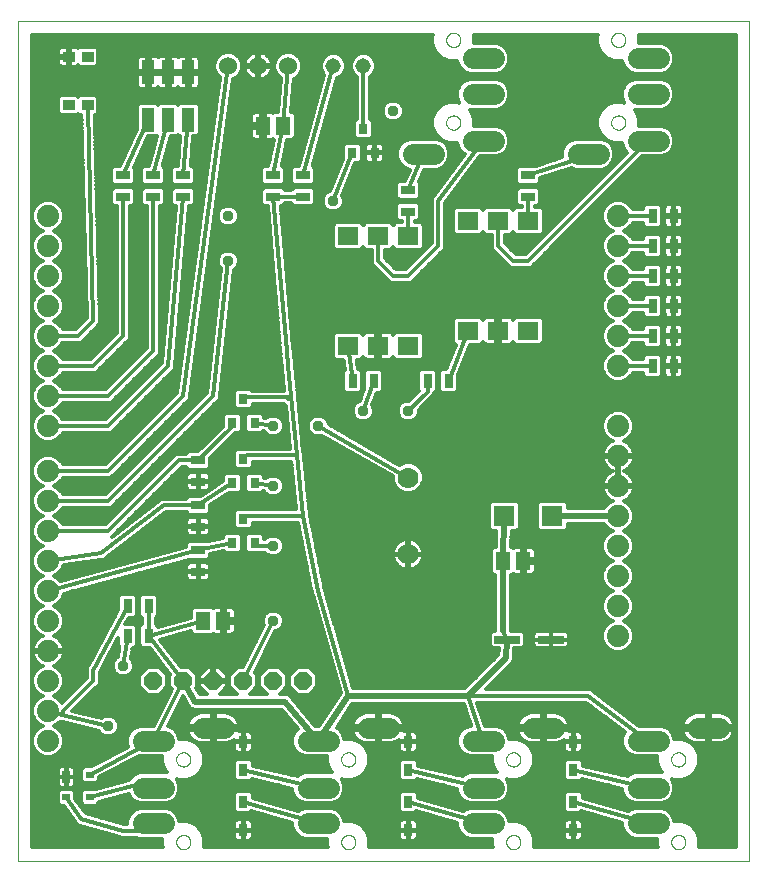
<source format=gtl>
G75*
%MOIN*%
%OFA0B0*%
%FSLAX25Y25*%
%IPPOS*%
%LPD*%
%AMOC8*
5,1,8,0,0,1.08239X$1,22.5*
%
%ADD10C,0.00000*%
%ADD11R,0.05118X0.05906*%
%ADD12R,0.08661X0.02559*%
%ADD13R,0.07087X0.06693*%
%ADD14C,0.05150*%
%ADD15C,0.07400*%
%ADD16C,0.06000*%
%ADD17OC8,0.06000*%
%ADD18R,0.04331X0.07874*%
%ADD19R,0.07008X0.05984*%
%ADD20R,0.04724X0.03150*%
%ADD21R,0.03150X0.04724*%
%ADD22C,0.07087*%
%ADD23R,0.03150X0.03543*%
%ADD24C,0.07000*%
%ADD25R,0.02756X0.03937*%
%ADD26R,0.02756X0.02362*%
%ADD27R,0.03150X0.03937*%
%ADD28R,0.03937X0.03543*%
%ADD29C,0.02000*%
%ADD30C,0.01200*%
%ADD31C,0.03765*%
D10*
X0006600Y0062524D02*
X0006600Y0342484D01*
X0250301Y0342484D01*
X0250301Y0062524D01*
X0006600Y0062524D01*
X0059238Y0068823D02*
X0059240Y0068920D01*
X0059246Y0069017D01*
X0059256Y0069113D01*
X0059270Y0069209D01*
X0059288Y0069305D01*
X0059309Y0069399D01*
X0059335Y0069493D01*
X0059364Y0069585D01*
X0059398Y0069676D01*
X0059434Y0069766D01*
X0059475Y0069854D01*
X0059519Y0069940D01*
X0059567Y0070025D01*
X0059618Y0070107D01*
X0059672Y0070188D01*
X0059730Y0070266D01*
X0059791Y0070341D01*
X0059854Y0070414D01*
X0059921Y0070485D01*
X0059991Y0070552D01*
X0060063Y0070617D01*
X0060138Y0070678D01*
X0060216Y0070737D01*
X0060295Y0070792D01*
X0060377Y0070844D01*
X0060461Y0070892D01*
X0060547Y0070937D01*
X0060635Y0070979D01*
X0060724Y0071017D01*
X0060815Y0071051D01*
X0060907Y0071081D01*
X0061000Y0071108D01*
X0061095Y0071130D01*
X0061190Y0071149D01*
X0061286Y0071164D01*
X0061382Y0071175D01*
X0061479Y0071182D01*
X0061576Y0071185D01*
X0061673Y0071184D01*
X0061770Y0071179D01*
X0061866Y0071170D01*
X0061962Y0071157D01*
X0062058Y0071140D01*
X0062153Y0071119D01*
X0062246Y0071095D01*
X0062339Y0071066D01*
X0062431Y0071034D01*
X0062521Y0070998D01*
X0062609Y0070959D01*
X0062696Y0070915D01*
X0062781Y0070869D01*
X0062864Y0070818D01*
X0062945Y0070765D01*
X0063023Y0070708D01*
X0063100Y0070648D01*
X0063173Y0070585D01*
X0063244Y0070519D01*
X0063312Y0070450D01*
X0063378Y0070378D01*
X0063440Y0070304D01*
X0063499Y0070227D01*
X0063555Y0070148D01*
X0063608Y0070066D01*
X0063658Y0069983D01*
X0063703Y0069897D01*
X0063746Y0069810D01*
X0063785Y0069721D01*
X0063820Y0069631D01*
X0063851Y0069539D01*
X0063878Y0069446D01*
X0063902Y0069352D01*
X0063922Y0069257D01*
X0063938Y0069161D01*
X0063950Y0069065D01*
X0063958Y0068968D01*
X0063962Y0068871D01*
X0063962Y0068775D01*
X0063958Y0068678D01*
X0063950Y0068581D01*
X0063938Y0068485D01*
X0063922Y0068389D01*
X0063902Y0068294D01*
X0063878Y0068200D01*
X0063851Y0068107D01*
X0063820Y0068015D01*
X0063785Y0067925D01*
X0063746Y0067836D01*
X0063703Y0067749D01*
X0063658Y0067663D01*
X0063608Y0067580D01*
X0063555Y0067498D01*
X0063499Y0067419D01*
X0063440Y0067342D01*
X0063378Y0067268D01*
X0063312Y0067196D01*
X0063244Y0067127D01*
X0063173Y0067061D01*
X0063100Y0066998D01*
X0063023Y0066938D01*
X0062945Y0066881D01*
X0062864Y0066828D01*
X0062781Y0066777D01*
X0062696Y0066731D01*
X0062609Y0066687D01*
X0062521Y0066648D01*
X0062431Y0066612D01*
X0062339Y0066580D01*
X0062246Y0066551D01*
X0062153Y0066527D01*
X0062058Y0066506D01*
X0061962Y0066489D01*
X0061866Y0066476D01*
X0061770Y0066467D01*
X0061673Y0066462D01*
X0061576Y0066461D01*
X0061479Y0066464D01*
X0061382Y0066471D01*
X0061286Y0066482D01*
X0061190Y0066497D01*
X0061095Y0066516D01*
X0061000Y0066538D01*
X0060907Y0066565D01*
X0060815Y0066595D01*
X0060724Y0066629D01*
X0060635Y0066667D01*
X0060547Y0066709D01*
X0060461Y0066754D01*
X0060377Y0066802D01*
X0060295Y0066854D01*
X0060216Y0066909D01*
X0060138Y0066968D01*
X0060063Y0067029D01*
X0059991Y0067094D01*
X0059921Y0067161D01*
X0059854Y0067232D01*
X0059791Y0067305D01*
X0059730Y0067380D01*
X0059672Y0067458D01*
X0059618Y0067539D01*
X0059567Y0067621D01*
X0059519Y0067706D01*
X0059475Y0067792D01*
X0059434Y0067880D01*
X0059398Y0067970D01*
X0059364Y0068061D01*
X0059335Y0068153D01*
X0059309Y0068247D01*
X0059288Y0068341D01*
X0059270Y0068437D01*
X0059256Y0068533D01*
X0059246Y0068629D01*
X0059240Y0068726D01*
X0059238Y0068823D01*
X0059238Y0096382D02*
X0059240Y0096479D01*
X0059246Y0096576D01*
X0059256Y0096672D01*
X0059270Y0096768D01*
X0059288Y0096864D01*
X0059309Y0096958D01*
X0059335Y0097052D01*
X0059364Y0097144D01*
X0059398Y0097235D01*
X0059434Y0097325D01*
X0059475Y0097413D01*
X0059519Y0097499D01*
X0059567Y0097584D01*
X0059618Y0097666D01*
X0059672Y0097747D01*
X0059730Y0097825D01*
X0059791Y0097900D01*
X0059854Y0097973D01*
X0059921Y0098044D01*
X0059991Y0098111D01*
X0060063Y0098176D01*
X0060138Y0098237D01*
X0060216Y0098296D01*
X0060295Y0098351D01*
X0060377Y0098403D01*
X0060461Y0098451D01*
X0060547Y0098496D01*
X0060635Y0098538D01*
X0060724Y0098576D01*
X0060815Y0098610D01*
X0060907Y0098640D01*
X0061000Y0098667D01*
X0061095Y0098689D01*
X0061190Y0098708D01*
X0061286Y0098723D01*
X0061382Y0098734D01*
X0061479Y0098741D01*
X0061576Y0098744D01*
X0061673Y0098743D01*
X0061770Y0098738D01*
X0061866Y0098729D01*
X0061962Y0098716D01*
X0062058Y0098699D01*
X0062153Y0098678D01*
X0062246Y0098654D01*
X0062339Y0098625D01*
X0062431Y0098593D01*
X0062521Y0098557D01*
X0062609Y0098518D01*
X0062696Y0098474D01*
X0062781Y0098428D01*
X0062864Y0098377D01*
X0062945Y0098324D01*
X0063023Y0098267D01*
X0063100Y0098207D01*
X0063173Y0098144D01*
X0063244Y0098078D01*
X0063312Y0098009D01*
X0063378Y0097937D01*
X0063440Y0097863D01*
X0063499Y0097786D01*
X0063555Y0097707D01*
X0063608Y0097625D01*
X0063658Y0097542D01*
X0063703Y0097456D01*
X0063746Y0097369D01*
X0063785Y0097280D01*
X0063820Y0097190D01*
X0063851Y0097098D01*
X0063878Y0097005D01*
X0063902Y0096911D01*
X0063922Y0096816D01*
X0063938Y0096720D01*
X0063950Y0096624D01*
X0063958Y0096527D01*
X0063962Y0096430D01*
X0063962Y0096334D01*
X0063958Y0096237D01*
X0063950Y0096140D01*
X0063938Y0096044D01*
X0063922Y0095948D01*
X0063902Y0095853D01*
X0063878Y0095759D01*
X0063851Y0095666D01*
X0063820Y0095574D01*
X0063785Y0095484D01*
X0063746Y0095395D01*
X0063703Y0095308D01*
X0063658Y0095222D01*
X0063608Y0095139D01*
X0063555Y0095057D01*
X0063499Y0094978D01*
X0063440Y0094901D01*
X0063378Y0094827D01*
X0063312Y0094755D01*
X0063244Y0094686D01*
X0063173Y0094620D01*
X0063100Y0094557D01*
X0063023Y0094497D01*
X0062945Y0094440D01*
X0062864Y0094387D01*
X0062781Y0094336D01*
X0062696Y0094290D01*
X0062609Y0094246D01*
X0062521Y0094207D01*
X0062431Y0094171D01*
X0062339Y0094139D01*
X0062246Y0094110D01*
X0062153Y0094086D01*
X0062058Y0094065D01*
X0061962Y0094048D01*
X0061866Y0094035D01*
X0061770Y0094026D01*
X0061673Y0094021D01*
X0061576Y0094020D01*
X0061479Y0094023D01*
X0061382Y0094030D01*
X0061286Y0094041D01*
X0061190Y0094056D01*
X0061095Y0094075D01*
X0061000Y0094097D01*
X0060907Y0094124D01*
X0060815Y0094154D01*
X0060724Y0094188D01*
X0060635Y0094226D01*
X0060547Y0094268D01*
X0060461Y0094313D01*
X0060377Y0094361D01*
X0060295Y0094413D01*
X0060216Y0094468D01*
X0060138Y0094527D01*
X0060063Y0094588D01*
X0059991Y0094653D01*
X0059921Y0094720D01*
X0059854Y0094791D01*
X0059791Y0094864D01*
X0059730Y0094939D01*
X0059672Y0095017D01*
X0059618Y0095098D01*
X0059567Y0095180D01*
X0059519Y0095265D01*
X0059475Y0095351D01*
X0059434Y0095439D01*
X0059398Y0095529D01*
X0059364Y0095620D01*
X0059335Y0095712D01*
X0059309Y0095806D01*
X0059288Y0095900D01*
X0059270Y0095996D01*
X0059256Y0096092D01*
X0059246Y0096188D01*
X0059240Y0096285D01*
X0059238Y0096382D01*
X0114238Y0096382D02*
X0114240Y0096479D01*
X0114246Y0096576D01*
X0114256Y0096672D01*
X0114270Y0096768D01*
X0114288Y0096864D01*
X0114309Y0096958D01*
X0114335Y0097052D01*
X0114364Y0097144D01*
X0114398Y0097235D01*
X0114434Y0097325D01*
X0114475Y0097413D01*
X0114519Y0097499D01*
X0114567Y0097584D01*
X0114618Y0097666D01*
X0114672Y0097747D01*
X0114730Y0097825D01*
X0114791Y0097900D01*
X0114854Y0097973D01*
X0114921Y0098044D01*
X0114991Y0098111D01*
X0115063Y0098176D01*
X0115138Y0098237D01*
X0115216Y0098296D01*
X0115295Y0098351D01*
X0115377Y0098403D01*
X0115461Y0098451D01*
X0115547Y0098496D01*
X0115635Y0098538D01*
X0115724Y0098576D01*
X0115815Y0098610D01*
X0115907Y0098640D01*
X0116000Y0098667D01*
X0116095Y0098689D01*
X0116190Y0098708D01*
X0116286Y0098723D01*
X0116382Y0098734D01*
X0116479Y0098741D01*
X0116576Y0098744D01*
X0116673Y0098743D01*
X0116770Y0098738D01*
X0116866Y0098729D01*
X0116962Y0098716D01*
X0117058Y0098699D01*
X0117153Y0098678D01*
X0117246Y0098654D01*
X0117339Y0098625D01*
X0117431Y0098593D01*
X0117521Y0098557D01*
X0117609Y0098518D01*
X0117696Y0098474D01*
X0117781Y0098428D01*
X0117864Y0098377D01*
X0117945Y0098324D01*
X0118023Y0098267D01*
X0118100Y0098207D01*
X0118173Y0098144D01*
X0118244Y0098078D01*
X0118312Y0098009D01*
X0118378Y0097937D01*
X0118440Y0097863D01*
X0118499Y0097786D01*
X0118555Y0097707D01*
X0118608Y0097625D01*
X0118658Y0097542D01*
X0118703Y0097456D01*
X0118746Y0097369D01*
X0118785Y0097280D01*
X0118820Y0097190D01*
X0118851Y0097098D01*
X0118878Y0097005D01*
X0118902Y0096911D01*
X0118922Y0096816D01*
X0118938Y0096720D01*
X0118950Y0096624D01*
X0118958Y0096527D01*
X0118962Y0096430D01*
X0118962Y0096334D01*
X0118958Y0096237D01*
X0118950Y0096140D01*
X0118938Y0096044D01*
X0118922Y0095948D01*
X0118902Y0095853D01*
X0118878Y0095759D01*
X0118851Y0095666D01*
X0118820Y0095574D01*
X0118785Y0095484D01*
X0118746Y0095395D01*
X0118703Y0095308D01*
X0118658Y0095222D01*
X0118608Y0095139D01*
X0118555Y0095057D01*
X0118499Y0094978D01*
X0118440Y0094901D01*
X0118378Y0094827D01*
X0118312Y0094755D01*
X0118244Y0094686D01*
X0118173Y0094620D01*
X0118100Y0094557D01*
X0118023Y0094497D01*
X0117945Y0094440D01*
X0117864Y0094387D01*
X0117781Y0094336D01*
X0117696Y0094290D01*
X0117609Y0094246D01*
X0117521Y0094207D01*
X0117431Y0094171D01*
X0117339Y0094139D01*
X0117246Y0094110D01*
X0117153Y0094086D01*
X0117058Y0094065D01*
X0116962Y0094048D01*
X0116866Y0094035D01*
X0116770Y0094026D01*
X0116673Y0094021D01*
X0116576Y0094020D01*
X0116479Y0094023D01*
X0116382Y0094030D01*
X0116286Y0094041D01*
X0116190Y0094056D01*
X0116095Y0094075D01*
X0116000Y0094097D01*
X0115907Y0094124D01*
X0115815Y0094154D01*
X0115724Y0094188D01*
X0115635Y0094226D01*
X0115547Y0094268D01*
X0115461Y0094313D01*
X0115377Y0094361D01*
X0115295Y0094413D01*
X0115216Y0094468D01*
X0115138Y0094527D01*
X0115063Y0094588D01*
X0114991Y0094653D01*
X0114921Y0094720D01*
X0114854Y0094791D01*
X0114791Y0094864D01*
X0114730Y0094939D01*
X0114672Y0095017D01*
X0114618Y0095098D01*
X0114567Y0095180D01*
X0114519Y0095265D01*
X0114475Y0095351D01*
X0114434Y0095439D01*
X0114398Y0095529D01*
X0114364Y0095620D01*
X0114335Y0095712D01*
X0114309Y0095806D01*
X0114288Y0095900D01*
X0114270Y0095996D01*
X0114256Y0096092D01*
X0114246Y0096188D01*
X0114240Y0096285D01*
X0114238Y0096382D01*
X0114238Y0068823D02*
X0114240Y0068920D01*
X0114246Y0069017D01*
X0114256Y0069113D01*
X0114270Y0069209D01*
X0114288Y0069305D01*
X0114309Y0069399D01*
X0114335Y0069493D01*
X0114364Y0069585D01*
X0114398Y0069676D01*
X0114434Y0069766D01*
X0114475Y0069854D01*
X0114519Y0069940D01*
X0114567Y0070025D01*
X0114618Y0070107D01*
X0114672Y0070188D01*
X0114730Y0070266D01*
X0114791Y0070341D01*
X0114854Y0070414D01*
X0114921Y0070485D01*
X0114991Y0070552D01*
X0115063Y0070617D01*
X0115138Y0070678D01*
X0115216Y0070737D01*
X0115295Y0070792D01*
X0115377Y0070844D01*
X0115461Y0070892D01*
X0115547Y0070937D01*
X0115635Y0070979D01*
X0115724Y0071017D01*
X0115815Y0071051D01*
X0115907Y0071081D01*
X0116000Y0071108D01*
X0116095Y0071130D01*
X0116190Y0071149D01*
X0116286Y0071164D01*
X0116382Y0071175D01*
X0116479Y0071182D01*
X0116576Y0071185D01*
X0116673Y0071184D01*
X0116770Y0071179D01*
X0116866Y0071170D01*
X0116962Y0071157D01*
X0117058Y0071140D01*
X0117153Y0071119D01*
X0117246Y0071095D01*
X0117339Y0071066D01*
X0117431Y0071034D01*
X0117521Y0070998D01*
X0117609Y0070959D01*
X0117696Y0070915D01*
X0117781Y0070869D01*
X0117864Y0070818D01*
X0117945Y0070765D01*
X0118023Y0070708D01*
X0118100Y0070648D01*
X0118173Y0070585D01*
X0118244Y0070519D01*
X0118312Y0070450D01*
X0118378Y0070378D01*
X0118440Y0070304D01*
X0118499Y0070227D01*
X0118555Y0070148D01*
X0118608Y0070066D01*
X0118658Y0069983D01*
X0118703Y0069897D01*
X0118746Y0069810D01*
X0118785Y0069721D01*
X0118820Y0069631D01*
X0118851Y0069539D01*
X0118878Y0069446D01*
X0118902Y0069352D01*
X0118922Y0069257D01*
X0118938Y0069161D01*
X0118950Y0069065D01*
X0118958Y0068968D01*
X0118962Y0068871D01*
X0118962Y0068775D01*
X0118958Y0068678D01*
X0118950Y0068581D01*
X0118938Y0068485D01*
X0118922Y0068389D01*
X0118902Y0068294D01*
X0118878Y0068200D01*
X0118851Y0068107D01*
X0118820Y0068015D01*
X0118785Y0067925D01*
X0118746Y0067836D01*
X0118703Y0067749D01*
X0118658Y0067663D01*
X0118608Y0067580D01*
X0118555Y0067498D01*
X0118499Y0067419D01*
X0118440Y0067342D01*
X0118378Y0067268D01*
X0118312Y0067196D01*
X0118244Y0067127D01*
X0118173Y0067061D01*
X0118100Y0066998D01*
X0118023Y0066938D01*
X0117945Y0066881D01*
X0117864Y0066828D01*
X0117781Y0066777D01*
X0117696Y0066731D01*
X0117609Y0066687D01*
X0117521Y0066648D01*
X0117431Y0066612D01*
X0117339Y0066580D01*
X0117246Y0066551D01*
X0117153Y0066527D01*
X0117058Y0066506D01*
X0116962Y0066489D01*
X0116866Y0066476D01*
X0116770Y0066467D01*
X0116673Y0066462D01*
X0116576Y0066461D01*
X0116479Y0066464D01*
X0116382Y0066471D01*
X0116286Y0066482D01*
X0116190Y0066497D01*
X0116095Y0066516D01*
X0116000Y0066538D01*
X0115907Y0066565D01*
X0115815Y0066595D01*
X0115724Y0066629D01*
X0115635Y0066667D01*
X0115547Y0066709D01*
X0115461Y0066754D01*
X0115377Y0066802D01*
X0115295Y0066854D01*
X0115216Y0066909D01*
X0115138Y0066968D01*
X0115063Y0067029D01*
X0114991Y0067094D01*
X0114921Y0067161D01*
X0114854Y0067232D01*
X0114791Y0067305D01*
X0114730Y0067380D01*
X0114672Y0067458D01*
X0114618Y0067539D01*
X0114567Y0067621D01*
X0114519Y0067706D01*
X0114475Y0067792D01*
X0114434Y0067880D01*
X0114398Y0067970D01*
X0114364Y0068061D01*
X0114335Y0068153D01*
X0114309Y0068247D01*
X0114288Y0068341D01*
X0114270Y0068437D01*
X0114256Y0068533D01*
X0114246Y0068629D01*
X0114240Y0068726D01*
X0114238Y0068823D01*
X0169238Y0068823D02*
X0169240Y0068920D01*
X0169246Y0069017D01*
X0169256Y0069113D01*
X0169270Y0069209D01*
X0169288Y0069305D01*
X0169309Y0069399D01*
X0169335Y0069493D01*
X0169364Y0069585D01*
X0169398Y0069676D01*
X0169434Y0069766D01*
X0169475Y0069854D01*
X0169519Y0069940D01*
X0169567Y0070025D01*
X0169618Y0070107D01*
X0169672Y0070188D01*
X0169730Y0070266D01*
X0169791Y0070341D01*
X0169854Y0070414D01*
X0169921Y0070485D01*
X0169991Y0070552D01*
X0170063Y0070617D01*
X0170138Y0070678D01*
X0170216Y0070737D01*
X0170295Y0070792D01*
X0170377Y0070844D01*
X0170461Y0070892D01*
X0170547Y0070937D01*
X0170635Y0070979D01*
X0170724Y0071017D01*
X0170815Y0071051D01*
X0170907Y0071081D01*
X0171000Y0071108D01*
X0171095Y0071130D01*
X0171190Y0071149D01*
X0171286Y0071164D01*
X0171382Y0071175D01*
X0171479Y0071182D01*
X0171576Y0071185D01*
X0171673Y0071184D01*
X0171770Y0071179D01*
X0171866Y0071170D01*
X0171962Y0071157D01*
X0172058Y0071140D01*
X0172153Y0071119D01*
X0172246Y0071095D01*
X0172339Y0071066D01*
X0172431Y0071034D01*
X0172521Y0070998D01*
X0172609Y0070959D01*
X0172696Y0070915D01*
X0172781Y0070869D01*
X0172864Y0070818D01*
X0172945Y0070765D01*
X0173023Y0070708D01*
X0173100Y0070648D01*
X0173173Y0070585D01*
X0173244Y0070519D01*
X0173312Y0070450D01*
X0173378Y0070378D01*
X0173440Y0070304D01*
X0173499Y0070227D01*
X0173555Y0070148D01*
X0173608Y0070066D01*
X0173658Y0069983D01*
X0173703Y0069897D01*
X0173746Y0069810D01*
X0173785Y0069721D01*
X0173820Y0069631D01*
X0173851Y0069539D01*
X0173878Y0069446D01*
X0173902Y0069352D01*
X0173922Y0069257D01*
X0173938Y0069161D01*
X0173950Y0069065D01*
X0173958Y0068968D01*
X0173962Y0068871D01*
X0173962Y0068775D01*
X0173958Y0068678D01*
X0173950Y0068581D01*
X0173938Y0068485D01*
X0173922Y0068389D01*
X0173902Y0068294D01*
X0173878Y0068200D01*
X0173851Y0068107D01*
X0173820Y0068015D01*
X0173785Y0067925D01*
X0173746Y0067836D01*
X0173703Y0067749D01*
X0173658Y0067663D01*
X0173608Y0067580D01*
X0173555Y0067498D01*
X0173499Y0067419D01*
X0173440Y0067342D01*
X0173378Y0067268D01*
X0173312Y0067196D01*
X0173244Y0067127D01*
X0173173Y0067061D01*
X0173100Y0066998D01*
X0173023Y0066938D01*
X0172945Y0066881D01*
X0172864Y0066828D01*
X0172781Y0066777D01*
X0172696Y0066731D01*
X0172609Y0066687D01*
X0172521Y0066648D01*
X0172431Y0066612D01*
X0172339Y0066580D01*
X0172246Y0066551D01*
X0172153Y0066527D01*
X0172058Y0066506D01*
X0171962Y0066489D01*
X0171866Y0066476D01*
X0171770Y0066467D01*
X0171673Y0066462D01*
X0171576Y0066461D01*
X0171479Y0066464D01*
X0171382Y0066471D01*
X0171286Y0066482D01*
X0171190Y0066497D01*
X0171095Y0066516D01*
X0171000Y0066538D01*
X0170907Y0066565D01*
X0170815Y0066595D01*
X0170724Y0066629D01*
X0170635Y0066667D01*
X0170547Y0066709D01*
X0170461Y0066754D01*
X0170377Y0066802D01*
X0170295Y0066854D01*
X0170216Y0066909D01*
X0170138Y0066968D01*
X0170063Y0067029D01*
X0169991Y0067094D01*
X0169921Y0067161D01*
X0169854Y0067232D01*
X0169791Y0067305D01*
X0169730Y0067380D01*
X0169672Y0067458D01*
X0169618Y0067539D01*
X0169567Y0067621D01*
X0169519Y0067706D01*
X0169475Y0067792D01*
X0169434Y0067880D01*
X0169398Y0067970D01*
X0169364Y0068061D01*
X0169335Y0068153D01*
X0169309Y0068247D01*
X0169288Y0068341D01*
X0169270Y0068437D01*
X0169256Y0068533D01*
X0169246Y0068629D01*
X0169240Y0068726D01*
X0169238Y0068823D01*
X0169238Y0096382D02*
X0169240Y0096479D01*
X0169246Y0096576D01*
X0169256Y0096672D01*
X0169270Y0096768D01*
X0169288Y0096864D01*
X0169309Y0096958D01*
X0169335Y0097052D01*
X0169364Y0097144D01*
X0169398Y0097235D01*
X0169434Y0097325D01*
X0169475Y0097413D01*
X0169519Y0097499D01*
X0169567Y0097584D01*
X0169618Y0097666D01*
X0169672Y0097747D01*
X0169730Y0097825D01*
X0169791Y0097900D01*
X0169854Y0097973D01*
X0169921Y0098044D01*
X0169991Y0098111D01*
X0170063Y0098176D01*
X0170138Y0098237D01*
X0170216Y0098296D01*
X0170295Y0098351D01*
X0170377Y0098403D01*
X0170461Y0098451D01*
X0170547Y0098496D01*
X0170635Y0098538D01*
X0170724Y0098576D01*
X0170815Y0098610D01*
X0170907Y0098640D01*
X0171000Y0098667D01*
X0171095Y0098689D01*
X0171190Y0098708D01*
X0171286Y0098723D01*
X0171382Y0098734D01*
X0171479Y0098741D01*
X0171576Y0098744D01*
X0171673Y0098743D01*
X0171770Y0098738D01*
X0171866Y0098729D01*
X0171962Y0098716D01*
X0172058Y0098699D01*
X0172153Y0098678D01*
X0172246Y0098654D01*
X0172339Y0098625D01*
X0172431Y0098593D01*
X0172521Y0098557D01*
X0172609Y0098518D01*
X0172696Y0098474D01*
X0172781Y0098428D01*
X0172864Y0098377D01*
X0172945Y0098324D01*
X0173023Y0098267D01*
X0173100Y0098207D01*
X0173173Y0098144D01*
X0173244Y0098078D01*
X0173312Y0098009D01*
X0173378Y0097937D01*
X0173440Y0097863D01*
X0173499Y0097786D01*
X0173555Y0097707D01*
X0173608Y0097625D01*
X0173658Y0097542D01*
X0173703Y0097456D01*
X0173746Y0097369D01*
X0173785Y0097280D01*
X0173820Y0097190D01*
X0173851Y0097098D01*
X0173878Y0097005D01*
X0173902Y0096911D01*
X0173922Y0096816D01*
X0173938Y0096720D01*
X0173950Y0096624D01*
X0173958Y0096527D01*
X0173962Y0096430D01*
X0173962Y0096334D01*
X0173958Y0096237D01*
X0173950Y0096140D01*
X0173938Y0096044D01*
X0173922Y0095948D01*
X0173902Y0095853D01*
X0173878Y0095759D01*
X0173851Y0095666D01*
X0173820Y0095574D01*
X0173785Y0095484D01*
X0173746Y0095395D01*
X0173703Y0095308D01*
X0173658Y0095222D01*
X0173608Y0095139D01*
X0173555Y0095057D01*
X0173499Y0094978D01*
X0173440Y0094901D01*
X0173378Y0094827D01*
X0173312Y0094755D01*
X0173244Y0094686D01*
X0173173Y0094620D01*
X0173100Y0094557D01*
X0173023Y0094497D01*
X0172945Y0094440D01*
X0172864Y0094387D01*
X0172781Y0094336D01*
X0172696Y0094290D01*
X0172609Y0094246D01*
X0172521Y0094207D01*
X0172431Y0094171D01*
X0172339Y0094139D01*
X0172246Y0094110D01*
X0172153Y0094086D01*
X0172058Y0094065D01*
X0171962Y0094048D01*
X0171866Y0094035D01*
X0171770Y0094026D01*
X0171673Y0094021D01*
X0171576Y0094020D01*
X0171479Y0094023D01*
X0171382Y0094030D01*
X0171286Y0094041D01*
X0171190Y0094056D01*
X0171095Y0094075D01*
X0171000Y0094097D01*
X0170907Y0094124D01*
X0170815Y0094154D01*
X0170724Y0094188D01*
X0170635Y0094226D01*
X0170547Y0094268D01*
X0170461Y0094313D01*
X0170377Y0094361D01*
X0170295Y0094413D01*
X0170216Y0094468D01*
X0170138Y0094527D01*
X0170063Y0094588D01*
X0169991Y0094653D01*
X0169921Y0094720D01*
X0169854Y0094791D01*
X0169791Y0094864D01*
X0169730Y0094939D01*
X0169672Y0095017D01*
X0169618Y0095098D01*
X0169567Y0095180D01*
X0169519Y0095265D01*
X0169475Y0095351D01*
X0169434Y0095439D01*
X0169398Y0095529D01*
X0169364Y0095620D01*
X0169335Y0095712D01*
X0169309Y0095806D01*
X0169288Y0095900D01*
X0169270Y0095996D01*
X0169256Y0096092D01*
X0169246Y0096188D01*
X0169240Y0096285D01*
X0169238Y0096382D01*
X0224238Y0096382D02*
X0224240Y0096479D01*
X0224246Y0096576D01*
X0224256Y0096672D01*
X0224270Y0096768D01*
X0224288Y0096864D01*
X0224309Y0096958D01*
X0224335Y0097052D01*
X0224364Y0097144D01*
X0224398Y0097235D01*
X0224434Y0097325D01*
X0224475Y0097413D01*
X0224519Y0097499D01*
X0224567Y0097584D01*
X0224618Y0097666D01*
X0224672Y0097747D01*
X0224730Y0097825D01*
X0224791Y0097900D01*
X0224854Y0097973D01*
X0224921Y0098044D01*
X0224991Y0098111D01*
X0225063Y0098176D01*
X0225138Y0098237D01*
X0225216Y0098296D01*
X0225295Y0098351D01*
X0225377Y0098403D01*
X0225461Y0098451D01*
X0225547Y0098496D01*
X0225635Y0098538D01*
X0225724Y0098576D01*
X0225815Y0098610D01*
X0225907Y0098640D01*
X0226000Y0098667D01*
X0226095Y0098689D01*
X0226190Y0098708D01*
X0226286Y0098723D01*
X0226382Y0098734D01*
X0226479Y0098741D01*
X0226576Y0098744D01*
X0226673Y0098743D01*
X0226770Y0098738D01*
X0226866Y0098729D01*
X0226962Y0098716D01*
X0227058Y0098699D01*
X0227153Y0098678D01*
X0227246Y0098654D01*
X0227339Y0098625D01*
X0227431Y0098593D01*
X0227521Y0098557D01*
X0227609Y0098518D01*
X0227696Y0098474D01*
X0227781Y0098428D01*
X0227864Y0098377D01*
X0227945Y0098324D01*
X0228023Y0098267D01*
X0228100Y0098207D01*
X0228173Y0098144D01*
X0228244Y0098078D01*
X0228312Y0098009D01*
X0228378Y0097937D01*
X0228440Y0097863D01*
X0228499Y0097786D01*
X0228555Y0097707D01*
X0228608Y0097625D01*
X0228658Y0097542D01*
X0228703Y0097456D01*
X0228746Y0097369D01*
X0228785Y0097280D01*
X0228820Y0097190D01*
X0228851Y0097098D01*
X0228878Y0097005D01*
X0228902Y0096911D01*
X0228922Y0096816D01*
X0228938Y0096720D01*
X0228950Y0096624D01*
X0228958Y0096527D01*
X0228962Y0096430D01*
X0228962Y0096334D01*
X0228958Y0096237D01*
X0228950Y0096140D01*
X0228938Y0096044D01*
X0228922Y0095948D01*
X0228902Y0095853D01*
X0228878Y0095759D01*
X0228851Y0095666D01*
X0228820Y0095574D01*
X0228785Y0095484D01*
X0228746Y0095395D01*
X0228703Y0095308D01*
X0228658Y0095222D01*
X0228608Y0095139D01*
X0228555Y0095057D01*
X0228499Y0094978D01*
X0228440Y0094901D01*
X0228378Y0094827D01*
X0228312Y0094755D01*
X0228244Y0094686D01*
X0228173Y0094620D01*
X0228100Y0094557D01*
X0228023Y0094497D01*
X0227945Y0094440D01*
X0227864Y0094387D01*
X0227781Y0094336D01*
X0227696Y0094290D01*
X0227609Y0094246D01*
X0227521Y0094207D01*
X0227431Y0094171D01*
X0227339Y0094139D01*
X0227246Y0094110D01*
X0227153Y0094086D01*
X0227058Y0094065D01*
X0226962Y0094048D01*
X0226866Y0094035D01*
X0226770Y0094026D01*
X0226673Y0094021D01*
X0226576Y0094020D01*
X0226479Y0094023D01*
X0226382Y0094030D01*
X0226286Y0094041D01*
X0226190Y0094056D01*
X0226095Y0094075D01*
X0226000Y0094097D01*
X0225907Y0094124D01*
X0225815Y0094154D01*
X0225724Y0094188D01*
X0225635Y0094226D01*
X0225547Y0094268D01*
X0225461Y0094313D01*
X0225377Y0094361D01*
X0225295Y0094413D01*
X0225216Y0094468D01*
X0225138Y0094527D01*
X0225063Y0094588D01*
X0224991Y0094653D01*
X0224921Y0094720D01*
X0224854Y0094791D01*
X0224791Y0094864D01*
X0224730Y0094939D01*
X0224672Y0095017D01*
X0224618Y0095098D01*
X0224567Y0095180D01*
X0224519Y0095265D01*
X0224475Y0095351D01*
X0224434Y0095439D01*
X0224398Y0095529D01*
X0224364Y0095620D01*
X0224335Y0095712D01*
X0224309Y0095806D01*
X0224288Y0095900D01*
X0224270Y0095996D01*
X0224256Y0096092D01*
X0224246Y0096188D01*
X0224240Y0096285D01*
X0224238Y0096382D01*
X0224238Y0068823D02*
X0224240Y0068920D01*
X0224246Y0069017D01*
X0224256Y0069113D01*
X0224270Y0069209D01*
X0224288Y0069305D01*
X0224309Y0069399D01*
X0224335Y0069493D01*
X0224364Y0069585D01*
X0224398Y0069676D01*
X0224434Y0069766D01*
X0224475Y0069854D01*
X0224519Y0069940D01*
X0224567Y0070025D01*
X0224618Y0070107D01*
X0224672Y0070188D01*
X0224730Y0070266D01*
X0224791Y0070341D01*
X0224854Y0070414D01*
X0224921Y0070485D01*
X0224991Y0070552D01*
X0225063Y0070617D01*
X0225138Y0070678D01*
X0225216Y0070737D01*
X0225295Y0070792D01*
X0225377Y0070844D01*
X0225461Y0070892D01*
X0225547Y0070937D01*
X0225635Y0070979D01*
X0225724Y0071017D01*
X0225815Y0071051D01*
X0225907Y0071081D01*
X0226000Y0071108D01*
X0226095Y0071130D01*
X0226190Y0071149D01*
X0226286Y0071164D01*
X0226382Y0071175D01*
X0226479Y0071182D01*
X0226576Y0071185D01*
X0226673Y0071184D01*
X0226770Y0071179D01*
X0226866Y0071170D01*
X0226962Y0071157D01*
X0227058Y0071140D01*
X0227153Y0071119D01*
X0227246Y0071095D01*
X0227339Y0071066D01*
X0227431Y0071034D01*
X0227521Y0070998D01*
X0227609Y0070959D01*
X0227696Y0070915D01*
X0227781Y0070869D01*
X0227864Y0070818D01*
X0227945Y0070765D01*
X0228023Y0070708D01*
X0228100Y0070648D01*
X0228173Y0070585D01*
X0228244Y0070519D01*
X0228312Y0070450D01*
X0228378Y0070378D01*
X0228440Y0070304D01*
X0228499Y0070227D01*
X0228555Y0070148D01*
X0228608Y0070066D01*
X0228658Y0069983D01*
X0228703Y0069897D01*
X0228746Y0069810D01*
X0228785Y0069721D01*
X0228820Y0069631D01*
X0228851Y0069539D01*
X0228878Y0069446D01*
X0228902Y0069352D01*
X0228922Y0069257D01*
X0228938Y0069161D01*
X0228950Y0069065D01*
X0228958Y0068968D01*
X0228962Y0068871D01*
X0228962Y0068775D01*
X0228958Y0068678D01*
X0228950Y0068581D01*
X0228938Y0068485D01*
X0228922Y0068389D01*
X0228902Y0068294D01*
X0228878Y0068200D01*
X0228851Y0068107D01*
X0228820Y0068015D01*
X0228785Y0067925D01*
X0228746Y0067836D01*
X0228703Y0067749D01*
X0228658Y0067663D01*
X0228608Y0067580D01*
X0228555Y0067498D01*
X0228499Y0067419D01*
X0228440Y0067342D01*
X0228378Y0067268D01*
X0228312Y0067196D01*
X0228244Y0067127D01*
X0228173Y0067061D01*
X0228100Y0066998D01*
X0228023Y0066938D01*
X0227945Y0066881D01*
X0227864Y0066828D01*
X0227781Y0066777D01*
X0227696Y0066731D01*
X0227609Y0066687D01*
X0227521Y0066648D01*
X0227431Y0066612D01*
X0227339Y0066580D01*
X0227246Y0066551D01*
X0227153Y0066527D01*
X0227058Y0066506D01*
X0226962Y0066489D01*
X0226866Y0066476D01*
X0226770Y0066467D01*
X0226673Y0066462D01*
X0226576Y0066461D01*
X0226479Y0066464D01*
X0226382Y0066471D01*
X0226286Y0066482D01*
X0226190Y0066497D01*
X0226095Y0066516D01*
X0226000Y0066538D01*
X0225907Y0066565D01*
X0225815Y0066595D01*
X0225724Y0066629D01*
X0225635Y0066667D01*
X0225547Y0066709D01*
X0225461Y0066754D01*
X0225377Y0066802D01*
X0225295Y0066854D01*
X0225216Y0066909D01*
X0225138Y0066968D01*
X0225063Y0067029D01*
X0224991Y0067094D01*
X0224921Y0067161D01*
X0224854Y0067232D01*
X0224791Y0067305D01*
X0224730Y0067380D01*
X0224672Y0067458D01*
X0224618Y0067539D01*
X0224567Y0067621D01*
X0224519Y0067706D01*
X0224475Y0067792D01*
X0224434Y0067880D01*
X0224398Y0067970D01*
X0224364Y0068061D01*
X0224335Y0068153D01*
X0224309Y0068247D01*
X0224288Y0068341D01*
X0224270Y0068437D01*
X0224256Y0068533D01*
X0224246Y0068629D01*
X0224240Y0068726D01*
X0224238Y0068823D01*
X0204238Y0308665D02*
X0204240Y0308762D01*
X0204246Y0308859D01*
X0204256Y0308955D01*
X0204270Y0309051D01*
X0204288Y0309147D01*
X0204309Y0309241D01*
X0204335Y0309335D01*
X0204364Y0309427D01*
X0204398Y0309518D01*
X0204434Y0309608D01*
X0204475Y0309696D01*
X0204519Y0309782D01*
X0204567Y0309867D01*
X0204618Y0309949D01*
X0204672Y0310030D01*
X0204730Y0310108D01*
X0204791Y0310183D01*
X0204854Y0310256D01*
X0204921Y0310327D01*
X0204991Y0310394D01*
X0205063Y0310459D01*
X0205138Y0310520D01*
X0205216Y0310579D01*
X0205295Y0310634D01*
X0205377Y0310686D01*
X0205461Y0310734D01*
X0205547Y0310779D01*
X0205635Y0310821D01*
X0205724Y0310859D01*
X0205815Y0310893D01*
X0205907Y0310923D01*
X0206000Y0310950D01*
X0206095Y0310972D01*
X0206190Y0310991D01*
X0206286Y0311006D01*
X0206382Y0311017D01*
X0206479Y0311024D01*
X0206576Y0311027D01*
X0206673Y0311026D01*
X0206770Y0311021D01*
X0206866Y0311012D01*
X0206962Y0310999D01*
X0207058Y0310982D01*
X0207153Y0310961D01*
X0207246Y0310937D01*
X0207339Y0310908D01*
X0207431Y0310876D01*
X0207521Y0310840D01*
X0207609Y0310801D01*
X0207696Y0310757D01*
X0207781Y0310711D01*
X0207864Y0310660D01*
X0207945Y0310607D01*
X0208023Y0310550D01*
X0208100Y0310490D01*
X0208173Y0310427D01*
X0208244Y0310361D01*
X0208312Y0310292D01*
X0208378Y0310220D01*
X0208440Y0310146D01*
X0208499Y0310069D01*
X0208555Y0309990D01*
X0208608Y0309908D01*
X0208658Y0309825D01*
X0208703Y0309739D01*
X0208746Y0309652D01*
X0208785Y0309563D01*
X0208820Y0309473D01*
X0208851Y0309381D01*
X0208878Y0309288D01*
X0208902Y0309194D01*
X0208922Y0309099D01*
X0208938Y0309003D01*
X0208950Y0308907D01*
X0208958Y0308810D01*
X0208962Y0308713D01*
X0208962Y0308617D01*
X0208958Y0308520D01*
X0208950Y0308423D01*
X0208938Y0308327D01*
X0208922Y0308231D01*
X0208902Y0308136D01*
X0208878Y0308042D01*
X0208851Y0307949D01*
X0208820Y0307857D01*
X0208785Y0307767D01*
X0208746Y0307678D01*
X0208703Y0307591D01*
X0208658Y0307505D01*
X0208608Y0307422D01*
X0208555Y0307340D01*
X0208499Y0307261D01*
X0208440Y0307184D01*
X0208378Y0307110D01*
X0208312Y0307038D01*
X0208244Y0306969D01*
X0208173Y0306903D01*
X0208100Y0306840D01*
X0208023Y0306780D01*
X0207945Y0306723D01*
X0207864Y0306670D01*
X0207781Y0306619D01*
X0207696Y0306573D01*
X0207609Y0306529D01*
X0207521Y0306490D01*
X0207431Y0306454D01*
X0207339Y0306422D01*
X0207246Y0306393D01*
X0207153Y0306369D01*
X0207058Y0306348D01*
X0206962Y0306331D01*
X0206866Y0306318D01*
X0206770Y0306309D01*
X0206673Y0306304D01*
X0206576Y0306303D01*
X0206479Y0306306D01*
X0206382Y0306313D01*
X0206286Y0306324D01*
X0206190Y0306339D01*
X0206095Y0306358D01*
X0206000Y0306380D01*
X0205907Y0306407D01*
X0205815Y0306437D01*
X0205724Y0306471D01*
X0205635Y0306509D01*
X0205547Y0306551D01*
X0205461Y0306596D01*
X0205377Y0306644D01*
X0205295Y0306696D01*
X0205216Y0306751D01*
X0205138Y0306810D01*
X0205063Y0306871D01*
X0204991Y0306936D01*
X0204921Y0307003D01*
X0204854Y0307074D01*
X0204791Y0307147D01*
X0204730Y0307222D01*
X0204672Y0307300D01*
X0204618Y0307381D01*
X0204567Y0307463D01*
X0204519Y0307548D01*
X0204475Y0307634D01*
X0204434Y0307722D01*
X0204398Y0307812D01*
X0204364Y0307903D01*
X0204335Y0307995D01*
X0204309Y0308089D01*
X0204288Y0308183D01*
X0204270Y0308279D01*
X0204256Y0308375D01*
X0204246Y0308471D01*
X0204240Y0308568D01*
X0204238Y0308665D01*
X0204238Y0336224D02*
X0204240Y0336321D01*
X0204246Y0336418D01*
X0204256Y0336514D01*
X0204270Y0336610D01*
X0204288Y0336706D01*
X0204309Y0336800D01*
X0204335Y0336894D01*
X0204364Y0336986D01*
X0204398Y0337077D01*
X0204434Y0337167D01*
X0204475Y0337255D01*
X0204519Y0337341D01*
X0204567Y0337426D01*
X0204618Y0337508D01*
X0204672Y0337589D01*
X0204730Y0337667D01*
X0204791Y0337742D01*
X0204854Y0337815D01*
X0204921Y0337886D01*
X0204991Y0337953D01*
X0205063Y0338018D01*
X0205138Y0338079D01*
X0205216Y0338138D01*
X0205295Y0338193D01*
X0205377Y0338245D01*
X0205461Y0338293D01*
X0205547Y0338338D01*
X0205635Y0338380D01*
X0205724Y0338418D01*
X0205815Y0338452D01*
X0205907Y0338482D01*
X0206000Y0338509D01*
X0206095Y0338531D01*
X0206190Y0338550D01*
X0206286Y0338565D01*
X0206382Y0338576D01*
X0206479Y0338583D01*
X0206576Y0338586D01*
X0206673Y0338585D01*
X0206770Y0338580D01*
X0206866Y0338571D01*
X0206962Y0338558D01*
X0207058Y0338541D01*
X0207153Y0338520D01*
X0207246Y0338496D01*
X0207339Y0338467D01*
X0207431Y0338435D01*
X0207521Y0338399D01*
X0207609Y0338360D01*
X0207696Y0338316D01*
X0207781Y0338270D01*
X0207864Y0338219D01*
X0207945Y0338166D01*
X0208023Y0338109D01*
X0208100Y0338049D01*
X0208173Y0337986D01*
X0208244Y0337920D01*
X0208312Y0337851D01*
X0208378Y0337779D01*
X0208440Y0337705D01*
X0208499Y0337628D01*
X0208555Y0337549D01*
X0208608Y0337467D01*
X0208658Y0337384D01*
X0208703Y0337298D01*
X0208746Y0337211D01*
X0208785Y0337122D01*
X0208820Y0337032D01*
X0208851Y0336940D01*
X0208878Y0336847D01*
X0208902Y0336753D01*
X0208922Y0336658D01*
X0208938Y0336562D01*
X0208950Y0336466D01*
X0208958Y0336369D01*
X0208962Y0336272D01*
X0208962Y0336176D01*
X0208958Y0336079D01*
X0208950Y0335982D01*
X0208938Y0335886D01*
X0208922Y0335790D01*
X0208902Y0335695D01*
X0208878Y0335601D01*
X0208851Y0335508D01*
X0208820Y0335416D01*
X0208785Y0335326D01*
X0208746Y0335237D01*
X0208703Y0335150D01*
X0208658Y0335064D01*
X0208608Y0334981D01*
X0208555Y0334899D01*
X0208499Y0334820D01*
X0208440Y0334743D01*
X0208378Y0334669D01*
X0208312Y0334597D01*
X0208244Y0334528D01*
X0208173Y0334462D01*
X0208100Y0334399D01*
X0208023Y0334339D01*
X0207945Y0334282D01*
X0207864Y0334229D01*
X0207781Y0334178D01*
X0207696Y0334132D01*
X0207609Y0334088D01*
X0207521Y0334049D01*
X0207431Y0334013D01*
X0207339Y0333981D01*
X0207246Y0333952D01*
X0207153Y0333928D01*
X0207058Y0333907D01*
X0206962Y0333890D01*
X0206866Y0333877D01*
X0206770Y0333868D01*
X0206673Y0333863D01*
X0206576Y0333862D01*
X0206479Y0333865D01*
X0206382Y0333872D01*
X0206286Y0333883D01*
X0206190Y0333898D01*
X0206095Y0333917D01*
X0206000Y0333939D01*
X0205907Y0333966D01*
X0205815Y0333996D01*
X0205724Y0334030D01*
X0205635Y0334068D01*
X0205547Y0334110D01*
X0205461Y0334155D01*
X0205377Y0334203D01*
X0205295Y0334255D01*
X0205216Y0334310D01*
X0205138Y0334369D01*
X0205063Y0334430D01*
X0204991Y0334495D01*
X0204921Y0334562D01*
X0204854Y0334633D01*
X0204791Y0334706D01*
X0204730Y0334781D01*
X0204672Y0334859D01*
X0204618Y0334940D01*
X0204567Y0335022D01*
X0204519Y0335107D01*
X0204475Y0335193D01*
X0204434Y0335281D01*
X0204398Y0335371D01*
X0204364Y0335462D01*
X0204335Y0335554D01*
X0204309Y0335648D01*
X0204288Y0335742D01*
X0204270Y0335838D01*
X0204256Y0335934D01*
X0204246Y0336030D01*
X0204240Y0336127D01*
X0204238Y0336224D01*
X0149238Y0336224D02*
X0149240Y0336321D01*
X0149246Y0336418D01*
X0149256Y0336514D01*
X0149270Y0336610D01*
X0149288Y0336706D01*
X0149309Y0336800D01*
X0149335Y0336894D01*
X0149364Y0336986D01*
X0149398Y0337077D01*
X0149434Y0337167D01*
X0149475Y0337255D01*
X0149519Y0337341D01*
X0149567Y0337426D01*
X0149618Y0337508D01*
X0149672Y0337589D01*
X0149730Y0337667D01*
X0149791Y0337742D01*
X0149854Y0337815D01*
X0149921Y0337886D01*
X0149991Y0337953D01*
X0150063Y0338018D01*
X0150138Y0338079D01*
X0150216Y0338138D01*
X0150295Y0338193D01*
X0150377Y0338245D01*
X0150461Y0338293D01*
X0150547Y0338338D01*
X0150635Y0338380D01*
X0150724Y0338418D01*
X0150815Y0338452D01*
X0150907Y0338482D01*
X0151000Y0338509D01*
X0151095Y0338531D01*
X0151190Y0338550D01*
X0151286Y0338565D01*
X0151382Y0338576D01*
X0151479Y0338583D01*
X0151576Y0338586D01*
X0151673Y0338585D01*
X0151770Y0338580D01*
X0151866Y0338571D01*
X0151962Y0338558D01*
X0152058Y0338541D01*
X0152153Y0338520D01*
X0152246Y0338496D01*
X0152339Y0338467D01*
X0152431Y0338435D01*
X0152521Y0338399D01*
X0152609Y0338360D01*
X0152696Y0338316D01*
X0152781Y0338270D01*
X0152864Y0338219D01*
X0152945Y0338166D01*
X0153023Y0338109D01*
X0153100Y0338049D01*
X0153173Y0337986D01*
X0153244Y0337920D01*
X0153312Y0337851D01*
X0153378Y0337779D01*
X0153440Y0337705D01*
X0153499Y0337628D01*
X0153555Y0337549D01*
X0153608Y0337467D01*
X0153658Y0337384D01*
X0153703Y0337298D01*
X0153746Y0337211D01*
X0153785Y0337122D01*
X0153820Y0337032D01*
X0153851Y0336940D01*
X0153878Y0336847D01*
X0153902Y0336753D01*
X0153922Y0336658D01*
X0153938Y0336562D01*
X0153950Y0336466D01*
X0153958Y0336369D01*
X0153962Y0336272D01*
X0153962Y0336176D01*
X0153958Y0336079D01*
X0153950Y0335982D01*
X0153938Y0335886D01*
X0153922Y0335790D01*
X0153902Y0335695D01*
X0153878Y0335601D01*
X0153851Y0335508D01*
X0153820Y0335416D01*
X0153785Y0335326D01*
X0153746Y0335237D01*
X0153703Y0335150D01*
X0153658Y0335064D01*
X0153608Y0334981D01*
X0153555Y0334899D01*
X0153499Y0334820D01*
X0153440Y0334743D01*
X0153378Y0334669D01*
X0153312Y0334597D01*
X0153244Y0334528D01*
X0153173Y0334462D01*
X0153100Y0334399D01*
X0153023Y0334339D01*
X0152945Y0334282D01*
X0152864Y0334229D01*
X0152781Y0334178D01*
X0152696Y0334132D01*
X0152609Y0334088D01*
X0152521Y0334049D01*
X0152431Y0334013D01*
X0152339Y0333981D01*
X0152246Y0333952D01*
X0152153Y0333928D01*
X0152058Y0333907D01*
X0151962Y0333890D01*
X0151866Y0333877D01*
X0151770Y0333868D01*
X0151673Y0333863D01*
X0151576Y0333862D01*
X0151479Y0333865D01*
X0151382Y0333872D01*
X0151286Y0333883D01*
X0151190Y0333898D01*
X0151095Y0333917D01*
X0151000Y0333939D01*
X0150907Y0333966D01*
X0150815Y0333996D01*
X0150724Y0334030D01*
X0150635Y0334068D01*
X0150547Y0334110D01*
X0150461Y0334155D01*
X0150377Y0334203D01*
X0150295Y0334255D01*
X0150216Y0334310D01*
X0150138Y0334369D01*
X0150063Y0334430D01*
X0149991Y0334495D01*
X0149921Y0334562D01*
X0149854Y0334633D01*
X0149791Y0334706D01*
X0149730Y0334781D01*
X0149672Y0334859D01*
X0149618Y0334940D01*
X0149567Y0335022D01*
X0149519Y0335107D01*
X0149475Y0335193D01*
X0149434Y0335281D01*
X0149398Y0335371D01*
X0149364Y0335462D01*
X0149335Y0335554D01*
X0149309Y0335648D01*
X0149288Y0335742D01*
X0149270Y0335838D01*
X0149256Y0335934D01*
X0149246Y0336030D01*
X0149240Y0336127D01*
X0149238Y0336224D01*
X0149238Y0308665D02*
X0149240Y0308762D01*
X0149246Y0308859D01*
X0149256Y0308955D01*
X0149270Y0309051D01*
X0149288Y0309147D01*
X0149309Y0309241D01*
X0149335Y0309335D01*
X0149364Y0309427D01*
X0149398Y0309518D01*
X0149434Y0309608D01*
X0149475Y0309696D01*
X0149519Y0309782D01*
X0149567Y0309867D01*
X0149618Y0309949D01*
X0149672Y0310030D01*
X0149730Y0310108D01*
X0149791Y0310183D01*
X0149854Y0310256D01*
X0149921Y0310327D01*
X0149991Y0310394D01*
X0150063Y0310459D01*
X0150138Y0310520D01*
X0150216Y0310579D01*
X0150295Y0310634D01*
X0150377Y0310686D01*
X0150461Y0310734D01*
X0150547Y0310779D01*
X0150635Y0310821D01*
X0150724Y0310859D01*
X0150815Y0310893D01*
X0150907Y0310923D01*
X0151000Y0310950D01*
X0151095Y0310972D01*
X0151190Y0310991D01*
X0151286Y0311006D01*
X0151382Y0311017D01*
X0151479Y0311024D01*
X0151576Y0311027D01*
X0151673Y0311026D01*
X0151770Y0311021D01*
X0151866Y0311012D01*
X0151962Y0310999D01*
X0152058Y0310982D01*
X0152153Y0310961D01*
X0152246Y0310937D01*
X0152339Y0310908D01*
X0152431Y0310876D01*
X0152521Y0310840D01*
X0152609Y0310801D01*
X0152696Y0310757D01*
X0152781Y0310711D01*
X0152864Y0310660D01*
X0152945Y0310607D01*
X0153023Y0310550D01*
X0153100Y0310490D01*
X0153173Y0310427D01*
X0153244Y0310361D01*
X0153312Y0310292D01*
X0153378Y0310220D01*
X0153440Y0310146D01*
X0153499Y0310069D01*
X0153555Y0309990D01*
X0153608Y0309908D01*
X0153658Y0309825D01*
X0153703Y0309739D01*
X0153746Y0309652D01*
X0153785Y0309563D01*
X0153820Y0309473D01*
X0153851Y0309381D01*
X0153878Y0309288D01*
X0153902Y0309194D01*
X0153922Y0309099D01*
X0153938Y0309003D01*
X0153950Y0308907D01*
X0153958Y0308810D01*
X0153962Y0308713D01*
X0153962Y0308617D01*
X0153958Y0308520D01*
X0153950Y0308423D01*
X0153938Y0308327D01*
X0153922Y0308231D01*
X0153902Y0308136D01*
X0153878Y0308042D01*
X0153851Y0307949D01*
X0153820Y0307857D01*
X0153785Y0307767D01*
X0153746Y0307678D01*
X0153703Y0307591D01*
X0153658Y0307505D01*
X0153608Y0307422D01*
X0153555Y0307340D01*
X0153499Y0307261D01*
X0153440Y0307184D01*
X0153378Y0307110D01*
X0153312Y0307038D01*
X0153244Y0306969D01*
X0153173Y0306903D01*
X0153100Y0306840D01*
X0153023Y0306780D01*
X0152945Y0306723D01*
X0152864Y0306670D01*
X0152781Y0306619D01*
X0152696Y0306573D01*
X0152609Y0306529D01*
X0152521Y0306490D01*
X0152431Y0306454D01*
X0152339Y0306422D01*
X0152246Y0306393D01*
X0152153Y0306369D01*
X0152058Y0306348D01*
X0151962Y0306331D01*
X0151866Y0306318D01*
X0151770Y0306309D01*
X0151673Y0306304D01*
X0151576Y0306303D01*
X0151479Y0306306D01*
X0151382Y0306313D01*
X0151286Y0306324D01*
X0151190Y0306339D01*
X0151095Y0306358D01*
X0151000Y0306380D01*
X0150907Y0306407D01*
X0150815Y0306437D01*
X0150724Y0306471D01*
X0150635Y0306509D01*
X0150547Y0306551D01*
X0150461Y0306596D01*
X0150377Y0306644D01*
X0150295Y0306696D01*
X0150216Y0306751D01*
X0150138Y0306810D01*
X0150063Y0306871D01*
X0149991Y0306936D01*
X0149921Y0307003D01*
X0149854Y0307074D01*
X0149791Y0307147D01*
X0149730Y0307222D01*
X0149672Y0307300D01*
X0149618Y0307381D01*
X0149567Y0307463D01*
X0149519Y0307548D01*
X0149475Y0307634D01*
X0149434Y0307722D01*
X0149398Y0307812D01*
X0149364Y0307903D01*
X0149335Y0307995D01*
X0149309Y0308089D01*
X0149288Y0308183D01*
X0149270Y0308279D01*
X0149256Y0308375D01*
X0149246Y0308471D01*
X0149240Y0308568D01*
X0149238Y0308665D01*
D11*
X0094946Y0307524D03*
X0088254Y0307524D03*
X0168254Y0162524D03*
X0174946Y0162524D03*
X0074946Y0142524D03*
X0068254Y0142524D03*
D12*
X0169620Y0136311D03*
X0184187Y0136311D03*
D13*
X0184671Y0177524D03*
X0168529Y0177524D03*
D14*
X0121600Y0327524D03*
X0111600Y0327524D03*
D15*
X0016600Y0277524D03*
X0016600Y0267524D03*
X0016600Y0257524D03*
X0016600Y0247524D03*
X0016600Y0237524D03*
X0016600Y0227524D03*
X0016600Y0217524D03*
X0016600Y0207524D03*
X0016600Y0192524D03*
X0016600Y0182524D03*
X0016600Y0172524D03*
X0016600Y0162524D03*
X0016600Y0152524D03*
X0016600Y0142524D03*
X0016600Y0132524D03*
X0016600Y0122524D03*
X0016600Y0112524D03*
X0016600Y0102524D03*
X0206600Y0137524D03*
X0206600Y0147524D03*
X0206600Y0157524D03*
X0206600Y0167524D03*
X0206600Y0177524D03*
X0206600Y0187524D03*
X0206600Y0197524D03*
X0206600Y0207524D03*
X0206600Y0227524D03*
X0206600Y0237524D03*
X0206600Y0247524D03*
X0206600Y0257524D03*
X0206600Y0267524D03*
X0206600Y0277524D03*
D16*
X0096600Y0327524D03*
X0086600Y0327524D03*
X0076600Y0327524D03*
D17*
X0071600Y0122524D03*
X0061600Y0122524D03*
X0051600Y0122524D03*
X0081600Y0122524D03*
X0091600Y0122524D03*
X0101600Y0122524D03*
D18*
X0063293Y0309650D03*
X0056600Y0309650D03*
X0049907Y0309650D03*
X0049907Y0325398D03*
X0056600Y0325398D03*
X0063293Y0325398D03*
D19*
X0116600Y0270811D03*
X0126600Y0270811D03*
X0136600Y0270811D03*
X0156600Y0275811D03*
X0166600Y0275811D03*
X0176600Y0275811D03*
X0176600Y0239236D03*
X0166600Y0239236D03*
X0156600Y0239236D03*
X0136600Y0234236D03*
X0126600Y0234236D03*
X0116600Y0234236D03*
D20*
X0136600Y0278980D03*
X0136600Y0286067D03*
X0101600Y0283980D03*
X0101600Y0291067D03*
X0091600Y0291067D03*
X0091600Y0283980D03*
X0061600Y0283980D03*
X0061600Y0291067D03*
X0051600Y0291067D03*
X0051600Y0283980D03*
X0041600Y0283980D03*
X0041600Y0291067D03*
X0066600Y0196067D03*
X0066600Y0188980D03*
X0066600Y0181067D03*
X0066600Y0173980D03*
X0066600Y0166067D03*
X0066600Y0158980D03*
X0176600Y0283980D03*
X0176600Y0291067D03*
D21*
X0218057Y0277524D03*
X0218057Y0267524D03*
X0225143Y0267524D03*
X0225143Y0277524D03*
X0225143Y0257524D03*
X0218057Y0257524D03*
X0218057Y0247524D03*
X0225143Y0247524D03*
X0225143Y0237524D03*
X0218057Y0237524D03*
X0218057Y0227524D03*
X0225143Y0227524D03*
X0150143Y0222524D03*
X0143057Y0222524D03*
X0125143Y0222524D03*
X0118057Y0222524D03*
X0050143Y0147524D03*
X0043057Y0147524D03*
X0043057Y0137524D03*
X0050143Y0137524D03*
D22*
X0068057Y0106899D02*
X0075143Y0106899D01*
X0055143Y0102524D02*
X0048057Y0102524D01*
X0048057Y0086899D02*
X0055143Y0086899D01*
X0055143Y0075024D02*
X0048057Y0075024D01*
X0103057Y0075024D02*
X0110143Y0075024D01*
X0110143Y0086899D02*
X0103057Y0086899D01*
X0103057Y0102524D02*
X0110143Y0102524D01*
X0123057Y0106899D02*
X0130143Y0106899D01*
X0158057Y0102524D02*
X0165143Y0102524D01*
X0178057Y0106899D02*
X0185143Y0106899D01*
X0165143Y0086899D02*
X0158057Y0086899D01*
X0158057Y0075024D02*
X0165143Y0075024D01*
X0213057Y0075024D02*
X0220143Y0075024D01*
X0220143Y0086899D02*
X0213057Y0086899D01*
X0213057Y0102524D02*
X0220143Y0102524D01*
X0233057Y0106899D02*
X0240143Y0106899D01*
X0200143Y0298149D02*
X0193057Y0298149D01*
X0213057Y0302524D02*
X0220143Y0302524D01*
X0220143Y0318149D02*
X0213057Y0318149D01*
X0213057Y0330024D02*
X0220143Y0330024D01*
X0165143Y0330024D02*
X0158057Y0330024D01*
X0158057Y0318149D02*
X0165143Y0318149D01*
X0165143Y0302524D02*
X0158057Y0302524D01*
X0145143Y0298149D02*
X0138057Y0298149D01*
D23*
X0125340Y0298587D03*
X0117860Y0298587D03*
X0121600Y0306461D03*
X0081600Y0216461D03*
X0077860Y0208587D03*
X0085340Y0208587D03*
X0081600Y0196461D03*
X0077860Y0188587D03*
X0085340Y0188587D03*
X0081600Y0176461D03*
X0077860Y0168587D03*
X0085340Y0168587D03*
D24*
X0136600Y0164728D03*
X0136600Y0190319D03*
D25*
X0022663Y0090476D03*
D26*
X0022663Y0083783D03*
X0030537Y0083783D03*
X0030537Y0091264D03*
D27*
X0081600Y0092799D03*
X0081600Y0102248D03*
X0081600Y0082248D03*
X0081600Y0072799D03*
X0136600Y0072799D03*
X0136600Y0082248D03*
X0136600Y0092799D03*
X0136600Y0102248D03*
X0191600Y0102248D03*
X0191600Y0092799D03*
X0191600Y0082248D03*
X0191600Y0072799D03*
D28*
X0029750Y0314453D03*
X0023450Y0314453D03*
X0023450Y0330594D03*
X0029750Y0330594D03*
D29*
X0168529Y0177524D02*
X0168254Y0162524D01*
X0168254Y0139177D01*
X0169620Y0136311D02*
X0169120Y0130043D01*
X0156600Y0117524D01*
X0116600Y0117524D01*
X0106600Y0102524D01*
X0095600Y0115524D01*
X0065600Y0115524D01*
X0061600Y0122524D01*
X0184671Y0177524D02*
X0194671Y0177524D01*
X0206600Y0177524D01*
D30*
X0204462Y0182375D02*
X0188972Y0182375D01*
X0188877Y0182470D02*
X0180465Y0182470D01*
X0179528Y0181533D01*
X0179528Y0173514D01*
X0180465Y0172577D01*
X0188877Y0172577D01*
X0189814Y0173514D01*
X0189814Y0174924D01*
X0201940Y0174924D01*
X0202107Y0174521D01*
X0203598Y0173030D01*
X0204822Y0172524D01*
X0203598Y0172017D01*
X0202107Y0170526D01*
X0201300Y0168578D01*
X0201300Y0166469D01*
X0202107Y0164521D01*
X0203598Y0163030D01*
X0204822Y0162524D01*
X0203598Y0162017D01*
X0202107Y0160526D01*
X0201300Y0158578D01*
X0201300Y0156469D01*
X0202107Y0154521D01*
X0203598Y0153030D01*
X0204822Y0152524D01*
X0203598Y0152017D01*
X0202107Y0150526D01*
X0201300Y0148578D01*
X0201300Y0146469D01*
X0202107Y0144521D01*
X0203598Y0143030D01*
X0204822Y0142524D01*
X0203598Y0142017D01*
X0202107Y0140526D01*
X0201300Y0138578D01*
X0201300Y0136469D01*
X0202107Y0134521D01*
X0203598Y0133030D01*
X0205546Y0132224D01*
X0207654Y0132224D01*
X0209602Y0133030D01*
X0211093Y0134521D01*
X0211900Y0136469D01*
X0211900Y0138578D01*
X0211093Y0140526D01*
X0209602Y0142017D01*
X0208378Y0142524D01*
X0209602Y0143030D01*
X0211093Y0144521D01*
X0211900Y0146469D01*
X0211900Y0148578D01*
X0211093Y0150526D01*
X0209602Y0152017D01*
X0208378Y0152524D01*
X0209602Y0153030D01*
X0211093Y0154521D01*
X0211900Y0156469D01*
X0211900Y0158578D01*
X0211093Y0160526D01*
X0209602Y0162017D01*
X0208378Y0162524D01*
X0209602Y0163030D01*
X0211093Y0164521D01*
X0211900Y0166469D01*
X0211900Y0168578D01*
X0211093Y0170526D01*
X0209602Y0172017D01*
X0208378Y0172524D01*
X0209602Y0173030D01*
X0211093Y0174521D01*
X0211900Y0176469D01*
X0211900Y0178578D01*
X0211093Y0180526D01*
X0209602Y0182017D01*
X0208372Y0182526D01*
X0208634Y0182612D01*
X0209378Y0182991D01*
X0210053Y0183481D01*
X0210643Y0184071D01*
X0211133Y0184746D01*
X0211512Y0185489D01*
X0211769Y0186283D01*
X0211900Y0187106D01*
X0211900Y0187124D01*
X0207000Y0187124D01*
X0207000Y0187924D01*
X0206200Y0187924D01*
X0206200Y0197124D01*
X0201300Y0197124D01*
X0201300Y0197106D01*
X0201430Y0196283D01*
X0201688Y0195489D01*
X0202067Y0194746D01*
X0202557Y0194071D01*
X0203147Y0193481D01*
X0203822Y0192991D01*
X0204566Y0192612D01*
X0204837Y0192524D01*
X0204566Y0192435D01*
X0203822Y0192057D01*
X0203147Y0191566D01*
X0202557Y0190976D01*
X0202067Y0190301D01*
X0201688Y0189558D01*
X0201430Y0188765D01*
X0201300Y0187941D01*
X0201300Y0187924D01*
X0206200Y0187924D01*
X0206200Y0187124D01*
X0201300Y0187124D01*
X0201300Y0187106D01*
X0201430Y0186283D01*
X0201688Y0185489D01*
X0202067Y0184746D01*
X0202557Y0184071D01*
X0203147Y0183481D01*
X0203822Y0182991D01*
X0204566Y0182612D01*
X0204828Y0182526D01*
X0203598Y0182017D01*
X0202107Y0180526D01*
X0201940Y0180124D01*
X0189814Y0180124D01*
X0189814Y0181533D01*
X0188877Y0182470D01*
X0189814Y0181176D02*
X0202757Y0181176D01*
X0203055Y0183573D02*
X0103206Y0183573D01*
X0103326Y0182375D02*
X0164228Y0182375D01*
X0164323Y0182470D02*
X0163386Y0181533D01*
X0163386Y0173514D01*
X0164323Y0172577D01*
X0165838Y0172577D01*
X0165737Y0167076D01*
X0165032Y0167076D01*
X0164094Y0166139D01*
X0164094Y0158908D01*
X0165032Y0157971D01*
X0165654Y0157971D01*
X0165654Y0139191D01*
X0164626Y0139191D01*
X0163689Y0138253D01*
X0163689Y0134369D01*
X0164626Y0133431D01*
X0166782Y0133431D01*
X0166604Y0131205D01*
X0155523Y0120124D01*
X0118145Y0120124D01*
X0108740Y0153042D01*
X0103800Y0177741D01*
X0103800Y0178435D01*
X0103711Y0178524D01*
X0101850Y0197133D01*
X0101811Y0197522D01*
X0101770Y0197930D01*
X0101770Y0198732D01*
X0101681Y0198821D01*
X0101669Y0198946D01*
X0099817Y0217465D01*
X0099790Y0217732D01*
X0099790Y0218534D01*
X0099701Y0218623D01*
X0098791Y0227723D01*
X0098462Y0231771D01*
X0098468Y0231779D01*
X0098388Y0232678D01*
X0098315Y0233577D01*
X0098307Y0233584D01*
X0094092Y0280806D01*
X0094625Y0280806D01*
X0095562Y0281743D01*
X0095562Y0281780D01*
X0097638Y0281780D01*
X0097638Y0281743D01*
X0098575Y0280806D01*
X0104625Y0280806D01*
X0105562Y0281743D01*
X0105562Y0286218D01*
X0104625Y0287155D01*
X0098575Y0287155D01*
X0097638Y0286218D01*
X0097638Y0286180D01*
X0095562Y0286180D01*
X0095562Y0286218D01*
X0094625Y0287155D01*
X0088575Y0287155D01*
X0087638Y0286218D01*
X0087638Y0281743D01*
X0088575Y0280806D01*
X0089675Y0280806D01*
X0094004Y0232303D01*
X0094335Y0228230D01*
X0094320Y0228211D01*
X0094409Y0227325D01*
X0094481Y0226437D01*
X0094499Y0226422D01*
X0095214Y0219278D01*
X0084392Y0219278D01*
X0083838Y0219832D01*
X0079362Y0219832D01*
X0078425Y0218895D01*
X0078425Y0214026D01*
X0079362Y0213089D01*
X0083838Y0213089D01*
X0084775Y0214026D01*
X0084775Y0214878D01*
X0094899Y0214878D01*
X0095517Y0214261D01*
X0095715Y0214261D01*
X0097139Y0200021D01*
X0082049Y0200021D01*
X0081860Y0199832D01*
X0079362Y0199832D01*
X0078425Y0198895D01*
X0078425Y0194026D01*
X0079362Y0193089D01*
X0083838Y0193089D01*
X0084775Y0194026D01*
X0084775Y0195621D01*
X0097579Y0195621D01*
X0099169Y0179724D01*
X0083946Y0179724D01*
X0083838Y0179832D01*
X0079362Y0179832D01*
X0078425Y0178895D01*
X0078425Y0174026D01*
X0079362Y0173089D01*
X0083838Y0173089D01*
X0084775Y0174026D01*
X0084775Y0175324D01*
X0099796Y0175324D01*
X0104284Y0152885D01*
X0104234Y0152795D01*
X0104460Y0152005D01*
X0104621Y0151199D01*
X0104707Y0151142D01*
X0114061Y0118402D01*
X0106904Y0107667D01*
X0105654Y0107667D01*
X0097847Y0116893D01*
X0097804Y0116996D01*
X0097515Y0117286D01*
X0097251Y0117598D01*
X0097152Y0117649D01*
X0097073Y0117728D01*
X0096695Y0117884D01*
X0096331Y0118072D01*
X0096220Y0118081D01*
X0096117Y0118124D01*
X0095708Y0118124D01*
X0095301Y0118158D01*
X0095194Y0118124D01*
X0093705Y0118124D01*
X0096200Y0120618D01*
X0096200Y0124429D01*
X0093505Y0127124D01*
X0089695Y0127124D01*
X0087000Y0124429D01*
X0087000Y0120618D01*
X0089495Y0118124D01*
X0083705Y0118124D01*
X0086200Y0120618D01*
X0086200Y0124429D01*
X0085408Y0125221D01*
X0092325Y0139054D01*
X0093573Y0139571D01*
X0094552Y0140551D01*
X0095083Y0141831D01*
X0095083Y0143216D01*
X0094552Y0144496D01*
X0093573Y0145476D01*
X0092293Y0146006D01*
X0090907Y0146006D01*
X0089627Y0145476D01*
X0088648Y0144496D01*
X0088117Y0143216D01*
X0088117Y0141831D01*
X0088424Y0141091D01*
X0081440Y0127124D01*
X0079695Y0127124D01*
X0077000Y0124429D01*
X0077000Y0120618D01*
X0079495Y0118124D01*
X0073705Y0118124D01*
X0076200Y0120618D01*
X0076200Y0122124D01*
X0072000Y0122124D01*
X0072000Y0122924D01*
X0071200Y0122924D01*
X0071200Y0127124D01*
X0069695Y0127124D01*
X0067000Y0124429D01*
X0067000Y0122924D01*
X0071200Y0122924D01*
X0071200Y0122124D01*
X0067000Y0122124D01*
X0067000Y0120618D01*
X0069495Y0118124D01*
X0067109Y0118124D01*
X0065871Y0120289D01*
X0066200Y0120618D01*
X0066200Y0124429D01*
X0063505Y0127124D01*
X0060855Y0127124D01*
X0053869Y0136270D01*
X0064094Y0139093D01*
X0064094Y0138908D01*
X0065032Y0137971D01*
X0071475Y0137971D01*
X0071652Y0138148D01*
X0071770Y0138080D01*
X0072177Y0137971D01*
X0074346Y0137971D01*
X0074346Y0141924D01*
X0075546Y0141924D01*
X0075546Y0137971D01*
X0077716Y0137971D01*
X0078123Y0138080D01*
X0078488Y0138291D01*
X0078786Y0138588D01*
X0078996Y0138953D01*
X0079105Y0139360D01*
X0079105Y0141924D01*
X0075546Y0141924D01*
X0075546Y0143124D01*
X0074346Y0143124D01*
X0074346Y0147076D01*
X0072177Y0147076D01*
X0071770Y0146967D01*
X0071652Y0146899D01*
X0071475Y0147076D01*
X0065032Y0147076D01*
X0064094Y0146139D01*
X0064094Y0143658D01*
X0053213Y0140653D01*
X0052381Y0141486D01*
X0052343Y0141486D01*
X0052343Y0143561D01*
X0052381Y0143561D01*
X0053318Y0144499D01*
X0053318Y0150549D01*
X0052381Y0151486D01*
X0047906Y0151486D01*
X0046969Y0150549D01*
X0046969Y0144499D01*
X0047906Y0143561D01*
X0047943Y0143561D01*
X0047943Y0141486D01*
X0047906Y0141486D01*
X0046969Y0140549D01*
X0046969Y0134499D01*
X0047906Y0133561D01*
X0050401Y0133561D01*
X0057213Y0124642D01*
X0057000Y0124429D01*
X0057000Y0120618D01*
X0057792Y0119826D01*
X0051712Y0107667D01*
X0047034Y0107667D01*
X0045143Y0106884D01*
X0043696Y0105437D01*
X0042913Y0103547D01*
X0042913Y0101501D01*
X0043295Y0100579D01*
X0031073Y0094045D01*
X0028496Y0094045D01*
X0027559Y0093108D01*
X0027559Y0089420D01*
X0028496Y0088483D01*
X0032578Y0088483D01*
X0033515Y0089420D01*
X0033515Y0090361D01*
X0046815Y0097471D01*
X0047034Y0097380D01*
X0054638Y0097380D01*
X0054638Y0094997D01*
X0055698Y0092438D01*
X0056094Y0092042D01*
X0047034Y0092042D01*
X0045143Y0091259D01*
X0043696Y0089812D01*
X0043546Y0089449D01*
X0032484Y0086565D01*
X0028496Y0086565D01*
X0027559Y0085627D01*
X0027559Y0081940D01*
X0028496Y0081002D01*
X0032578Y0081002D01*
X0033515Y0081940D01*
X0033515Y0082286D01*
X0043339Y0084848D01*
X0043696Y0083985D01*
X0045143Y0082538D01*
X0047034Y0081755D01*
X0056166Y0081755D01*
X0058057Y0082538D01*
X0059504Y0083985D01*
X0060287Y0085876D01*
X0060287Y0087922D01*
X0059552Y0089694D01*
X0060215Y0089420D01*
X0062985Y0089420D01*
X0065544Y0090480D01*
X0067502Y0092438D01*
X0068562Y0094997D01*
X0068562Y0097767D01*
X0067502Y0100326D01*
X0065544Y0102284D01*
X0062985Y0103344D01*
X0060287Y0103344D01*
X0060287Y0103547D01*
X0059504Y0105437D01*
X0058057Y0106884D01*
X0056552Y0107507D01*
X0061514Y0117433D01*
X0063261Y0114377D01*
X0063396Y0114051D01*
X0063515Y0113931D01*
X0063599Y0113785D01*
X0063878Y0113569D01*
X0064127Y0113319D01*
X0064283Y0113255D01*
X0064417Y0113151D01*
X0064757Y0113059D01*
X0065083Y0112924D01*
X0065252Y0112924D01*
X0065415Y0112879D01*
X0065765Y0112924D01*
X0094394Y0112924D01*
X0099797Y0106538D01*
X0098696Y0105437D01*
X0097913Y0103547D01*
X0097913Y0101501D01*
X0098696Y0099610D01*
X0100143Y0098163D01*
X0102034Y0097380D01*
X0109638Y0097380D01*
X0109638Y0094997D01*
X0110698Y0092438D01*
X0111094Y0092042D01*
X0102034Y0092042D01*
X0100143Y0091259D01*
X0099677Y0090793D01*
X0084775Y0094310D01*
X0084775Y0095430D01*
X0083838Y0096368D01*
X0079362Y0096368D01*
X0078425Y0095430D01*
X0078425Y0090168D01*
X0079362Y0089231D01*
X0083838Y0089231D01*
X0084469Y0089862D01*
X0097913Y0086688D01*
X0097913Y0085876D01*
X0098696Y0083985D01*
X0100143Y0082538D01*
X0102034Y0081755D01*
X0111166Y0081755D01*
X0113057Y0082538D01*
X0114504Y0083985D01*
X0115287Y0085876D01*
X0115287Y0087922D01*
X0114552Y0089694D01*
X0115215Y0089420D01*
X0117985Y0089420D01*
X0120544Y0090480D01*
X0122502Y0092438D01*
X0123562Y0094997D01*
X0123562Y0097767D01*
X0122502Y0100326D01*
X0120544Y0102284D01*
X0117985Y0103344D01*
X0115287Y0103344D01*
X0115287Y0103547D01*
X0114504Y0105437D01*
X0113057Y0106884D01*
X0112724Y0107022D01*
X0117991Y0114924D01*
X0155148Y0114924D01*
X0157567Y0107667D01*
X0157034Y0107667D01*
X0155143Y0106884D01*
X0153696Y0105437D01*
X0152913Y0103547D01*
X0152913Y0101501D01*
X0153696Y0099610D01*
X0155143Y0098163D01*
X0157034Y0097380D01*
X0164638Y0097380D01*
X0164638Y0094997D01*
X0165698Y0092438D01*
X0166094Y0092042D01*
X0157034Y0092042D01*
X0155143Y0091259D01*
X0154677Y0090793D01*
X0139775Y0094310D01*
X0139775Y0095430D01*
X0138838Y0096368D01*
X0134362Y0096368D01*
X0133425Y0095430D01*
X0133425Y0090168D01*
X0134362Y0089231D01*
X0138838Y0089231D01*
X0139469Y0089862D01*
X0152913Y0086688D01*
X0152913Y0085876D01*
X0153696Y0083985D01*
X0155143Y0082538D01*
X0157034Y0081755D01*
X0166166Y0081755D01*
X0168057Y0082538D01*
X0169504Y0083985D01*
X0170287Y0085876D01*
X0170287Y0087922D01*
X0169552Y0089694D01*
X0170215Y0089420D01*
X0172985Y0089420D01*
X0175544Y0090480D01*
X0177502Y0092438D01*
X0178562Y0094997D01*
X0178562Y0097767D01*
X0177502Y0100326D01*
X0175544Y0102284D01*
X0172985Y0103344D01*
X0170287Y0103344D01*
X0170287Y0103547D01*
X0169504Y0105437D01*
X0168057Y0106884D01*
X0166166Y0107667D01*
X0162205Y0107667D01*
X0159652Y0115324D01*
X0195867Y0115324D01*
X0208847Y0105588D01*
X0208696Y0105437D01*
X0207913Y0103547D01*
X0207913Y0101501D01*
X0208696Y0099610D01*
X0210143Y0098163D01*
X0212034Y0097380D01*
X0219638Y0097380D01*
X0219638Y0094997D01*
X0220698Y0092438D01*
X0221094Y0092042D01*
X0212034Y0092042D01*
X0210143Y0091259D01*
X0209677Y0090793D01*
X0194775Y0094310D01*
X0194775Y0095430D01*
X0193838Y0096368D01*
X0189362Y0096368D01*
X0188425Y0095430D01*
X0188425Y0090168D01*
X0189362Y0089231D01*
X0193838Y0089231D01*
X0194469Y0089862D01*
X0207913Y0086688D01*
X0207913Y0085876D01*
X0208696Y0083985D01*
X0210143Y0082538D01*
X0212034Y0081755D01*
X0221166Y0081755D01*
X0223057Y0082538D01*
X0224504Y0083985D01*
X0225287Y0085876D01*
X0225287Y0087922D01*
X0224552Y0089694D01*
X0225215Y0089420D01*
X0227985Y0089420D01*
X0230544Y0090480D01*
X0232502Y0092438D01*
X0233562Y0094997D01*
X0233562Y0097767D01*
X0232502Y0100326D01*
X0230544Y0102284D01*
X0227985Y0103344D01*
X0225287Y0103344D01*
X0225287Y0103547D01*
X0224504Y0105437D01*
X0223057Y0106884D01*
X0221166Y0107667D01*
X0213409Y0107667D01*
X0198045Y0119190D01*
X0197511Y0119724D01*
X0197333Y0119724D01*
X0197191Y0119830D01*
X0196444Y0119724D01*
X0162477Y0119724D01*
X0170885Y0128132D01*
X0171200Y0128400D01*
X0171248Y0128495D01*
X0171324Y0128571D01*
X0171482Y0128953D01*
X0171670Y0129321D01*
X0171679Y0129427D01*
X0171720Y0129526D01*
X0171720Y0129940D01*
X0171998Y0133431D01*
X0174613Y0133431D01*
X0175550Y0134369D01*
X0175550Y0138253D01*
X0174613Y0139191D01*
X0170854Y0139191D01*
X0170854Y0157971D01*
X0171475Y0157971D01*
X0171652Y0158148D01*
X0171770Y0158080D01*
X0172177Y0157971D01*
X0174346Y0157971D01*
X0174346Y0161924D01*
X0175546Y0161924D01*
X0175546Y0157971D01*
X0177716Y0157971D01*
X0178123Y0158080D01*
X0178488Y0158291D01*
X0178786Y0158588D01*
X0178996Y0158953D01*
X0179105Y0159360D01*
X0179105Y0161924D01*
X0175546Y0161924D01*
X0175546Y0163124D01*
X0174346Y0163124D01*
X0174346Y0167076D01*
X0172177Y0167076D01*
X0171770Y0166967D01*
X0171652Y0166899D01*
X0171475Y0167076D01*
X0170938Y0167076D01*
X0171039Y0172577D01*
X0172735Y0172577D01*
X0173672Y0173514D01*
X0173672Y0181533D01*
X0172735Y0182470D01*
X0164323Y0182470D01*
X0163386Y0181176D02*
X0103446Y0181176D01*
X0103566Y0179978D02*
X0163386Y0179978D01*
X0163386Y0178779D02*
X0103685Y0178779D01*
X0103832Y0177581D02*
X0163386Y0177581D01*
X0163386Y0176382D02*
X0104072Y0176382D01*
X0104312Y0175184D02*
X0163386Y0175184D01*
X0163386Y0173985D02*
X0104551Y0173985D01*
X0104791Y0172787D02*
X0164114Y0172787D01*
X0165820Y0171588D02*
X0105031Y0171588D01*
X0105270Y0170390D02*
X0165798Y0170390D01*
X0165776Y0169191D02*
X0139075Y0169191D01*
X0139273Y0169090D02*
X0138558Y0169455D01*
X0137794Y0169703D01*
X0137001Y0169828D01*
X0136886Y0169828D01*
X0136886Y0165014D01*
X0141700Y0165014D01*
X0141700Y0165130D01*
X0141574Y0165923D01*
X0141326Y0166686D01*
X0140962Y0167401D01*
X0140490Y0168051D01*
X0139922Y0168618D01*
X0139273Y0169090D01*
X0140532Y0167993D02*
X0165754Y0167993D01*
X0164749Y0166794D02*
X0141271Y0166794D01*
X0141626Y0165596D02*
X0164094Y0165596D01*
X0164094Y0164397D02*
X0141700Y0164397D01*
X0141700Y0164442D02*
X0136886Y0164442D01*
X0136886Y0159628D01*
X0137001Y0159628D01*
X0137794Y0159754D01*
X0138558Y0160002D01*
X0139273Y0160366D01*
X0139922Y0160838D01*
X0140490Y0161406D01*
X0140962Y0162055D01*
X0141326Y0162771D01*
X0141574Y0163534D01*
X0141700Y0164327D01*
X0141700Y0164442D01*
X0141465Y0163199D02*
X0164094Y0163199D01*
X0164094Y0162000D02*
X0140922Y0162000D01*
X0139872Y0160802D02*
X0164094Y0160802D01*
X0164094Y0159603D02*
X0107428Y0159603D01*
X0107667Y0158405D02*
X0164598Y0158405D01*
X0165654Y0157206D02*
X0107907Y0157206D01*
X0108147Y0156008D02*
X0165654Y0156008D01*
X0165654Y0154809D02*
X0108386Y0154809D01*
X0108626Y0153610D02*
X0165654Y0153610D01*
X0165654Y0152412D02*
X0108920Y0152412D01*
X0109262Y0151213D02*
X0165654Y0151213D01*
X0165654Y0150015D02*
X0109605Y0150015D01*
X0109947Y0148816D02*
X0165654Y0148816D01*
X0165654Y0147618D02*
X0110290Y0147618D01*
X0110632Y0146419D02*
X0165654Y0146419D01*
X0165654Y0145221D02*
X0110975Y0145221D01*
X0111317Y0144022D02*
X0165654Y0144022D01*
X0165654Y0142824D02*
X0111659Y0142824D01*
X0112002Y0141625D02*
X0165654Y0141625D01*
X0165654Y0140427D02*
X0112344Y0140427D01*
X0112687Y0139228D02*
X0165654Y0139228D01*
X0163689Y0138030D02*
X0113029Y0138030D01*
X0113372Y0136831D02*
X0163689Y0136831D01*
X0163689Y0135633D02*
X0113714Y0135633D01*
X0114056Y0134434D02*
X0163689Y0134434D01*
X0166766Y0133236D02*
X0114399Y0133236D01*
X0114741Y0132037D02*
X0166671Y0132037D01*
X0166238Y0130839D02*
X0115084Y0130839D01*
X0115426Y0129640D02*
X0165040Y0129640D01*
X0163841Y0128442D02*
X0115769Y0128442D01*
X0116111Y0127243D02*
X0162643Y0127243D01*
X0161444Y0126045D02*
X0116453Y0126045D01*
X0116796Y0124846D02*
X0160246Y0124846D01*
X0159047Y0123648D02*
X0117138Y0123648D01*
X0117481Y0122449D02*
X0157849Y0122449D01*
X0156650Y0121251D02*
X0117823Y0121251D01*
X0116600Y0117524D02*
X0106600Y0152524D01*
X0101600Y0177524D01*
X0082663Y0177524D01*
X0081600Y0176461D01*
X0078425Y0176382D02*
X0070332Y0176382D01*
X0070243Y0176538D02*
X0069945Y0176835D01*
X0069580Y0177046D01*
X0069173Y0177155D01*
X0066787Y0177155D01*
X0066787Y0174168D01*
X0066413Y0174168D01*
X0066413Y0177155D01*
X0064027Y0177155D01*
X0063620Y0177046D01*
X0063255Y0176835D01*
X0062957Y0176538D01*
X0062747Y0176173D01*
X0062638Y0175766D01*
X0062638Y0174168D01*
X0066413Y0174168D01*
X0066413Y0173793D01*
X0066787Y0173793D01*
X0066787Y0170806D01*
X0069173Y0170806D01*
X0069580Y0170915D01*
X0069945Y0171125D01*
X0070243Y0171423D01*
X0070453Y0171788D01*
X0070562Y0172195D01*
X0070562Y0173793D01*
X0066787Y0173793D01*
X0066787Y0174168D01*
X0070562Y0174168D01*
X0070562Y0175766D01*
X0070453Y0176173D01*
X0070243Y0176538D01*
X0070562Y0175184D02*
X0078425Y0175184D01*
X0078466Y0173985D02*
X0066787Y0173985D01*
X0066413Y0173985D02*
X0049483Y0173985D01*
X0047911Y0172787D02*
X0062638Y0172787D01*
X0062638Y0172195D02*
X0062638Y0173793D01*
X0066413Y0173793D01*
X0066413Y0170805D01*
X0064027Y0170806D01*
X0063620Y0170915D01*
X0063255Y0171125D01*
X0062957Y0171423D01*
X0062747Y0171788D01*
X0062638Y0172195D01*
X0062862Y0171588D02*
X0046339Y0171588D01*
X0044767Y0170390D02*
X0074685Y0170390D01*
X0074685Y0170131D02*
X0069824Y0169043D01*
X0069625Y0169242D01*
X0063575Y0169242D01*
X0062638Y0168304D01*
X0062638Y0167273D01*
X0020704Y0155915D01*
X0019602Y0157017D01*
X0018378Y0157524D01*
X0019602Y0158030D01*
X0021093Y0159521D01*
X0021719Y0161033D01*
X0034109Y0162803D01*
X0034709Y0162722D01*
X0034978Y0162927D01*
X0035313Y0162975D01*
X0035677Y0163459D01*
X0055886Y0178867D01*
X0062638Y0178867D01*
X0062638Y0178829D01*
X0063575Y0177892D01*
X0069625Y0177892D01*
X0070562Y0178829D01*
X0070562Y0181068D01*
X0076772Y0185215D01*
X0080097Y0185215D01*
X0081035Y0186152D01*
X0081035Y0191021D01*
X0080097Y0191958D01*
X0075622Y0191958D01*
X0074685Y0191021D01*
X0074685Y0189112D01*
X0067393Y0184242D01*
X0063575Y0184242D01*
X0062638Y0183304D01*
X0062638Y0183267D01*
X0055291Y0183267D01*
X0054534Y0183369D01*
X0054400Y0183267D01*
X0054232Y0183267D01*
X0053692Y0182727D01*
X0037794Y0170606D01*
X0061055Y0193867D01*
X0062638Y0193867D01*
X0062638Y0193829D01*
X0063575Y0192892D01*
X0069625Y0192892D01*
X0070562Y0193829D01*
X0070562Y0196918D01*
X0078771Y0205127D01*
X0078859Y0205215D01*
X0080097Y0205215D01*
X0081035Y0206152D01*
X0081035Y0211021D01*
X0080097Y0211958D01*
X0075622Y0211958D01*
X0074685Y0211021D01*
X0074685Y0207263D01*
X0066664Y0199242D01*
X0063575Y0199242D01*
X0062638Y0198304D01*
X0062638Y0198267D01*
X0059232Y0198267D01*
X0035689Y0174724D01*
X0021425Y0174724D01*
X0021093Y0175526D01*
X0019602Y0177017D01*
X0018378Y0177524D01*
X0019602Y0178030D01*
X0021093Y0179521D01*
X0021425Y0180324D01*
X0037511Y0180324D01*
X0073069Y0215882D01*
X0073686Y0216375D01*
X0073701Y0216514D01*
X0073800Y0216612D01*
X0073800Y0217402D01*
X0078481Y0259533D01*
X0078573Y0259571D01*
X0079552Y0260551D01*
X0080083Y0261831D01*
X0080083Y0263216D01*
X0079552Y0264496D01*
X0078573Y0265476D01*
X0077293Y0266006D01*
X0075907Y0266006D01*
X0074627Y0265476D01*
X0073648Y0264496D01*
X0073117Y0263216D01*
X0073117Y0261831D01*
X0073648Y0260551D01*
X0074115Y0260083D01*
X0069499Y0218534D01*
X0035689Y0184724D01*
X0021425Y0184724D01*
X0021093Y0185526D01*
X0019602Y0187017D01*
X0018378Y0187524D01*
X0019602Y0188030D01*
X0021093Y0189521D01*
X0021425Y0190324D01*
X0037511Y0190324D01*
X0063050Y0215862D01*
X0063657Y0216323D01*
X0063680Y0216492D01*
X0063800Y0216612D01*
X0063800Y0217374D01*
X0078234Y0323221D01*
X0079206Y0323624D01*
X0080500Y0324918D01*
X0081200Y0326609D01*
X0081200Y0328439D01*
X0080500Y0330129D01*
X0079206Y0331423D01*
X0077515Y0332124D01*
X0075685Y0332124D01*
X0073994Y0331423D01*
X0072700Y0330129D01*
X0072000Y0328439D01*
X0072000Y0326609D01*
X0072700Y0324918D01*
X0073865Y0323753D01*
X0059520Y0218555D01*
X0035689Y0194724D01*
X0021425Y0194724D01*
X0021093Y0195526D01*
X0019602Y0197017D01*
X0017654Y0197824D01*
X0015546Y0197824D01*
X0013598Y0197017D01*
X0012107Y0195526D01*
X0011300Y0193578D01*
X0011300Y0191469D01*
X0012107Y0189521D01*
X0013598Y0188030D01*
X0014822Y0187524D01*
X0013598Y0187017D01*
X0012107Y0185526D01*
X0011300Y0183578D01*
X0011300Y0181469D01*
X0012107Y0179521D01*
X0013598Y0178030D01*
X0014822Y0177524D01*
X0013598Y0177017D01*
X0012107Y0175526D01*
X0011300Y0173578D01*
X0011300Y0171469D01*
X0012107Y0169521D01*
X0013598Y0168030D01*
X0014822Y0167524D01*
X0013598Y0167017D01*
X0012107Y0165526D01*
X0011300Y0163578D01*
X0011300Y0161469D01*
X0012107Y0159521D01*
X0013598Y0158030D01*
X0014822Y0157524D01*
X0013598Y0157017D01*
X0012107Y0155526D01*
X0011300Y0153578D01*
X0011300Y0151469D01*
X0012107Y0149521D01*
X0013598Y0148030D01*
X0014822Y0147524D01*
X0013598Y0147017D01*
X0012107Y0145526D01*
X0011300Y0143578D01*
X0011300Y0141469D01*
X0012107Y0139521D01*
X0013598Y0138030D01*
X0014828Y0137521D01*
X0014566Y0137435D01*
X0013822Y0137057D01*
X0013147Y0136566D01*
X0012557Y0135976D01*
X0012067Y0135301D01*
X0011688Y0134558D01*
X0011430Y0133765D01*
X0011300Y0132941D01*
X0011300Y0132924D01*
X0016200Y0132924D01*
X0016200Y0132124D01*
X0011300Y0132124D01*
X0011300Y0132106D01*
X0011430Y0131283D01*
X0011688Y0130489D01*
X0012067Y0129746D01*
X0012557Y0129071D01*
X0013147Y0128481D01*
X0013822Y0127991D01*
X0014566Y0127612D01*
X0014828Y0127526D01*
X0013598Y0127017D01*
X0012107Y0125526D01*
X0011300Y0123578D01*
X0011300Y0121469D01*
X0012107Y0119521D01*
X0013598Y0118030D01*
X0014822Y0117524D01*
X0013598Y0117017D01*
X0012107Y0115526D01*
X0011300Y0113578D01*
X0011300Y0111469D01*
X0012107Y0109521D01*
X0013598Y0108030D01*
X0014822Y0107524D01*
X0013598Y0107017D01*
X0012107Y0105526D01*
X0011300Y0103578D01*
X0011300Y0101469D01*
X0012107Y0099521D01*
X0013598Y0098030D01*
X0015546Y0097224D01*
X0017654Y0097224D01*
X0019602Y0098030D01*
X0021093Y0099521D01*
X0021900Y0101469D01*
X0021900Y0103578D01*
X0021093Y0105526D01*
X0019602Y0107017D01*
X0018378Y0107524D01*
X0019602Y0108030D01*
X0020395Y0108824D01*
X0020743Y0108824D01*
X0021269Y0108648D01*
X0021381Y0108705D01*
X0033472Y0105975D01*
X0033648Y0105551D01*
X0034627Y0104571D01*
X0035907Y0104041D01*
X0037293Y0104041D01*
X0038573Y0104571D01*
X0039552Y0105551D01*
X0040083Y0106831D01*
X0040083Y0108216D01*
X0039552Y0109496D01*
X0038573Y0110476D01*
X0037293Y0111006D01*
X0035907Y0111006D01*
X0034627Y0110476D01*
X0034422Y0110271D01*
X0024662Y0112475D01*
X0033800Y0121612D01*
X0033800Y0125516D01*
X0034575Y0126968D01*
X0039882Y0136907D01*
X0039882Y0134499D01*
X0040328Y0134053D01*
X0039818Y0130555D01*
X0039627Y0130476D01*
X0038648Y0129496D01*
X0038117Y0128216D01*
X0038117Y0126831D01*
X0038648Y0125551D01*
X0039627Y0124571D01*
X0040907Y0124041D01*
X0042293Y0124041D01*
X0043573Y0124571D01*
X0044552Y0125551D01*
X0045083Y0126831D01*
X0045083Y0128216D01*
X0044552Y0129496D01*
X0044167Y0129882D01*
X0044703Y0133561D01*
X0045294Y0133561D01*
X0046231Y0134499D01*
X0046231Y0140549D01*
X0045294Y0141486D01*
X0042327Y0141486D01*
X0043435Y0143561D01*
X0045294Y0143561D01*
X0046231Y0144499D01*
X0046231Y0150549D01*
X0045294Y0151486D01*
X0040819Y0151486D01*
X0039882Y0150549D01*
X0039882Y0146248D01*
X0030694Y0129041D01*
X0030694Y0129041D01*
X0029813Y0127391D01*
X0029400Y0126978D01*
X0029400Y0126617D01*
X0029230Y0126299D01*
X0029400Y0125740D01*
X0029400Y0123435D01*
X0021210Y0115245D01*
X0021093Y0115526D01*
X0019602Y0117017D01*
X0018378Y0117524D01*
X0019602Y0118030D01*
X0021093Y0119521D01*
X0021900Y0121469D01*
X0021900Y0123578D01*
X0021093Y0125526D01*
X0019602Y0127017D01*
X0018372Y0127526D01*
X0018634Y0127612D01*
X0019378Y0127991D01*
X0020053Y0128481D01*
X0020643Y0129071D01*
X0021133Y0129746D01*
X0021512Y0130489D01*
X0021769Y0131283D01*
X0021900Y0132106D01*
X0021900Y0132124D01*
X0017000Y0132124D01*
X0017000Y0132924D01*
X0021900Y0132924D01*
X0021900Y0132941D01*
X0021769Y0133765D01*
X0021512Y0134558D01*
X0021133Y0135301D01*
X0020643Y0135976D01*
X0020053Y0136566D01*
X0019378Y0137057D01*
X0018634Y0137435D01*
X0018372Y0137521D01*
X0019602Y0138030D01*
X0021093Y0139521D01*
X0021900Y0141469D01*
X0021900Y0143578D01*
X0021093Y0145526D01*
X0019602Y0147017D01*
X0018378Y0147524D01*
X0019602Y0148030D01*
X0021093Y0149521D01*
X0021900Y0151469D01*
X0021900Y0151680D01*
X0063515Y0162952D01*
X0063575Y0162892D01*
X0069625Y0162892D01*
X0070562Y0163829D01*
X0070562Y0164699D01*
X0075119Y0165719D01*
X0075622Y0165215D01*
X0080097Y0165215D01*
X0081035Y0166152D01*
X0081035Y0171021D01*
X0080097Y0171958D01*
X0075622Y0171958D01*
X0074685Y0171021D01*
X0074685Y0170131D01*
X0075252Y0171588D02*
X0070338Y0171588D01*
X0070562Y0172787D02*
X0100304Y0172787D01*
X0100064Y0173985D02*
X0084734Y0173985D01*
X0084775Y0175184D02*
X0099824Y0175184D01*
X0101600Y0177524D02*
X0099570Y0197821D01*
X0082960Y0197821D01*
X0081600Y0196461D01*
X0078425Y0196757D02*
X0070562Y0196757D01*
X0070562Y0195558D02*
X0078425Y0195558D01*
X0078425Y0194360D02*
X0070562Y0194360D01*
X0069894Y0193161D02*
X0079290Y0193161D01*
X0081035Y0190764D02*
X0082165Y0190764D01*
X0082165Y0191021D02*
X0082165Y0186152D01*
X0083103Y0185215D01*
X0087578Y0185215D01*
X0088228Y0185865D01*
X0088539Y0185812D01*
X0088648Y0185551D01*
X0089627Y0184571D01*
X0090907Y0184041D01*
X0092293Y0184041D01*
X0093573Y0184571D01*
X0094552Y0185551D01*
X0095083Y0186831D01*
X0095083Y0188216D01*
X0094552Y0189496D01*
X0093573Y0190476D01*
X0092293Y0191006D01*
X0090907Y0191006D01*
X0089627Y0190476D01*
X0089297Y0190146D01*
X0088515Y0190279D01*
X0088515Y0191021D01*
X0087578Y0191958D01*
X0083103Y0191958D01*
X0082165Y0191021D01*
X0082165Y0189566D02*
X0081035Y0189566D01*
X0081035Y0188367D02*
X0082165Y0188367D01*
X0082165Y0187169D02*
X0081035Y0187169D01*
X0080853Y0185970D02*
X0082347Y0185970D01*
X0085340Y0188587D02*
X0091600Y0187524D01*
X0090323Y0190764D02*
X0088515Y0190764D01*
X0092877Y0190764D02*
X0098065Y0190764D01*
X0098185Y0189566D02*
X0094483Y0189566D01*
X0095020Y0188367D02*
X0098305Y0188367D01*
X0098424Y0187169D02*
X0095083Y0187169D01*
X0094726Y0185970D02*
X0098544Y0185970D01*
X0098664Y0184772D02*
X0093773Y0184772D01*
X0089427Y0184772D02*
X0076109Y0184772D01*
X0074314Y0183573D02*
X0098784Y0183573D01*
X0098904Y0182375D02*
X0072520Y0182375D01*
X0070725Y0181176D02*
X0099024Y0181176D01*
X0099144Y0179978D02*
X0070562Y0179978D01*
X0070512Y0178779D02*
X0078425Y0178779D01*
X0078425Y0177581D02*
X0054199Y0177581D01*
X0055771Y0178779D02*
X0062688Y0178779D01*
X0062868Y0176382D02*
X0052627Y0176382D01*
X0051055Y0175184D02*
X0062638Y0175184D01*
X0063524Y0169191D02*
X0043195Y0169191D01*
X0041623Y0167993D02*
X0062638Y0167993D01*
X0060870Y0166794D02*
X0040051Y0166794D01*
X0038479Y0165596D02*
X0056445Y0165596D01*
X0060000Y0162000D02*
X0063541Y0162000D01*
X0063620Y0162046D02*
X0063255Y0161835D01*
X0062957Y0161538D01*
X0062747Y0161173D01*
X0062638Y0160766D01*
X0062638Y0159168D01*
X0066413Y0159168D01*
X0066413Y0162155D01*
X0064027Y0162155D01*
X0063620Y0162046D01*
X0062647Y0160802D02*
X0055576Y0160802D01*
X0051151Y0159603D02*
X0062638Y0159603D01*
X0062638Y0158793D02*
X0062638Y0157195D01*
X0062747Y0156788D01*
X0062957Y0156423D01*
X0063255Y0156125D01*
X0063620Y0155915D01*
X0064027Y0155806D01*
X0066413Y0155805D01*
X0066413Y0158793D01*
X0066787Y0158793D01*
X0066787Y0155806D01*
X0069173Y0155806D01*
X0069580Y0155915D01*
X0069945Y0156125D01*
X0070243Y0156423D01*
X0070453Y0156788D01*
X0070562Y0157195D01*
X0070562Y0158793D01*
X0066787Y0158793D01*
X0066787Y0159168D01*
X0066413Y0159168D01*
X0066413Y0158793D01*
X0062638Y0158793D01*
X0062638Y0158405D02*
X0046726Y0158405D01*
X0047596Y0163199D02*
X0035481Y0163199D01*
X0036907Y0164397D02*
X0052020Y0164397D01*
X0043171Y0162000D02*
X0028491Y0162000D01*
X0029897Y0158405D02*
X0019976Y0158405D01*
X0019145Y0157206D02*
X0025472Y0157206D01*
X0024603Y0152412D02*
X0104344Y0152412D01*
X0104139Y0153610D02*
X0029027Y0153610D01*
X0033452Y0154809D02*
X0103899Y0154809D01*
X0103660Y0156008D02*
X0069741Y0156008D01*
X0070562Y0157206D02*
X0103420Y0157206D01*
X0103180Y0158405D02*
X0070562Y0158405D01*
X0070562Y0159168D02*
X0070562Y0160766D01*
X0070453Y0161173D01*
X0070243Y0161538D01*
X0069945Y0161835D01*
X0069580Y0162046D01*
X0069173Y0162155D01*
X0066787Y0162155D01*
X0066787Y0159168D01*
X0070562Y0159168D01*
X0070562Y0159603D02*
X0102941Y0159603D01*
X0102701Y0160802D02*
X0070553Y0160802D01*
X0069659Y0162000D02*
X0102461Y0162000D01*
X0102221Y0163199D02*
X0069931Y0163199D01*
X0070562Y0164397D02*
X0090047Y0164397D01*
X0089627Y0164571D02*
X0090907Y0164041D01*
X0092293Y0164041D01*
X0093573Y0164571D01*
X0094552Y0165551D01*
X0095083Y0166831D01*
X0095083Y0168216D01*
X0094552Y0169496D01*
X0093573Y0170476D01*
X0092293Y0171006D01*
X0090907Y0171006D01*
X0089627Y0170476D01*
X0088875Y0169724D01*
X0088515Y0169724D01*
X0088515Y0171021D01*
X0087578Y0171958D01*
X0083103Y0171958D01*
X0082165Y0171021D01*
X0082165Y0166152D01*
X0083103Y0165215D01*
X0087578Y0165215D01*
X0087686Y0165324D01*
X0088875Y0165324D01*
X0089627Y0164571D01*
X0091600Y0167524D02*
X0086403Y0167524D01*
X0085340Y0168587D01*
X0082165Y0167993D02*
X0081035Y0167993D01*
X0081035Y0169191D02*
X0082165Y0169191D01*
X0082165Y0170390D02*
X0081035Y0170390D01*
X0080467Y0171588D02*
X0082733Y0171588D01*
X0082165Y0166794D02*
X0081035Y0166794D01*
X0080478Y0165596D02*
X0082722Y0165596D01*
X0077860Y0168587D02*
X0066600Y0166067D01*
X0016600Y0152524D01*
X0012812Y0148816D02*
X0011200Y0148816D01*
X0011200Y0147618D02*
X0014594Y0147618D01*
X0013000Y0146419D02*
X0011200Y0146419D01*
X0011200Y0145221D02*
X0011981Y0145221D01*
X0011484Y0144022D02*
X0011200Y0144022D01*
X0011200Y0142824D02*
X0011300Y0142824D01*
X0011300Y0141625D02*
X0011200Y0141625D01*
X0011200Y0140427D02*
X0011732Y0140427D01*
X0011200Y0139228D02*
X0012400Y0139228D01*
X0013599Y0138030D02*
X0011200Y0138030D01*
X0011200Y0136831D02*
X0013512Y0136831D01*
X0012308Y0135633D02*
X0011200Y0135633D01*
X0011200Y0134434D02*
X0011648Y0134434D01*
X0011347Y0133236D02*
X0011200Y0133236D01*
X0011200Y0132037D02*
X0011311Y0132037D01*
X0011200Y0130839D02*
X0011575Y0130839D01*
X0011200Y0129640D02*
X0012144Y0129640D01*
X0011200Y0128442D02*
X0013201Y0128442D01*
X0014145Y0127243D02*
X0011200Y0127243D01*
X0011200Y0126045D02*
X0012626Y0126045D01*
X0011825Y0124846D02*
X0011200Y0124846D01*
X0011200Y0123648D02*
X0011329Y0123648D01*
X0011300Y0122449D02*
X0011200Y0122449D01*
X0011200Y0121251D02*
X0011391Y0121251D01*
X0011200Y0120052D02*
X0011887Y0120052D01*
X0011200Y0118854D02*
X0012775Y0118854D01*
X0011200Y0117655D02*
X0014504Y0117655D01*
X0013038Y0116457D02*
X0011200Y0116457D01*
X0011200Y0115258D02*
X0011996Y0115258D01*
X0011500Y0114060D02*
X0011200Y0114060D01*
X0011200Y0112861D02*
X0011300Y0112861D01*
X0011300Y0111663D02*
X0011200Y0111663D01*
X0011200Y0110464D02*
X0011716Y0110464D01*
X0011200Y0109266D02*
X0012363Y0109266D01*
X0011200Y0108067D02*
X0013561Y0108067D01*
X0013450Y0106869D02*
X0011200Y0106869D01*
X0011200Y0105670D02*
X0012251Y0105670D01*
X0011670Y0104472D02*
X0011200Y0104472D01*
X0011200Y0103273D02*
X0011300Y0103273D01*
X0011300Y0102074D02*
X0011200Y0102074D01*
X0011200Y0100876D02*
X0011546Y0100876D01*
X0011200Y0099677D02*
X0012042Y0099677D01*
X0011200Y0098479D02*
X0013149Y0098479D01*
X0011200Y0097280D02*
X0015409Y0097280D01*
X0017791Y0097280D02*
X0037125Y0097280D01*
X0034884Y0096082D02*
X0011200Y0096082D01*
X0011200Y0094883D02*
X0032642Y0094883D01*
X0030537Y0091264D02*
X0051600Y0102524D01*
X0061600Y0122524D01*
X0050143Y0137524D01*
X0050143Y0147524D01*
X0046969Y0147618D02*
X0046231Y0147618D01*
X0046231Y0148816D02*
X0046969Y0148816D01*
X0046969Y0150015D02*
X0046231Y0150015D01*
X0045567Y0151213D02*
X0047633Y0151213D01*
X0046969Y0146419D02*
X0046231Y0146419D01*
X0046231Y0145221D02*
X0046969Y0145221D01*
X0047445Y0144022D02*
X0045755Y0144022D01*
X0047943Y0142824D02*
X0043041Y0142824D01*
X0042401Y0141625D02*
X0047943Y0141625D01*
X0046969Y0140427D02*
X0046231Y0140427D01*
X0046231Y0139228D02*
X0046969Y0139228D01*
X0046969Y0138030D02*
X0046231Y0138030D01*
X0046231Y0136831D02*
X0046969Y0136831D01*
X0046969Y0135633D02*
X0046231Y0135633D01*
X0046167Y0134434D02*
X0047033Y0134434D01*
X0044655Y0133236D02*
X0050650Y0133236D01*
X0051565Y0132037D02*
X0044481Y0132037D01*
X0044306Y0130839D02*
X0052481Y0130839D01*
X0053396Y0129640D02*
X0044409Y0129640D01*
X0044989Y0128442D02*
X0054312Y0128442D01*
X0055227Y0127243D02*
X0045083Y0127243D01*
X0044757Y0126045D02*
X0048616Y0126045D01*
X0049695Y0127124D02*
X0047000Y0124429D01*
X0047000Y0120618D01*
X0049695Y0117924D01*
X0053505Y0117924D01*
X0056200Y0120618D01*
X0056200Y0124429D01*
X0053505Y0127124D01*
X0049695Y0127124D01*
X0047417Y0124846D02*
X0043848Y0124846D01*
X0047000Y0123648D02*
X0033800Y0123648D01*
X0033800Y0124846D02*
X0039352Y0124846D01*
X0038443Y0126045D02*
X0034082Y0126045D01*
X0034575Y0126968D02*
X0034575Y0126968D01*
X0034722Y0127243D02*
X0038117Y0127243D01*
X0038211Y0128442D02*
X0035362Y0128442D01*
X0036002Y0129640D02*
X0038791Y0129640D01*
X0039860Y0130839D02*
X0036642Y0130839D01*
X0037282Y0132037D02*
X0040034Y0132037D01*
X0040209Y0133236D02*
X0037922Y0133236D01*
X0038562Y0134434D02*
X0039946Y0134434D01*
X0039882Y0135633D02*
X0039202Y0135633D01*
X0039842Y0136831D02*
X0039882Y0136831D01*
X0036134Y0139228D02*
X0020800Y0139228D01*
X0021468Y0140427D02*
X0036773Y0140427D01*
X0037413Y0141625D02*
X0021900Y0141625D01*
X0021900Y0142824D02*
X0038053Y0142824D01*
X0038693Y0144022D02*
X0021716Y0144022D01*
X0021219Y0145221D02*
X0039333Y0145221D01*
X0039882Y0146419D02*
X0020200Y0146419D01*
X0018606Y0147618D02*
X0039882Y0147618D01*
X0039882Y0148816D02*
X0020388Y0148816D01*
X0021298Y0150015D02*
X0039882Y0150015D01*
X0040547Y0151213D02*
X0021794Y0151213D01*
X0021047Y0156008D02*
X0020611Y0156008D01*
X0021127Y0159603D02*
X0034322Y0159603D01*
X0034100Y0165024D02*
X0055143Y0181067D01*
X0066600Y0181067D01*
X0077860Y0188587D01*
X0074685Y0189566D02*
X0070562Y0189566D01*
X0070562Y0189168D02*
X0070562Y0190766D01*
X0070453Y0191173D01*
X0070243Y0191538D01*
X0069945Y0191835D01*
X0069580Y0192046D01*
X0069173Y0192155D01*
X0066787Y0192155D01*
X0066787Y0189168D01*
X0066413Y0189168D01*
X0066413Y0192155D01*
X0064027Y0192155D01*
X0063620Y0192046D01*
X0063255Y0191835D01*
X0062957Y0191538D01*
X0062747Y0191173D01*
X0062638Y0190766D01*
X0062638Y0189168D01*
X0066413Y0189168D01*
X0066413Y0188793D01*
X0066787Y0188793D01*
X0066787Y0185806D01*
X0069173Y0185806D01*
X0069580Y0185915D01*
X0069945Y0186125D01*
X0070243Y0186423D01*
X0070453Y0186788D01*
X0070562Y0187195D01*
X0070562Y0188793D01*
X0066787Y0188793D01*
X0066787Y0189168D01*
X0070562Y0189168D01*
X0070562Y0188367D02*
X0073570Y0188367D01*
X0071776Y0187169D02*
X0070555Y0187169D01*
X0069981Y0185970D02*
X0069676Y0185970D01*
X0068186Y0184772D02*
X0051959Y0184772D01*
X0050761Y0183573D02*
X0062907Y0183573D01*
X0063620Y0185915D02*
X0064027Y0185806D01*
X0066413Y0185805D01*
X0066413Y0188793D01*
X0062638Y0188793D01*
X0062638Y0187195D01*
X0062747Y0186788D01*
X0062957Y0186423D01*
X0063255Y0186125D01*
X0063620Y0185915D01*
X0063524Y0185970D02*
X0053158Y0185970D01*
X0054356Y0187169D02*
X0062645Y0187169D01*
X0062638Y0188367D02*
X0055555Y0188367D01*
X0056753Y0189566D02*
X0062638Y0189566D01*
X0062638Y0190764D02*
X0057952Y0190764D01*
X0059150Y0191963D02*
X0063476Y0191963D01*
X0063306Y0193161D02*
X0060349Y0193161D01*
X0060143Y0196067D02*
X0036600Y0172524D01*
X0016600Y0172524D01*
X0012963Y0176382D02*
X0011200Y0176382D01*
X0011200Y0175184D02*
X0011965Y0175184D01*
X0011469Y0173985D02*
X0011200Y0173985D01*
X0011200Y0172787D02*
X0011300Y0172787D01*
X0011300Y0171588D02*
X0011200Y0171588D01*
X0011200Y0170390D02*
X0011747Y0170390D01*
X0011200Y0169191D02*
X0012437Y0169191D01*
X0011200Y0167993D02*
X0013689Y0167993D01*
X0013375Y0166794D02*
X0011200Y0166794D01*
X0011200Y0165596D02*
X0012177Y0165596D01*
X0011639Y0164397D02*
X0011200Y0164397D01*
X0011200Y0163199D02*
X0011300Y0163199D01*
X0011300Y0162000D02*
X0011200Y0162000D01*
X0011200Y0160802D02*
X0011577Y0160802D01*
X0011200Y0159603D02*
X0012073Y0159603D01*
X0011200Y0158405D02*
X0013224Y0158405D01*
X0014055Y0157206D02*
X0011200Y0157206D01*
X0011200Y0156008D02*
X0012589Y0156008D01*
X0011810Y0154809D02*
X0011200Y0154809D01*
X0011200Y0153610D02*
X0011314Y0153610D01*
X0011300Y0152412D02*
X0011200Y0152412D01*
X0011200Y0151213D02*
X0011406Y0151213D01*
X0011200Y0150015D02*
X0011902Y0150015D01*
X0019601Y0138030D02*
X0035494Y0138030D01*
X0034854Y0136831D02*
X0019688Y0136831D01*
X0020892Y0135633D02*
X0034214Y0135633D01*
X0033574Y0134434D02*
X0021552Y0134434D01*
X0021853Y0133236D02*
X0032934Y0133236D01*
X0032294Y0132037D02*
X0021889Y0132037D01*
X0021625Y0130839D02*
X0031654Y0130839D01*
X0031014Y0129640D02*
X0021056Y0129640D01*
X0019999Y0128442D02*
X0030374Y0128442D01*
X0029665Y0127243D02*
X0019055Y0127243D01*
X0020574Y0126045D02*
X0029307Y0126045D01*
X0029400Y0124846D02*
X0021375Y0124846D01*
X0021871Y0123648D02*
X0029400Y0123648D01*
X0028414Y0122449D02*
X0021900Y0122449D01*
X0021809Y0121251D02*
X0027216Y0121251D01*
X0026017Y0120052D02*
X0021313Y0120052D01*
X0020425Y0118854D02*
X0024819Y0118854D01*
X0023620Y0117655D02*
X0018696Y0117655D01*
X0020162Y0116457D02*
X0022422Y0116457D01*
X0021223Y0115258D02*
X0021204Y0115258D01*
X0021600Y0112524D02*
X0021600Y0111524D01*
X0021100Y0111024D01*
X0036600Y0107524D01*
X0038332Y0104472D02*
X0043296Y0104472D01*
X0042913Y0103273D02*
X0021900Y0103273D01*
X0021900Y0102074D02*
X0042913Y0102074D01*
X0043172Y0100876D02*
X0021654Y0100876D01*
X0021158Y0099677D02*
X0041609Y0099677D01*
X0039367Y0098479D02*
X0020051Y0098479D01*
X0021074Y0094045D02*
X0020667Y0093936D01*
X0020303Y0093725D01*
X0020005Y0093427D01*
X0019794Y0093062D01*
X0019685Y0092656D01*
X0019685Y0090565D01*
X0022574Y0090565D01*
X0022574Y0090387D01*
X0022752Y0090387D01*
X0022752Y0086908D01*
X0024252Y0086908D01*
X0024659Y0087017D01*
X0025023Y0087228D01*
X0025321Y0087525D01*
X0025532Y0087890D01*
X0025641Y0088297D01*
X0025641Y0090387D01*
X0022752Y0090387D01*
X0022752Y0090565D01*
X0025641Y0090565D01*
X0025641Y0092656D01*
X0025532Y0093062D01*
X0025321Y0093427D01*
X0025023Y0093725D01*
X0024659Y0093936D01*
X0024252Y0094045D01*
X0022752Y0094045D01*
X0022752Y0090565D01*
X0022574Y0090565D01*
X0022574Y0094045D01*
X0021074Y0094045D01*
X0020262Y0093685D02*
X0011200Y0093685D01*
X0011200Y0092486D02*
X0019685Y0092486D01*
X0019685Y0091288D02*
X0011200Y0091288D01*
X0011200Y0090089D02*
X0019685Y0090089D01*
X0019685Y0090387D02*
X0019685Y0088297D01*
X0019794Y0087890D01*
X0020005Y0087525D01*
X0020303Y0087228D01*
X0020667Y0087017D01*
X0021074Y0086908D01*
X0022574Y0086908D01*
X0022574Y0090387D01*
X0019685Y0090387D01*
X0019685Y0088891D02*
X0011200Y0088891D01*
X0011200Y0087692D02*
X0019908Y0087692D01*
X0020622Y0086565D02*
X0019685Y0085627D01*
X0019685Y0081940D01*
X0020622Y0081002D01*
X0021898Y0081002D01*
X0025791Y0075301D01*
X0026188Y0074591D01*
X0026296Y0074561D01*
X0026360Y0074468D01*
X0027159Y0074317D01*
X0040450Y0070562D01*
X0040689Y0070324D01*
X0041295Y0070324D01*
X0041879Y0070159D01*
X0042174Y0070324D01*
X0045963Y0070324D01*
X0047034Y0069880D01*
X0054638Y0069880D01*
X0054638Y0067438D01*
X0054768Y0067124D01*
X0011200Y0067124D01*
X0011200Y0337884D01*
X0144752Y0337884D01*
X0144638Y0337609D01*
X0144638Y0334840D01*
X0145698Y0332281D01*
X0147656Y0330322D01*
X0150215Y0329262D01*
X0152913Y0329262D01*
X0152913Y0329001D01*
X0153696Y0327110D01*
X0155143Y0325663D01*
X0157034Y0324880D01*
X0166166Y0324880D01*
X0168057Y0325663D01*
X0169504Y0327110D01*
X0170287Y0329001D01*
X0170287Y0331047D01*
X0169504Y0332937D01*
X0168057Y0334384D01*
X0166166Y0335167D01*
X0158562Y0335167D01*
X0158562Y0337609D01*
X0158448Y0337884D01*
X0199752Y0337884D01*
X0199638Y0337609D01*
X0199638Y0334840D01*
X0200698Y0332281D01*
X0202656Y0330322D01*
X0205215Y0329262D01*
X0207913Y0329262D01*
X0207913Y0329001D01*
X0208696Y0327110D01*
X0210143Y0325663D01*
X0212034Y0324880D01*
X0221166Y0324880D01*
X0223057Y0325663D01*
X0224504Y0327110D01*
X0225287Y0329001D01*
X0225287Y0331047D01*
X0224504Y0332937D01*
X0223057Y0334384D01*
X0221166Y0335167D01*
X0213562Y0335167D01*
X0213562Y0337609D01*
X0213448Y0337884D01*
X0245701Y0337884D01*
X0245701Y0067124D01*
X0233432Y0067124D01*
X0233562Y0067438D01*
X0233562Y0070208D01*
X0232502Y0072767D01*
X0230544Y0074725D01*
X0227985Y0075785D01*
X0225287Y0075785D01*
X0225287Y0076047D01*
X0224504Y0077937D01*
X0223057Y0079384D01*
X0221166Y0080167D01*
X0212034Y0080167D01*
X0210143Y0079384D01*
X0209985Y0079225D01*
X0194775Y0083621D01*
X0194775Y0084879D01*
X0193838Y0085817D01*
X0189362Y0085817D01*
X0188425Y0084879D01*
X0188425Y0079617D01*
X0189362Y0078680D01*
X0193838Y0078680D01*
X0194328Y0079170D01*
X0207913Y0075244D01*
X0207913Y0074001D01*
X0208696Y0072110D01*
X0210143Y0070663D01*
X0212034Y0069880D01*
X0219638Y0069880D01*
X0219638Y0067438D01*
X0219768Y0067124D01*
X0178432Y0067124D01*
X0178562Y0067438D01*
X0178562Y0070208D01*
X0177502Y0072767D01*
X0175544Y0074725D01*
X0172985Y0075785D01*
X0170287Y0075785D01*
X0170287Y0076047D01*
X0169504Y0077937D01*
X0168057Y0079384D01*
X0166166Y0080167D01*
X0157034Y0080167D01*
X0155143Y0079384D01*
X0154985Y0079225D01*
X0139775Y0083621D01*
X0139775Y0084879D01*
X0138838Y0085817D01*
X0134362Y0085817D01*
X0133425Y0084879D01*
X0133425Y0079617D01*
X0134362Y0078680D01*
X0138838Y0078680D01*
X0139328Y0079170D01*
X0152913Y0075244D01*
X0152913Y0074001D01*
X0153696Y0072110D01*
X0155143Y0070663D01*
X0157034Y0069880D01*
X0164638Y0069880D01*
X0164638Y0067438D01*
X0164768Y0067124D01*
X0123432Y0067124D01*
X0123562Y0067438D01*
X0123562Y0070208D01*
X0122502Y0072767D01*
X0120544Y0074725D01*
X0117985Y0075785D01*
X0115287Y0075785D01*
X0115287Y0076047D01*
X0114504Y0077937D01*
X0113057Y0079384D01*
X0111166Y0080167D01*
X0102034Y0080167D01*
X0100143Y0079384D01*
X0099985Y0079225D01*
X0084775Y0083621D01*
X0084775Y0084879D01*
X0083838Y0085817D01*
X0079362Y0085817D01*
X0078425Y0084879D01*
X0078425Y0079617D01*
X0079362Y0078680D01*
X0083838Y0078680D01*
X0084328Y0079170D01*
X0097913Y0075244D01*
X0097913Y0074001D01*
X0098696Y0072110D01*
X0100143Y0070663D01*
X0102034Y0069880D01*
X0109638Y0069880D01*
X0109638Y0067438D01*
X0109768Y0067124D01*
X0068432Y0067124D01*
X0068562Y0067438D01*
X0068562Y0070208D01*
X0067502Y0072767D01*
X0065544Y0074725D01*
X0062985Y0075785D01*
X0060287Y0075785D01*
X0060287Y0076047D01*
X0059504Y0077937D01*
X0058057Y0079384D01*
X0056166Y0080167D01*
X0047034Y0080167D01*
X0045143Y0079384D01*
X0043696Y0077937D01*
X0042913Y0076047D01*
X0042913Y0074724D01*
X0041905Y0074724D01*
X0029030Y0078361D01*
X0025641Y0083324D01*
X0025641Y0085627D01*
X0024704Y0086565D01*
X0020622Y0086565D01*
X0020552Y0086494D02*
X0011200Y0086494D01*
X0011200Y0085295D02*
X0019685Y0085295D01*
X0019685Y0084097D02*
X0011200Y0084097D01*
X0011200Y0082898D02*
X0019685Y0082898D01*
X0019925Y0081700D02*
X0011200Y0081700D01*
X0011200Y0080501D02*
X0022240Y0080501D01*
X0023058Y0079303D02*
X0011200Y0079303D01*
X0011200Y0078104D02*
X0023877Y0078104D01*
X0024695Y0076906D02*
X0011200Y0076906D01*
X0011200Y0075707D02*
X0025513Y0075707D01*
X0026332Y0074509D02*
X0011200Y0074509D01*
X0011200Y0073310D02*
X0030723Y0073310D01*
X0027663Y0076461D02*
X0041600Y0072524D01*
X0049100Y0072524D01*
X0051600Y0075024D01*
X0054638Y0069715D02*
X0011200Y0069715D01*
X0011200Y0070913D02*
X0039208Y0070913D01*
X0038423Y0075707D02*
X0042913Y0075707D01*
X0043269Y0076906D02*
X0034180Y0076906D01*
X0034965Y0072112D02*
X0011200Y0072112D01*
X0011200Y0068516D02*
X0054638Y0068516D01*
X0054688Y0067318D02*
X0011200Y0067318D01*
X0027663Y0076461D02*
X0022663Y0083783D01*
X0025641Y0084097D02*
X0027559Y0084097D01*
X0027559Y0085295D02*
X0025641Y0085295D01*
X0024774Y0086494D02*
X0028426Y0086494D01*
X0028088Y0088891D02*
X0025641Y0088891D01*
X0025641Y0090089D02*
X0027559Y0090089D01*
X0027559Y0091288D02*
X0025641Y0091288D01*
X0025641Y0092486D02*
X0027559Y0092486D01*
X0028136Y0093685D02*
X0025064Y0093685D01*
X0022752Y0093685D02*
X0022574Y0093685D01*
X0022574Y0092486D02*
X0022752Y0092486D01*
X0022752Y0091288D02*
X0022574Y0091288D01*
X0022574Y0090089D02*
X0022752Y0090089D01*
X0022752Y0088891D02*
X0022574Y0088891D01*
X0022574Y0087692D02*
X0022752Y0087692D01*
X0025418Y0087692D02*
X0036810Y0087692D01*
X0035249Y0091288D02*
X0045213Y0091288D01*
X0043974Y0090089D02*
X0033515Y0090089D01*
X0032986Y0088891D02*
X0041407Y0088891D01*
X0039733Y0093685D02*
X0055181Y0093685D01*
X0054685Y0094883D02*
X0041975Y0094883D01*
X0044216Y0096082D02*
X0054638Y0096082D01*
X0054638Y0097280D02*
X0046458Y0097280D01*
X0049715Y0088783D02*
X0051600Y0086899D01*
X0049715Y0088783D02*
X0030537Y0083783D01*
X0027799Y0081700D02*
X0026750Y0081700D01*
X0027559Y0082898D02*
X0025931Y0082898D01*
X0027568Y0080501D02*
X0078425Y0080501D01*
X0078425Y0081700D02*
X0033275Y0081700D01*
X0035862Y0082898D02*
X0044783Y0082898D01*
X0043650Y0084097D02*
X0040459Y0084097D01*
X0045062Y0079303D02*
X0028386Y0079303D01*
X0029937Y0078104D02*
X0043864Y0078104D01*
X0037491Y0092486D02*
X0055678Y0092486D01*
X0059885Y0088891D02*
X0088582Y0088891D01*
X0087425Y0093685D02*
X0110181Y0093685D01*
X0109685Y0094883D02*
X0084775Y0094883D01*
X0084123Y0096082D02*
X0109638Y0096082D01*
X0109638Y0097280D02*
X0068562Y0097280D01*
X0068562Y0096082D02*
X0079077Y0096082D01*
X0078425Y0094883D02*
X0068515Y0094883D01*
X0068019Y0093685D02*
X0078425Y0093685D01*
X0078425Y0092486D02*
X0067522Y0092486D01*
X0066352Y0091288D02*
X0078425Y0091288D01*
X0078504Y0090089D02*
X0064602Y0090089D01*
X0060287Y0087692D02*
X0093660Y0087692D01*
X0097913Y0086494D02*
X0060287Y0086494D01*
X0060046Y0085295D02*
X0078841Y0085295D01*
X0078425Y0084097D02*
X0059550Y0084097D01*
X0058417Y0082898D02*
X0078425Y0082898D01*
X0081600Y0082248D02*
X0106600Y0075024D01*
X0109638Y0069715D02*
X0084322Y0069715D01*
X0084455Y0069848D02*
X0084666Y0070213D01*
X0084775Y0070620D01*
X0084775Y0072612D01*
X0081787Y0072612D01*
X0081787Y0069231D01*
X0083385Y0069231D01*
X0083792Y0069340D01*
X0084157Y0069550D01*
X0084455Y0069848D01*
X0084775Y0070913D02*
X0099893Y0070913D01*
X0098696Y0072112D02*
X0084775Y0072112D01*
X0084775Y0072987D02*
X0084775Y0074978D01*
X0084666Y0075385D01*
X0084455Y0075750D01*
X0084157Y0076048D01*
X0083792Y0076259D01*
X0083385Y0076368D01*
X0081787Y0076368D01*
X0081787Y0072987D01*
X0081413Y0072987D01*
X0081413Y0076368D01*
X0079815Y0076368D01*
X0079408Y0076259D01*
X0079043Y0076048D01*
X0078745Y0075750D01*
X0078534Y0075385D01*
X0078425Y0074978D01*
X0078425Y0072987D01*
X0081413Y0072987D01*
X0081413Y0072612D01*
X0081787Y0072612D01*
X0081787Y0072987D01*
X0084775Y0072987D01*
X0084775Y0073310D02*
X0098199Y0073310D01*
X0097913Y0074509D02*
X0084775Y0074509D01*
X0084480Y0075707D02*
X0096310Y0075707D01*
X0095569Y0080501D02*
X0133425Y0080501D01*
X0133425Y0081700D02*
X0091422Y0081700D01*
X0088015Y0078104D02*
X0059336Y0078104D01*
X0059931Y0076906D02*
X0092162Y0076906D01*
X0087274Y0082898D02*
X0099783Y0082898D01*
X0098650Y0084097D02*
X0084775Y0084097D01*
X0084359Y0085295D02*
X0098154Y0085295D01*
X0097580Y0091288D02*
X0100213Y0091288D01*
X0099828Y0098479D02*
X0068267Y0098479D01*
X0067771Y0099677D02*
X0078530Y0099677D01*
X0078534Y0099662D02*
X0078745Y0099297D01*
X0079043Y0098999D01*
X0079408Y0098789D01*
X0079815Y0098680D01*
X0081413Y0098680D01*
X0081413Y0102061D01*
X0081787Y0102061D01*
X0081787Y0098680D01*
X0083385Y0098680D01*
X0083792Y0098789D01*
X0084157Y0098999D01*
X0084455Y0099297D01*
X0084666Y0099662D01*
X0084775Y0100069D01*
X0084775Y0102061D01*
X0081787Y0102061D01*
X0081787Y0102435D01*
X0081787Y0102436D02*
X0081413Y0102436D01*
X0081413Y0105817D01*
X0080179Y0105817D01*
X0080259Y0106317D01*
X0072181Y0106317D01*
X0072181Y0101755D01*
X0075548Y0101755D01*
X0076348Y0101882D01*
X0077118Y0102132D01*
X0077839Y0102500D01*
X0078425Y0102926D01*
X0078425Y0102435D01*
X0081413Y0102435D01*
X0081413Y0102061D01*
X0078425Y0102061D01*
X0078425Y0100069D01*
X0078534Y0099662D01*
X0078425Y0100876D02*
X0066952Y0100876D01*
X0066852Y0101882D02*
X0067652Y0101755D01*
X0071019Y0101755D01*
X0071019Y0106317D01*
X0072181Y0106317D01*
X0072181Y0107480D01*
X0071019Y0107480D01*
X0071019Y0112042D01*
X0067652Y0112042D01*
X0066852Y0111915D01*
X0066082Y0111665D01*
X0065361Y0111298D01*
X0064706Y0110822D01*
X0064134Y0110249D01*
X0063658Y0109594D01*
X0063290Y0108873D01*
X0063040Y0108103D01*
X0062941Y0107480D01*
X0071019Y0107480D01*
X0071019Y0106317D01*
X0062941Y0106317D01*
X0063040Y0105694D01*
X0063290Y0104924D01*
X0063658Y0104203D01*
X0064134Y0103548D01*
X0064706Y0102976D01*
X0065361Y0102500D01*
X0066082Y0102132D01*
X0066852Y0101882D01*
X0066260Y0102074D02*
X0065753Y0102074D01*
X0064409Y0103273D02*
X0063156Y0103273D01*
X0063521Y0104472D02*
X0059904Y0104472D01*
X0059271Y0105670D02*
X0063048Y0105670D01*
X0063034Y0108067D02*
X0056831Y0108067D01*
X0057431Y0109266D02*
X0063490Y0109266D01*
X0064348Y0110464D02*
X0058030Y0110464D01*
X0058629Y0111663D02*
X0066077Y0111663D01*
X0063392Y0114060D02*
X0059828Y0114060D01*
X0060427Y0115258D02*
X0062757Y0115258D01*
X0062072Y0116457D02*
X0061026Y0116457D01*
X0059228Y0112861D02*
X0094447Y0112861D01*
X0095461Y0111663D02*
X0077123Y0111663D01*
X0077118Y0111665D02*
X0076348Y0111915D01*
X0075548Y0112042D01*
X0072181Y0112042D01*
X0072181Y0107480D01*
X0080259Y0107480D01*
X0080160Y0108103D01*
X0079910Y0108873D01*
X0079542Y0109594D01*
X0079066Y0110249D01*
X0078494Y0110822D01*
X0077839Y0111298D01*
X0077118Y0111665D01*
X0078852Y0110464D02*
X0096475Y0110464D01*
X0097489Y0109266D02*
X0079710Y0109266D01*
X0080166Y0108067D02*
X0098504Y0108067D01*
X0099518Y0106869D02*
X0072181Y0106869D01*
X0071019Y0106869D02*
X0058072Y0106869D01*
X0053111Y0110464D02*
X0038585Y0110464D01*
X0039648Y0109266D02*
X0052511Y0109266D01*
X0051912Y0108067D02*
X0040083Y0108067D01*
X0040083Y0106869D02*
X0045128Y0106869D01*
X0043929Y0105670D02*
X0039602Y0105670D01*
X0034868Y0104472D02*
X0021530Y0104472D01*
X0020949Y0105670D02*
X0033598Y0105670D01*
X0033566Y0110464D02*
X0034615Y0110464D01*
X0029513Y0106869D02*
X0019750Y0106869D01*
X0019639Y0108067D02*
X0024205Y0108067D01*
X0021100Y0111024D02*
X0016600Y0112524D01*
X0021600Y0112524D02*
X0031600Y0122524D01*
X0031600Y0126067D01*
X0032205Y0127200D01*
X0043057Y0147524D01*
X0043057Y0137524D02*
X0041600Y0127524D01*
X0047000Y0122449D02*
X0033800Y0122449D01*
X0033438Y0121251D02*
X0047000Y0121251D01*
X0047566Y0120052D02*
X0032240Y0120052D01*
X0031041Y0118854D02*
X0048765Y0118854D01*
X0054435Y0118854D02*
X0057305Y0118854D01*
X0057566Y0120052D02*
X0055634Y0120052D01*
X0056200Y0121251D02*
X0057000Y0121251D01*
X0057000Y0122449D02*
X0056200Y0122449D01*
X0056200Y0123648D02*
X0057000Y0123648D01*
X0057058Y0124846D02*
X0055783Y0124846D01*
X0056142Y0126045D02*
X0054584Y0126045D01*
X0058933Y0129640D02*
X0082699Y0129640D01*
X0082099Y0128442D02*
X0059848Y0128442D01*
X0060764Y0127243D02*
X0081500Y0127243D01*
X0078616Y0126045D02*
X0074584Y0126045D01*
X0073505Y0127124D02*
X0072000Y0127124D01*
X0072000Y0122924D01*
X0076200Y0122924D01*
X0076200Y0124429D01*
X0073505Y0127124D01*
X0072000Y0126045D02*
X0071200Y0126045D01*
X0071200Y0124846D02*
X0072000Y0124846D01*
X0072000Y0123648D02*
X0071200Y0123648D01*
X0071200Y0122449D02*
X0066200Y0122449D01*
X0066200Y0121251D02*
X0067000Y0121251D01*
X0067566Y0120052D02*
X0066007Y0120052D01*
X0066692Y0118854D02*
X0068765Y0118854D01*
X0072000Y0122449D02*
X0077000Y0122449D01*
X0077000Y0121251D02*
X0076200Y0121251D01*
X0075634Y0120052D02*
X0077566Y0120052D01*
X0078765Y0118854D02*
X0074435Y0118854D01*
X0076200Y0123648D02*
X0077000Y0123648D01*
X0077417Y0124846D02*
X0075783Y0124846D01*
X0081600Y0122524D02*
X0091600Y0142524D01*
X0088451Y0144022D02*
X0079105Y0144022D01*
X0079105Y0143124D02*
X0079105Y0145687D01*
X0078996Y0146094D01*
X0078786Y0146459D01*
X0078488Y0146757D01*
X0078123Y0146967D01*
X0077716Y0147076D01*
X0075546Y0147076D01*
X0075546Y0143124D01*
X0079105Y0143124D01*
X0079105Y0141625D02*
X0088202Y0141625D01*
X0088117Y0142824D02*
X0075546Y0142824D01*
X0075546Y0144022D02*
X0074346Y0144022D01*
X0074346Y0145221D02*
X0075546Y0145221D01*
X0075546Y0146419D02*
X0074346Y0146419D01*
X0074346Y0141625D02*
X0075546Y0141625D01*
X0075546Y0140427D02*
X0074346Y0140427D01*
X0074346Y0139228D02*
X0075546Y0139228D01*
X0075546Y0138030D02*
X0074346Y0138030D01*
X0071957Y0138030D02*
X0071534Y0138030D01*
X0068254Y0142524D02*
X0050143Y0137524D01*
X0052343Y0141625D02*
X0056733Y0141625D01*
X0052842Y0144022D02*
X0064094Y0144022D01*
X0064094Y0145221D02*
X0053318Y0145221D01*
X0053318Y0146419D02*
X0064375Y0146419D01*
X0061075Y0142824D02*
X0052343Y0142824D01*
X0053318Y0147618D02*
X0105714Y0147618D01*
X0106056Y0146419D02*
X0078809Y0146419D01*
X0079105Y0145221D02*
X0089372Y0145221D01*
X0093828Y0145221D02*
X0106398Y0145221D01*
X0106741Y0144022D02*
X0094749Y0144022D01*
X0095083Y0142824D02*
X0107083Y0142824D01*
X0107426Y0141625D02*
X0094998Y0141625D01*
X0094428Y0140427D02*
X0107768Y0140427D01*
X0108111Y0139228D02*
X0092745Y0139228D01*
X0091813Y0138030D02*
X0108453Y0138030D01*
X0108795Y0136831D02*
X0091213Y0136831D01*
X0090614Y0135633D02*
X0109138Y0135633D01*
X0109480Y0134434D02*
X0090015Y0134434D01*
X0089416Y0133236D02*
X0109823Y0133236D01*
X0110165Y0132037D02*
X0088816Y0132037D01*
X0088217Y0130839D02*
X0110508Y0130839D01*
X0110850Y0129640D02*
X0087618Y0129640D01*
X0087019Y0128442D02*
X0111192Y0128442D01*
X0111535Y0127243D02*
X0086419Y0127243D01*
X0085820Y0126045D02*
X0088616Y0126045D01*
X0087417Y0124846D02*
X0085783Y0124846D01*
X0086200Y0123648D02*
X0087000Y0123648D01*
X0087000Y0122449D02*
X0086200Y0122449D01*
X0086200Y0121251D02*
X0087000Y0121251D01*
X0087566Y0120052D02*
X0085634Y0120052D01*
X0084435Y0118854D02*
X0088765Y0118854D01*
X0094435Y0118854D02*
X0098765Y0118854D01*
X0099695Y0117924D02*
X0103505Y0117924D01*
X0106200Y0120618D01*
X0106200Y0124429D01*
X0103505Y0127124D01*
X0099695Y0127124D01*
X0097000Y0124429D01*
X0097000Y0120618D01*
X0099695Y0117924D01*
X0098216Y0116457D02*
X0112764Y0116457D01*
X0113563Y0117655D02*
X0097145Y0117655D01*
X0097566Y0120052D02*
X0095634Y0120052D01*
X0096200Y0121251D02*
X0097000Y0121251D01*
X0097000Y0122449D02*
X0096200Y0122449D01*
X0096200Y0123648D02*
X0097000Y0123648D01*
X0097417Y0124846D02*
X0095783Y0124846D01*
X0094584Y0126045D02*
X0098616Y0126045D01*
X0104584Y0126045D02*
X0111877Y0126045D01*
X0112220Y0124846D02*
X0105783Y0124846D01*
X0106200Y0123648D02*
X0112562Y0123648D01*
X0112905Y0122449D02*
X0106200Y0122449D01*
X0106200Y0121251D02*
X0113247Y0121251D01*
X0113590Y0120052D02*
X0105634Y0120052D01*
X0104435Y0118854D02*
X0113932Y0118854D01*
X0111965Y0115258D02*
X0099231Y0115258D01*
X0100245Y0114060D02*
X0111166Y0114060D01*
X0110367Y0112861D02*
X0101259Y0112861D01*
X0102273Y0111663D02*
X0109568Y0111663D01*
X0108769Y0110464D02*
X0103287Y0110464D01*
X0104301Y0109266D02*
X0107970Y0109266D01*
X0107171Y0108067D02*
X0105315Y0108067D01*
X0098929Y0105670D02*
X0083857Y0105670D01*
X0083792Y0105707D02*
X0083385Y0105817D01*
X0081787Y0105817D01*
X0081787Y0102436D01*
X0081787Y0102435D02*
X0084775Y0102435D01*
X0084775Y0104427D01*
X0084666Y0104834D01*
X0084455Y0105199D01*
X0084157Y0105497D01*
X0083792Y0105707D01*
X0084763Y0104472D02*
X0098296Y0104472D01*
X0097913Y0103273D02*
X0084775Y0103273D01*
X0084775Y0100876D02*
X0098172Y0100876D01*
X0097913Y0102074D02*
X0081787Y0102074D01*
X0081413Y0102074D02*
X0076940Y0102074D01*
X0081413Y0100876D02*
X0081787Y0100876D01*
X0081787Y0099677D02*
X0081413Y0099677D01*
X0084670Y0099677D02*
X0098669Y0099677D01*
X0092502Y0092486D02*
X0110678Y0092486D01*
X0114885Y0088891D02*
X0143582Y0088891D01*
X0142425Y0093685D02*
X0165181Y0093685D01*
X0164685Y0094883D02*
X0139775Y0094883D01*
X0139123Y0096082D02*
X0164638Y0096082D01*
X0164638Y0097280D02*
X0123562Y0097280D01*
X0123562Y0096082D02*
X0134077Y0096082D01*
X0133425Y0094883D02*
X0123515Y0094883D01*
X0123019Y0093685D02*
X0133425Y0093685D01*
X0133425Y0092486D02*
X0122522Y0092486D01*
X0121352Y0091288D02*
X0133425Y0091288D01*
X0133504Y0090089D02*
X0119602Y0090089D01*
X0115287Y0087692D02*
X0148660Y0087692D01*
X0152913Y0086494D02*
X0115287Y0086494D01*
X0115046Y0085295D02*
X0133841Y0085295D01*
X0133425Y0084097D02*
X0114550Y0084097D01*
X0113417Y0082898D02*
X0133425Y0082898D01*
X0136600Y0082248D02*
X0161600Y0075024D01*
X0164638Y0069715D02*
X0139322Y0069715D01*
X0139455Y0069848D02*
X0139666Y0070213D01*
X0139775Y0070620D01*
X0139775Y0072612D01*
X0136787Y0072612D01*
X0136787Y0069231D01*
X0138385Y0069231D01*
X0138792Y0069340D01*
X0139157Y0069550D01*
X0139455Y0069848D01*
X0139775Y0070913D02*
X0154893Y0070913D01*
X0153696Y0072112D02*
X0139775Y0072112D01*
X0139775Y0072987D02*
X0139775Y0074978D01*
X0139666Y0075385D01*
X0139455Y0075750D01*
X0139157Y0076048D01*
X0138792Y0076259D01*
X0138385Y0076368D01*
X0136787Y0076368D01*
X0136787Y0072987D01*
X0136413Y0072987D01*
X0136413Y0076368D01*
X0134815Y0076368D01*
X0134408Y0076259D01*
X0134043Y0076048D01*
X0133745Y0075750D01*
X0133534Y0075385D01*
X0133425Y0074978D01*
X0133425Y0072987D01*
X0136413Y0072987D01*
X0136413Y0072612D01*
X0136787Y0072612D01*
X0136787Y0072987D01*
X0139775Y0072987D01*
X0139775Y0073310D02*
X0153199Y0073310D01*
X0152913Y0074509D02*
X0139775Y0074509D01*
X0139480Y0075707D02*
X0151310Y0075707D01*
X0150569Y0080501D02*
X0188425Y0080501D01*
X0188425Y0081700D02*
X0146422Y0081700D01*
X0142274Y0082898D02*
X0154783Y0082898D01*
X0153650Y0084097D02*
X0139775Y0084097D01*
X0139359Y0085295D02*
X0153154Y0085295D01*
X0152580Y0091288D02*
X0155213Y0091288D01*
X0154828Y0098479D02*
X0123267Y0098479D01*
X0122771Y0099677D02*
X0133530Y0099677D01*
X0133534Y0099662D02*
X0133745Y0099297D01*
X0134043Y0098999D01*
X0134408Y0098789D01*
X0134815Y0098680D01*
X0136413Y0098680D01*
X0136413Y0102061D01*
X0136787Y0102061D01*
X0136787Y0098680D01*
X0138385Y0098680D01*
X0138792Y0098789D01*
X0139157Y0098999D01*
X0139455Y0099297D01*
X0139666Y0099662D01*
X0139775Y0100069D01*
X0139775Y0102061D01*
X0136787Y0102061D01*
X0136787Y0102435D01*
X0136787Y0102436D02*
X0136413Y0102436D01*
X0136413Y0105817D01*
X0135179Y0105817D01*
X0135259Y0106317D01*
X0127181Y0106317D01*
X0127181Y0101755D01*
X0130548Y0101755D01*
X0131348Y0101882D01*
X0132118Y0102132D01*
X0132839Y0102500D01*
X0133425Y0102926D01*
X0133425Y0102435D01*
X0136413Y0102435D01*
X0136413Y0102061D01*
X0133425Y0102061D01*
X0133425Y0100069D01*
X0133534Y0099662D01*
X0133425Y0100876D02*
X0121952Y0100876D01*
X0121852Y0101882D02*
X0122652Y0101755D01*
X0126019Y0101755D01*
X0126019Y0106317D01*
X0127181Y0106317D01*
X0127181Y0107480D01*
X0126019Y0107480D01*
X0126019Y0112042D01*
X0122652Y0112042D01*
X0121852Y0111915D01*
X0121082Y0111665D01*
X0120361Y0111298D01*
X0119706Y0110822D01*
X0119134Y0110249D01*
X0118658Y0109594D01*
X0118290Y0108873D01*
X0118040Y0108103D01*
X0117941Y0107480D01*
X0126019Y0107480D01*
X0126019Y0106317D01*
X0117941Y0106317D01*
X0118040Y0105694D01*
X0118290Y0104924D01*
X0118658Y0104203D01*
X0119134Y0103548D01*
X0119706Y0102976D01*
X0120361Y0102500D01*
X0121082Y0102132D01*
X0121852Y0101882D01*
X0121260Y0102074D02*
X0120753Y0102074D01*
X0119409Y0103273D02*
X0118156Y0103273D01*
X0118521Y0104472D02*
X0114904Y0104472D01*
X0114271Y0105670D02*
X0118048Y0105670D01*
X0118034Y0108067D02*
X0113420Y0108067D01*
X0113072Y0106869D02*
X0126019Y0106869D01*
X0127181Y0106869D02*
X0155128Y0106869D01*
X0153929Y0105670D02*
X0138857Y0105670D01*
X0138792Y0105707D02*
X0138385Y0105817D01*
X0136787Y0105817D01*
X0136787Y0102436D01*
X0136787Y0102435D02*
X0139775Y0102435D01*
X0139775Y0104427D01*
X0139666Y0104834D01*
X0139455Y0105199D01*
X0139157Y0105497D01*
X0138792Y0105707D01*
X0139763Y0104472D02*
X0153296Y0104472D01*
X0152913Y0103273D02*
X0139775Y0103273D01*
X0139775Y0100876D02*
X0153172Y0100876D01*
X0152913Y0102074D02*
X0136787Y0102074D01*
X0136413Y0102074D02*
X0131940Y0102074D01*
X0135259Y0107480D02*
X0135160Y0108103D01*
X0134910Y0108873D01*
X0134542Y0109594D01*
X0134066Y0110249D01*
X0133494Y0110822D01*
X0132839Y0111298D01*
X0132118Y0111665D01*
X0131348Y0111915D01*
X0130548Y0112042D01*
X0127181Y0112042D01*
X0127181Y0107480D01*
X0135259Y0107480D01*
X0135166Y0108067D02*
X0157433Y0108067D01*
X0157034Y0109266D02*
X0134710Y0109266D01*
X0133852Y0110464D02*
X0156634Y0110464D01*
X0156235Y0111663D02*
X0132123Y0111663D01*
X0127181Y0111663D02*
X0126019Y0111663D01*
X0126019Y0110464D02*
X0127181Y0110464D01*
X0127181Y0109266D02*
X0126019Y0109266D01*
X0126019Y0108067D02*
X0127181Y0108067D01*
X0127181Y0105670D02*
X0126019Y0105670D01*
X0126019Y0104472D02*
X0127181Y0104472D01*
X0127181Y0103273D02*
X0126019Y0103273D01*
X0126019Y0102074D02*
X0127181Y0102074D01*
X0121077Y0111663D02*
X0115817Y0111663D01*
X0116616Y0112861D02*
X0155835Y0112861D01*
X0155436Y0114060D02*
X0117415Y0114060D01*
X0119348Y0110464D02*
X0115018Y0110464D01*
X0114219Y0109266D02*
X0118490Y0109266D01*
X0136413Y0105670D02*
X0136787Y0105670D01*
X0136787Y0104472D02*
X0136413Y0104472D01*
X0136413Y0103273D02*
X0136787Y0103273D01*
X0136787Y0100876D02*
X0136413Y0100876D01*
X0136413Y0099677D02*
X0136787Y0099677D01*
X0139670Y0099677D02*
X0153669Y0099677D01*
X0161600Y0102524D02*
X0156600Y0117524D01*
X0196600Y0117524D01*
X0216600Y0102524D01*
X0219638Y0097280D02*
X0178562Y0097280D01*
X0178562Y0096082D02*
X0189077Y0096082D01*
X0188425Y0094883D02*
X0178515Y0094883D01*
X0178019Y0093685D02*
X0188425Y0093685D01*
X0188425Y0092486D02*
X0177522Y0092486D01*
X0176352Y0091288D02*
X0188425Y0091288D01*
X0188504Y0090089D02*
X0174602Y0090089D01*
X0169885Y0088891D02*
X0198582Y0088891D01*
X0197425Y0093685D02*
X0220181Y0093685D01*
X0219685Y0094883D02*
X0194775Y0094883D01*
X0194123Y0096082D02*
X0219638Y0096082D01*
X0220678Y0092486D02*
X0202502Y0092486D01*
X0203660Y0087692D02*
X0170287Y0087692D01*
X0170287Y0086494D02*
X0207913Y0086494D01*
X0208154Y0085295D02*
X0194359Y0085295D01*
X0194775Y0084097D02*
X0208650Y0084097D01*
X0209783Y0082898D02*
X0197274Y0082898D01*
X0198015Y0078104D02*
X0169336Y0078104D01*
X0169931Y0076906D02*
X0202162Y0076906D01*
X0205569Y0080501D02*
X0245701Y0080501D01*
X0245701Y0079303D02*
X0223138Y0079303D01*
X0224336Y0078104D02*
X0245701Y0078104D01*
X0245701Y0076906D02*
X0224931Y0076906D01*
X0228173Y0075707D02*
X0245701Y0075707D01*
X0245701Y0074509D02*
X0230760Y0074509D01*
X0231959Y0073310D02*
X0245701Y0073310D01*
X0245701Y0072112D02*
X0232774Y0072112D01*
X0233270Y0070913D02*
X0245701Y0070913D01*
X0245701Y0069715D02*
X0233562Y0069715D01*
X0233562Y0068516D02*
X0245701Y0068516D01*
X0245701Y0067318D02*
X0233512Y0067318D01*
X0223417Y0082898D02*
X0245701Y0082898D01*
X0245701Y0081700D02*
X0201422Y0081700D01*
X0206310Y0075707D02*
X0194480Y0075707D01*
X0194455Y0075750D02*
X0194157Y0076048D01*
X0193792Y0076259D01*
X0193385Y0076368D01*
X0191787Y0076368D01*
X0191787Y0072987D01*
X0191413Y0072987D01*
X0191413Y0076368D01*
X0189815Y0076368D01*
X0189408Y0076259D01*
X0189043Y0076048D01*
X0188745Y0075750D01*
X0188534Y0075385D01*
X0188425Y0074978D01*
X0188425Y0072987D01*
X0191413Y0072987D01*
X0191413Y0072612D01*
X0191787Y0072612D01*
X0191787Y0069231D01*
X0193385Y0069231D01*
X0193792Y0069340D01*
X0194157Y0069550D01*
X0194455Y0069848D01*
X0194666Y0070213D01*
X0194775Y0070620D01*
X0194775Y0072612D01*
X0191787Y0072612D01*
X0191787Y0072987D01*
X0194775Y0072987D01*
X0194775Y0074978D01*
X0194666Y0075385D01*
X0194455Y0075750D01*
X0194775Y0074509D02*
X0207913Y0074509D01*
X0208199Y0073310D02*
X0194775Y0073310D01*
X0194775Y0072112D02*
X0208696Y0072112D01*
X0209893Y0070913D02*
X0194775Y0070913D01*
X0194322Y0069715D02*
X0219638Y0069715D01*
X0219638Y0068516D02*
X0178562Y0068516D01*
X0178562Y0069715D02*
X0188878Y0069715D01*
X0188745Y0069848D02*
X0189043Y0069550D01*
X0189408Y0069340D01*
X0189815Y0069231D01*
X0191413Y0069231D01*
X0191413Y0072612D01*
X0188425Y0072612D01*
X0188425Y0070620D01*
X0188534Y0070213D01*
X0188745Y0069848D01*
X0188425Y0070913D02*
X0178270Y0070913D01*
X0177774Y0072112D02*
X0188425Y0072112D01*
X0188425Y0073310D02*
X0176959Y0073310D01*
X0175760Y0074509D02*
X0188425Y0074509D01*
X0188720Y0075707D02*
X0173173Y0075707D01*
X0168138Y0079303D02*
X0188739Y0079303D01*
X0188425Y0082898D02*
X0168417Y0082898D01*
X0169550Y0084097D02*
X0188425Y0084097D01*
X0188841Y0085295D02*
X0170046Y0085295D01*
X0165678Y0092486D02*
X0147502Y0092486D01*
X0136600Y0092799D02*
X0161600Y0086899D01*
X0155062Y0079303D02*
X0154717Y0079303D01*
X0147162Y0076906D02*
X0114931Y0076906D01*
X0114336Y0078104D02*
X0143015Y0078104D01*
X0136787Y0075707D02*
X0136413Y0075707D01*
X0136413Y0074509D02*
X0136787Y0074509D01*
X0136787Y0073310D02*
X0136413Y0073310D01*
X0136413Y0072612D02*
X0133425Y0072612D01*
X0133425Y0070620D01*
X0133534Y0070213D01*
X0133745Y0069848D01*
X0134043Y0069550D01*
X0134408Y0069340D01*
X0134815Y0069231D01*
X0136413Y0069231D01*
X0136413Y0072612D01*
X0136413Y0072112D02*
X0136787Y0072112D01*
X0136787Y0070913D02*
X0136413Y0070913D01*
X0136413Y0069715D02*
X0136787Y0069715D01*
X0133878Y0069715D02*
X0123562Y0069715D01*
X0123562Y0068516D02*
X0164638Y0068516D01*
X0164688Y0067318D02*
X0123512Y0067318D01*
X0123270Y0070913D02*
X0133425Y0070913D01*
X0133425Y0072112D02*
X0122774Y0072112D01*
X0121959Y0073310D02*
X0133425Y0073310D01*
X0133425Y0074509D02*
X0120760Y0074509D01*
X0118173Y0075707D02*
X0133720Y0075707D01*
X0133739Y0079303D02*
X0113138Y0079303D01*
X0106600Y0086899D02*
X0081600Y0092799D01*
X0081413Y0103273D02*
X0081787Y0103273D01*
X0081787Y0104472D02*
X0081413Y0104472D01*
X0081413Y0105670D02*
X0081787Y0105670D01*
X0072181Y0105670D02*
X0071019Y0105670D01*
X0071019Y0104472D02*
X0072181Y0104472D01*
X0072181Y0103273D02*
X0071019Y0103273D01*
X0071019Y0102074D02*
X0072181Y0102074D01*
X0072181Y0108067D02*
X0071019Y0108067D01*
X0071019Y0109266D02*
X0072181Y0109266D01*
X0072181Y0110464D02*
X0071019Y0110464D01*
X0071019Y0111663D02*
X0072181Y0111663D01*
X0067000Y0123648D02*
X0066200Y0123648D01*
X0065783Y0124846D02*
X0067417Y0124846D01*
X0068616Y0126045D02*
X0064584Y0126045D01*
X0058017Y0130839D02*
X0083298Y0130839D01*
X0083897Y0132037D02*
X0057102Y0132037D01*
X0056187Y0133236D02*
X0084496Y0133236D01*
X0085096Y0134434D02*
X0055271Y0134434D01*
X0054356Y0135633D02*
X0085695Y0135633D01*
X0086294Y0136831D02*
X0055902Y0136831D01*
X0060243Y0138030D02*
X0064973Y0138030D01*
X0053318Y0148816D02*
X0105371Y0148816D01*
X0105029Y0150015D02*
X0053318Y0150015D01*
X0052653Y0151213D02*
X0104618Y0151213D01*
X0107188Y0160802D02*
X0133328Y0160802D01*
X0133278Y0160838D02*
X0133927Y0160366D01*
X0134642Y0160002D01*
X0135406Y0159754D01*
X0136199Y0159628D01*
X0136314Y0159628D01*
X0136314Y0164442D01*
X0136886Y0164442D01*
X0136886Y0165014D01*
X0136314Y0165014D01*
X0136314Y0164442D01*
X0131500Y0164442D01*
X0131500Y0164327D01*
X0131626Y0163534D01*
X0131874Y0162771D01*
X0132238Y0162055D01*
X0132710Y0161406D01*
X0133278Y0160838D01*
X0132278Y0162000D02*
X0106948Y0162000D01*
X0106709Y0163199D02*
X0131735Y0163199D01*
X0131500Y0164397D02*
X0106469Y0164397D01*
X0106229Y0165596D02*
X0131574Y0165596D01*
X0131626Y0165923D02*
X0131500Y0165130D01*
X0131500Y0165014D01*
X0136314Y0165014D01*
X0136314Y0169828D01*
X0136199Y0169828D01*
X0135406Y0169703D01*
X0134642Y0169455D01*
X0133927Y0169090D01*
X0133278Y0168618D01*
X0132710Y0168051D01*
X0132238Y0167401D01*
X0131874Y0166686D01*
X0131626Y0165923D01*
X0131929Y0166794D02*
X0105989Y0166794D01*
X0105750Y0167993D02*
X0132668Y0167993D01*
X0134125Y0169191D02*
X0105510Y0169191D01*
X0101263Y0167993D02*
X0095083Y0167993D01*
X0095067Y0166794D02*
X0101502Y0166794D01*
X0101742Y0165596D02*
X0094571Y0165596D01*
X0093153Y0164397D02*
X0101982Y0164397D01*
X0101023Y0169191D02*
X0094679Y0169191D01*
X0093659Y0170390D02*
X0100783Y0170390D01*
X0100544Y0171588D02*
X0087948Y0171588D01*
X0088515Y0170390D02*
X0089541Y0170390D01*
X0102966Y0185970D02*
X0133772Y0185970D01*
X0133711Y0185995D02*
X0135586Y0185219D01*
X0137614Y0185219D01*
X0139489Y0185995D01*
X0140924Y0187430D01*
X0141700Y0189304D01*
X0141700Y0191333D01*
X0140924Y0193208D01*
X0139489Y0194642D01*
X0137614Y0195419D01*
X0135586Y0195419D01*
X0133711Y0194642D01*
X0133628Y0194559D01*
X0110083Y0208062D01*
X0110083Y0208216D01*
X0109552Y0209496D01*
X0108573Y0210476D01*
X0107293Y0211006D01*
X0105907Y0211006D01*
X0104627Y0210476D01*
X0103648Y0209496D01*
X0103117Y0208216D01*
X0103117Y0206831D01*
X0103648Y0205551D01*
X0104627Y0204571D01*
X0105907Y0204041D01*
X0107293Y0204041D01*
X0107849Y0204271D01*
X0131500Y0190708D01*
X0131500Y0189304D01*
X0132276Y0187430D01*
X0133711Y0185995D01*
X0132538Y0187169D02*
X0102846Y0187169D01*
X0102727Y0188367D02*
X0131888Y0188367D01*
X0131500Y0189566D02*
X0102607Y0189566D01*
X0102487Y0190764D02*
X0131401Y0190764D01*
X0129311Y0191963D02*
X0102367Y0191963D01*
X0102247Y0193161D02*
X0127221Y0193161D01*
X0125131Y0194360D02*
X0102127Y0194360D01*
X0102007Y0195558D02*
X0123042Y0195558D01*
X0120952Y0196757D02*
X0101888Y0196757D01*
X0101770Y0197955D02*
X0118862Y0197955D01*
X0116772Y0199154D02*
X0101648Y0199154D01*
X0101528Y0200352D02*
X0114682Y0200352D01*
X0112592Y0201551D02*
X0101408Y0201551D01*
X0101288Y0202749D02*
X0110503Y0202749D01*
X0108413Y0203948D02*
X0101169Y0203948D01*
X0101049Y0205146D02*
X0104052Y0205146D01*
X0103319Y0206345D02*
X0100929Y0206345D01*
X0100809Y0207543D02*
X0103117Y0207543D01*
X0103335Y0208742D02*
X0100689Y0208742D01*
X0100569Y0209941D02*
X0104092Y0209941D01*
X0106600Y0207524D02*
X0136600Y0190319D01*
X0139772Y0194360D02*
X0202347Y0194360D01*
X0201666Y0195558D02*
X0131886Y0195558D01*
X0129796Y0196757D02*
X0201355Y0196757D01*
X0201300Y0197924D02*
X0206200Y0197924D01*
X0206200Y0197124D01*
X0207000Y0197124D01*
X0207000Y0197924D01*
X0211900Y0197924D01*
X0211900Y0197941D01*
X0211769Y0198765D01*
X0211512Y0199558D01*
X0211133Y0200301D01*
X0210643Y0200976D01*
X0210053Y0201566D01*
X0209378Y0202057D01*
X0208634Y0202435D01*
X0208372Y0202521D01*
X0209602Y0203030D01*
X0211093Y0204521D01*
X0211900Y0206469D01*
X0211900Y0208578D01*
X0211093Y0210526D01*
X0209602Y0212017D01*
X0207654Y0212824D01*
X0205546Y0212824D01*
X0203598Y0212017D01*
X0202107Y0210526D01*
X0201300Y0208578D01*
X0201300Y0206469D01*
X0202107Y0204521D01*
X0203598Y0203030D01*
X0204828Y0202521D01*
X0204566Y0202435D01*
X0203822Y0202057D01*
X0203147Y0201566D01*
X0202557Y0200976D01*
X0202067Y0200301D01*
X0201688Y0199558D01*
X0201430Y0198765D01*
X0201300Y0197941D01*
X0201300Y0197924D01*
X0201302Y0197955D02*
X0127706Y0197955D01*
X0125617Y0199154D02*
X0201557Y0199154D01*
X0202104Y0200352D02*
X0123527Y0200352D01*
X0121437Y0201551D02*
X0203132Y0201551D01*
X0204276Y0202749D02*
X0119347Y0202749D01*
X0117257Y0203948D02*
X0202680Y0203948D01*
X0201848Y0205146D02*
X0115167Y0205146D01*
X0113077Y0206345D02*
X0201352Y0206345D01*
X0201300Y0207543D02*
X0110988Y0207543D01*
X0109865Y0208742D02*
X0201368Y0208742D01*
X0201864Y0209941D02*
X0138942Y0209941D01*
X0138573Y0209571D02*
X0139552Y0210551D01*
X0140083Y0211831D01*
X0140083Y0212895D01*
X0143968Y0216780D01*
X0145257Y0218069D01*
X0145257Y0218561D01*
X0145294Y0218561D01*
X0146231Y0219499D01*
X0146231Y0225549D01*
X0145294Y0226486D01*
X0140819Y0226486D01*
X0139882Y0225549D01*
X0139882Y0219499D01*
X0140173Y0219208D01*
X0136971Y0216006D01*
X0135907Y0216006D01*
X0134627Y0215476D01*
X0133648Y0214496D01*
X0133117Y0213216D01*
X0133117Y0211831D01*
X0133648Y0210551D01*
X0134627Y0209571D01*
X0135907Y0209041D01*
X0137293Y0209041D01*
X0138573Y0209571D01*
X0139796Y0211139D02*
X0202720Y0211139D01*
X0204372Y0212338D02*
X0140083Y0212338D01*
X0140724Y0213536D02*
X0245701Y0213536D01*
X0245701Y0212338D02*
X0208828Y0212338D01*
X0210480Y0211139D02*
X0245701Y0211139D01*
X0245701Y0209941D02*
X0211336Y0209941D01*
X0211832Y0208742D02*
X0245701Y0208742D01*
X0245701Y0207543D02*
X0211900Y0207543D01*
X0211848Y0206345D02*
X0245701Y0206345D01*
X0245701Y0205146D02*
X0211352Y0205146D01*
X0210520Y0203948D02*
X0245701Y0203948D01*
X0245701Y0202749D02*
X0208924Y0202749D01*
X0210068Y0201551D02*
X0245701Y0201551D01*
X0245701Y0200352D02*
X0211096Y0200352D01*
X0211643Y0199154D02*
X0245701Y0199154D01*
X0245701Y0197955D02*
X0211898Y0197955D01*
X0211900Y0197124D02*
X0207000Y0197124D01*
X0207000Y0192824D01*
X0207000Y0187924D01*
X0211900Y0187924D01*
X0211900Y0187941D01*
X0211769Y0188765D01*
X0211512Y0189558D01*
X0211133Y0190301D01*
X0210643Y0190976D01*
X0210053Y0191566D01*
X0209378Y0192057D01*
X0208634Y0192435D01*
X0208363Y0192524D01*
X0208634Y0192612D01*
X0209378Y0192991D01*
X0210053Y0193481D01*
X0210643Y0194071D01*
X0211133Y0194746D01*
X0211512Y0195489D01*
X0211769Y0196283D01*
X0211900Y0197106D01*
X0211900Y0197124D01*
X0211845Y0196757D02*
X0245701Y0196757D01*
X0245701Y0195558D02*
X0211534Y0195558D01*
X0210853Y0194360D02*
X0245701Y0194360D01*
X0245701Y0193161D02*
X0209613Y0193161D01*
X0209507Y0191963D02*
X0245701Y0191963D01*
X0245701Y0190764D02*
X0210797Y0190764D01*
X0211508Y0189566D02*
X0245701Y0189566D01*
X0245701Y0188367D02*
X0211832Y0188367D01*
X0211668Y0185970D02*
X0245701Y0185970D01*
X0245701Y0184772D02*
X0211146Y0184772D01*
X0210145Y0183573D02*
X0245701Y0183573D01*
X0245701Y0182375D02*
X0208738Y0182375D01*
X0210443Y0181176D02*
X0245701Y0181176D01*
X0245701Y0179978D02*
X0211320Y0179978D01*
X0211817Y0178779D02*
X0245701Y0178779D01*
X0245701Y0177581D02*
X0211900Y0177581D01*
X0211864Y0176382D02*
X0245701Y0176382D01*
X0245701Y0175184D02*
X0211367Y0175184D01*
X0210557Y0173985D02*
X0245701Y0173985D01*
X0245701Y0172787D02*
X0209014Y0172787D01*
X0210031Y0171588D02*
X0245701Y0171588D01*
X0245701Y0170390D02*
X0211150Y0170390D01*
X0211646Y0169191D02*
X0245701Y0169191D01*
X0245701Y0167993D02*
X0211900Y0167993D01*
X0211900Y0166794D02*
X0245701Y0166794D01*
X0245701Y0165596D02*
X0211538Y0165596D01*
X0210969Y0164397D02*
X0245701Y0164397D01*
X0245701Y0163199D02*
X0209770Y0163199D01*
X0209619Y0162000D02*
X0245701Y0162000D01*
X0245701Y0160802D02*
X0210817Y0160802D01*
X0211475Y0159603D02*
X0245701Y0159603D01*
X0245701Y0158405D02*
X0211900Y0158405D01*
X0211900Y0157206D02*
X0245701Y0157206D01*
X0245701Y0156008D02*
X0211709Y0156008D01*
X0211212Y0154809D02*
X0245701Y0154809D01*
X0245701Y0153610D02*
X0210182Y0153610D01*
X0208648Y0152412D02*
X0245701Y0152412D01*
X0245701Y0151213D02*
X0210405Y0151213D01*
X0211305Y0150015D02*
X0245701Y0150015D01*
X0245701Y0148816D02*
X0211801Y0148816D01*
X0211900Y0147618D02*
X0245701Y0147618D01*
X0245701Y0146419D02*
X0211879Y0146419D01*
X0211383Y0145221D02*
X0245701Y0145221D01*
X0245701Y0144022D02*
X0210594Y0144022D01*
X0209103Y0142824D02*
X0245701Y0142824D01*
X0245701Y0141625D02*
X0209994Y0141625D01*
X0211134Y0140427D02*
X0245701Y0140427D01*
X0245701Y0139228D02*
X0211631Y0139228D01*
X0211900Y0138030D02*
X0245701Y0138030D01*
X0245701Y0136831D02*
X0211900Y0136831D01*
X0211553Y0135633D02*
X0245701Y0135633D01*
X0245701Y0134434D02*
X0211006Y0134434D01*
X0209807Y0133236D02*
X0245701Y0133236D01*
X0245701Y0132037D02*
X0171887Y0132037D01*
X0171791Y0130839D02*
X0245701Y0130839D01*
X0245701Y0129640D02*
X0171720Y0129640D01*
X0171221Y0128442D02*
X0245701Y0128442D01*
X0245701Y0127243D02*
X0169997Y0127243D01*
X0168798Y0126045D02*
X0245701Y0126045D01*
X0245701Y0124846D02*
X0167600Y0124846D01*
X0166401Y0123648D02*
X0245701Y0123648D01*
X0245701Y0122449D02*
X0165202Y0122449D01*
X0164004Y0121251D02*
X0245701Y0121251D01*
X0245701Y0120052D02*
X0162805Y0120052D01*
X0159674Y0115258D02*
X0195954Y0115258D01*
X0197552Y0114060D02*
X0160074Y0114060D01*
X0160473Y0112861D02*
X0199150Y0112861D01*
X0200748Y0111663D02*
X0187123Y0111663D01*
X0187118Y0111665D02*
X0186348Y0111915D01*
X0185548Y0112042D01*
X0182181Y0112042D01*
X0182181Y0107480D01*
X0181019Y0107480D01*
X0181019Y0112042D01*
X0177652Y0112042D01*
X0176852Y0111915D01*
X0176082Y0111665D01*
X0175361Y0111298D01*
X0174706Y0110822D01*
X0174134Y0110249D01*
X0173658Y0109594D01*
X0173290Y0108873D01*
X0173040Y0108103D01*
X0172941Y0107480D01*
X0181019Y0107480D01*
X0181019Y0106317D01*
X0182181Y0106317D01*
X0182181Y0101755D01*
X0185548Y0101755D01*
X0186348Y0101882D01*
X0187118Y0102132D01*
X0187839Y0102500D01*
X0188425Y0102926D01*
X0188425Y0102435D01*
X0191413Y0102435D01*
X0191413Y0102061D01*
X0191787Y0102061D01*
X0191787Y0098680D01*
X0193385Y0098680D01*
X0193792Y0098789D01*
X0194157Y0098999D01*
X0194455Y0099297D01*
X0194666Y0099662D01*
X0194775Y0100069D01*
X0194775Y0102061D01*
X0191787Y0102061D01*
X0191787Y0102435D01*
X0191787Y0102436D02*
X0191413Y0102436D01*
X0191413Y0105817D01*
X0190179Y0105817D01*
X0190259Y0106317D01*
X0182181Y0106317D01*
X0182181Y0107480D01*
X0190259Y0107480D01*
X0190160Y0108103D01*
X0189910Y0108873D01*
X0189542Y0109594D01*
X0189066Y0110249D01*
X0188494Y0110822D01*
X0187839Y0111298D01*
X0187118Y0111665D01*
X0188852Y0110464D02*
X0202346Y0110464D01*
X0203944Y0109266D02*
X0189710Y0109266D01*
X0190166Y0108067D02*
X0205542Y0108067D01*
X0207140Y0106869D02*
X0182181Y0106869D01*
X0181019Y0106869D02*
X0168072Y0106869D01*
X0169271Y0105670D02*
X0173048Y0105670D01*
X0173040Y0105694D02*
X0173290Y0104924D01*
X0173658Y0104203D01*
X0174134Y0103548D01*
X0174706Y0102976D01*
X0175361Y0102500D01*
X0176082Y0102132D01*
X0176852Y0101882D01*
X0177652Y0101755D01*
X0181019Y0101755D01*
X0181019Y0106317D01*
X0172941Y0106317D01*
X0173040Y0105694D01*
X0173521Y0104472D02*
X0169904Y0104472D01*
X0173156Y0103273D02*
X0174409Y0103273D01*
X0175753Y0102074D02*
X0176260Y0102074D01*
X0176952Y0100876D02*
X0188425Y0100876D01*
X0188425Y0100069D02*
X0188534Y0099662D01*
X0188745Y0099297D01*
X0189043Y0098999D01*
X0189408Y0098789D01*
X0189815Y0098680D01*
X0191413Y0098680D01*
X0191413Y0102061D01*
X0188425Y0102061D01*
X0188425Y0100069D01*
X0188530Y0099677D02*
X0177771Y0099677D01*
X0178267Y0098479D02*
X0209828Y0098479D01*
X0208669Y0099677D02*
X0194670Y0099677D01*
X0194775Y0100876D02*
X0208172Y0100876D01*
X0207913Y0102074D02*
X0191787Y0102074D01*
X0191787Y0102435D02*
X0194775Y0102435D01*
X0194775Y0104427D01*
X0194666Y0104834D01*
X0194455Y0105199D01*
X0194157Y0105497D01*
X0193792Y0105707D01*
X0193385Y0105817D01*
X0191787Y0105817D01*
X0191787Y0102436D01*
X0191413Y0102074D02*
X0186940Y0102074D01*
X0191413Y0100876D02*
X0191787Y0100876D01*
X0191787Y0099677D02*
X0191413Y0099677D01*
X0191413Y0103273D02*
X0191787Y0103273D01*
X0191787Y0104472D02*
X0191413Y0104472D01*
X0191413Y0105670D02*
X0191787Y0105670D01*
X0193857Y0105670D02*
X0208738Y0105670D01*
X0208296Y0104472D02*
X0194763Y0104472D01*
X0194775Y0103273D02*
X0207913Y0103273D01*
X0211277Y0109266D02*
X0228490Y0109266D01*
X0228658Y0109594D02*
X0228290Y0108873D01*
X0228040Y0108103D01*
X0227941Y0107480D01*
X0236019Y0107480D01*
X0236019Y0112042D01*
X0232652Y0112042D01*
X0231852Y0111915D01*
X0231082Y0111665D01*
X0230361Y0111298D01*
X0229706Y0110822D01*
X0229134Y0110249D01*
X0228658Y0109594D01*
X0229348Y0110464D02*
X0209679Y0110464D01*
X0208081Y0111663D02*
X0231077Y0111663D01*
X0228034Y0108067D02*
X0212875Y0108067D01*
X0206483Y0112861D02*
X0245701Y0112861D01*
X0245701Y0111663D02*
X0242123Y0111663D01*
X0242118Y0111665D02*
X0241348Y0111915D01*
X0240548Y0112042D01*
X0237181Y0112042D01*
X0237181Y0107480D01*
X0236019Y0107480D01*
X0236019Y0106317D01*
X0237181Y0106317D01*
X0237181Y0101755D01*
X0240548Y0101755D01*
X0241348Y0101882D01*
X0242118Y0102132D01*
X0242839Y0102500D01*
X0243494Y0102976D01*
X0244066Y0103548D01*
X0244542Y0104203D01*
X0244910Y0104924D01*
X0245160Y0105694D01*
X0245259Y0106317D01*
X0237181Y0106317D01*
X0237181Y0107480D01*
X0245259Y0107480D01*
X0245160Y0108103D01*
X0244910Y0108873D01*
X0244542Y0109594D01*
X0244066Y0110249D01*
X0243494Y0110822D01*
X0242839Y0111298D01*
X0242118Y0111665D01*
X0243852Y0110464D02*
X0245701Y0110464D01*
X0245701Y0109266D02*
X0244710Y0109266D01*
X0245166Y0108067D02*
X0245701Y0108067D01*
X0245701Y0106869D02*
X0237181Y0106869D01*
X0236019Y0106869D02*
X0223072Y0106869D01*
X0224271Y0105670D02*
X0228048Y0105670D01*
X0228040Y0105694D02*
X0228290Y0104924D01*
X0228658Y0104203D01*
X0229134Y0103548D01*
X0229706Y0102976D01*
X0230361Y0102500D01*
X0231082Y0102132D01*
X0231852Y0101882D01*
X0232652Y0101755D01*
X0236019Y0101755D01*
X0236019Y0106317D01*
X0227941Y0106317D01*
X0228040Y0105694D01*
X0228521Y0104472D02*
X0224904Y0104472D01*
X0228156Y0103273D02*
X0229409Y0103273D01*
X0230753Y0102074D02*
X0231260Y0102074D01*
X0231952Y0100876D02*
X0245701Y0100876D01*
X0245701Y0102074D02*
X0241940Y0102074D01*
X0243791Y0103273D02*
X0245701Y0103273D01*
X0245701Y0104472D02*
X0244679Y0104472D01*
X0245152Y0105670D02*
X0245701Y0105670D01*
X0245701Y0099677D02*
X0232771Y0099677D01*
X0233267Y0098479D02*
X0245701Y0098479D01*
X0245701Y0097280D02*
X0233562Y0097280D01*
X0233562Y0096082D02*
X0245701Y0096082D01*
X0245701Y0094883D02*
X0233515Y0094883D01*
X0233019Y0093685D02*
X0245701Y0093685D01*
X0245701Y0092486D02*
X0232522Y0092486D01*
X0231352Y0091288D02*
X0245701Y0091288D01*
X0245701Y0090089D02*
X0229602Y0090089D01*
X0224885Y0088891D02*
X0245701Y0088891D01*
X0245701Y0087692D02*
X0225287Y0087692D01*
X0225287Y0086494D02*
X0245701Y0086494D01*
X0245701Y0085295D02*
X0225046Y0085295D01*
X0224550Y0084097D02*
X0245701Y0084097D01*
X0237181Y0102074D02*
X0236019Y0102074D01*
X0236019Y0103273D02*
X0237181Y0103273D01*
X0237181Y0104472D02*
X0236019Y0104472D01*
X0236019Y0105670D02*
X0237181Y0105670D01*
X0237181Y0108067D02*
X0236019Y0108067D01*
X0236019Y0109266D02*
X0237181Y0109266D01*
X0237181Y0110464D02*
X0236019Y0110464D01*
X0236019Y0111663D02*
X0237181Y0111663D01*
X0245701Y0114060D02*
X0204885Y0114060D01*
X0203287Y0115258D02*
X0245701Y0115258D01*
X0245701Y0116457D02*
X0201689Y0116457D01*
X0200091Y0117655D02*
X0245701Y0117655D01*
X0245701Y0118854D02*
X0198493Y0118854D01*
X0203392Y0133236D02*
X0171983Y0133236D01*
X0175550Y0134434D02*
X0178359Y0134434D01*
X0178365Y0134414D02*
X0178576Y0134049D01*
X0178873Y0133751D01*
X0179238Y0133541D01*
X0179645Y0133431D01*
X0184147Y0133431D01*
X0184147Y0136271D01*
X0184226Y0136271D01*
X0184226Y0133431D01*
X0188728Y0133431D01*
X0189135Y0133541D01*
X0189500Y0133751D01*
X0189798Y0134049D01*
X0190008Y0134414D01*
X0190117Y0134821D01*
X0190117Y0136271D01*
X0184226Y0136271D01*
X0184226Y0136351D01*
X0184147Y0136351D01*
X0184147Y0139191D01*
X0179645Y0139191D01*
X0179238Y0139082D01*
X0178873Y0138871D01*
X0178576Y0138573D01*
X0178365Y0138208D01*
X0178256Y0137801D01*
X0178256Y0136351D01*
X0184147Y0136351D01*
X0184147Y0136271D01*
X0178256Y0136271D01*
X0178256Y0134821D01*
X0178365Y0134414D01*
X0178256Y0135633D02*
X0175550Y0135633D01*
X0175550Y0136831D02*
X0178256Y0136831D01*
X0178317Y0138030D02*
X0175550Y0138030D01*
X0170854Y0139228D02*
X0201569Y0139228D01*
X0201300Y0138030D02*
X0190056Y0138030D01*
X0190008Y0138208D02*
X0189798Y0138573D01*
X0189500Y0138871D01*
X0189135Y0139082D01*
X0188728Y0139191D01*
X0184226Y0139191D01*
X0184226Y0136351D01*
X0190117Y0136351D01*
X0190117Y0137801D01*
X0190008Y0138208D01*
X0190117Y0136831D02*
X0201300Y0136831D01*
X0201647Y0135633D02*
X0190117Y0135633D01*
X0190014Y0134434D02*
X0202194Y0134434D01*
X0202066Y0140427D02*
X0170854Y0140427D01*
X0170854Y0141625D02*
X0203206Y0141625D01*
X0204097Y0142824D02*
X0170854Y0142824D01*
X0170854Y0144022D02*
X0202606Y0144022D01*
X0201817Y0145221D02*
X0170854Y0145221D01*
X0170854Y0146419D02*
X0201321Y0146419D01*
X0201300Y0147618D02*
X0170854Y0147618D01*
X0170854Y0148816D02*
X0201399Y0148816D01*
X0201895Y0150015D02*
X0170854Y0150015D01*
X0170854Y0151213D02*
X0202795Y0151213D01*
X0204552Y0152412D02*
X0170854Y0152412D01*
X0170854Y0153610D02*
X0203018Y0153610D01*
X0201988Y0154809D02*
X0170854Y0154809D01*
X0170854Y0156008D02*
X0201491Y0156008D01*
X0201300Y0157206D02*
X0170854Y0157206D01*
X0174346Y0158405D02*
X0175546Y0158405D01*
X0175546Y0159603D02*
X0174346Y0159603D01*
X0174346Y0160802D02*
X0175546Y0160802D01*
X0175546Y0162000D02*
X0203581Y0162000D01*
X0203430Y0163199D02*
X0179105Y0163199D01*
X0179105Y0163124D02*
X0179105Y0165687D01*
X0178996Y0166094D01*
X0178786Y0166459D01*
X0178488Y0166757D01*
X0178123Y0166967D01*
X0177716Y0167076D01*
X0175546Y0167076D01*
X0175546Y0163124D01*
X0179105Y0163124D01*
X0179105Y0164397D02*
X0202231Y0164397D01*
X0201662Y0165596D02*
X0179105Y0165596D01*
X0178423Y0166794D02*
X0201300Y0166794D01*
X0201300Y0167993D02*
X0170954Y0167993D01*
X0170976Y0169191D02*
X0201554Y0169191D01*
X0202050Y0170390D02*
X0170998Y0170390D01*
X0171020Y0171588D02*
X0203169Y0171588D01*
X0204186Y0172787D02*
X0189086Y0172787D01*
X0189814Y0173985D02*
X0202643Y0173985D01*
X0202054Y0184772D02*
X0103086Y0184772D01*
X0097945Y0191963D02*
X0069724Y0191963D01*
X0070562Y0190764D02*
X0074685Y0190764D01*
X0071600Y0197955D02*
X0078425Y0197955D01*
X0078684Y0199154D02*
X0072798Y0199154D01*
X0073997Y0200352D02*
X0097106Y0200352D01*
X0096986Y0201551D02*
X0075195Y0201551D01*
X0076394Y0202749D02*
X0096866Y0202749D01*
X0096747Y0203948D02*
X0077592Y0203948D01*
X0078791Y0205146D02*
X0089052Y0205146D01*
X0088648Y0205551D02*
X0089627Y0204571D01*
X0090907Y0204041D01*
X0092293Y0204041D01*
X0093573Y0204571D01*
X0094552Y0205551D01*
X0095083Y0206831D01*
X0095083Y0208216D01*
X0094552Y0209496D01*
X0093573Y0210476D01*
X0092293Y0211006D01*
X0090907Y0211006D01*
X0089627Y0210476D01*
X0089297Y0210146D01*
X0088515Y0210279D01*
X0088515Y0211021D01*
X0087578Y0211958D01*
X0083103Y0211958D01*
X0082165Y0211021D01*
X0082165Y0206152D01*
X0083103Y0205215D01*
X0087578Y0205215D01*
X0088228Y0205865D01*
X0088539Y0205812D01*
X0088648Y0205551D01*
X0091600Y0207524D02*
X0085340Y0208587D01*
X0082165Y0208742D02*
X0081035Y0208742D01*
X0081035Y0209941D02*
X0082165Y0209941D01*
X0082283Y0211139D02*
X0080917Y0211139D01*
X0078915Y0213536D02*
X0070724Y0213536D01*
X0071922Y0214735D02*
X0078425Y0214735D01*
X0078425Y0215933D02*
X0073134Y0215933D01*
X0073800Y0217132D02*
X0078425Y0217132D01*
X0078425Y0218330D02*
X0073903Y0218330D01*
X0074036Y0219529D02*
X0079059Y0219529D01*
X0081600Y0216461D02*
X0082217Y0217078D01*
X0097046Y0217078D01*
X0097590Y0217623D01*
X0096600Y0227524D01*
X0096196Y0232491D01*
X0091600Y0283980D01*
X0101600Y0283980D01*
X0105135Y0286645D02*
X0110845Y0286645D01*
X0110536Y0285853D02*
X0109627Y0285476D01*
X0108648Y0284496D01*
X0108117Y0283216D01*
X0108117Y0281831D01*
X0108648Y0280551D01*
X0109627Y0279571D01*
X0110907Y0279041D01*
X0112293Y0279041D01*
X0113573Y0279571D01*
X0114552Y0280551D01*
X0115083Y0281831D01*
X0115083Y0283216D01*
X0114644Y0284276D01*
X0118907Y0295215D01*
X0120097Y0295215D01*
X0121035Y0296152D01*
X0121035Y0301021D01*
X0120097Y0301958D01*
X0115622Y0301958D01*
X0114685Y0301021D01*
X0114685Y0296499D01*
X0110536Y0285853D01*
X0109598Y0285447D02*
X0105562Y0285447D01*
X0105562Y0284248D02*
X0108545Y0284248D01*
X0108117Y0283050D02*
X0105562Y0283050D01*
X0105562Y0281851D02*
X0108117Y0281851D01*
X0108605Y0280653D02*
X0094106Y0280653D01*
X0094213Y0279454D02*
X0109910Y0279454D01*
X0111600Y0282524D02*
X0117860Y0298587D01*
X0114685Y0298630D02*
X0105956Y0298630D01*
X0105627Y0297432D02*
X0114685Y0297432D01*
X0114582Y0296233D02*
X0105298Y0296233D01*
X0104970Y0295035D02*
X0114115Y0295035D01*
X0113647Y0293836D02*
X0105030Y0293836D01*
X0104725Y0294142D02*
X0112775Y0323492D01*
X0113965Y0323984D01*
X0115139Y0325159D01*
X0115775Y0326693D01*
X0115775Y0328354D01*
X0115139Y0329888D01*
X0113965Y0331063D01*
X0112430Y0331698D01*
X0110770Y0331698D01*
X0109235Y0331063D01*
X0108061Y0329888D01*
X0107425Y0328354D01*
X0107425Y0326693D01*
X0108061Y0325159D01*
X0108539Y0324681D01*
X0100190Y0294242D01*
X0098575Y0294242D01*
X0097638Y0293304D01*
X0097638Y0288829D01*
X0098575Y0287892D01*
X0104625Y0287892D01*
X0105562Y0288829D01*
X0105562Y0293304D01*
X0104725Y0294142D01*
X0105562Y0292638D02*
X0113180Y0292638D01*
X0112713Y0291439D02*
X0105562Y0291439D01*
X0105562Y0290241D02*
X0112246Y0290241D01*
X0111779Y0289042D02*
X0105562Y0289042D01*
X0101600Y0291067D02*
X0111600Y0327524D01*
X0115569Y0326196D02*
X0117631Y0326196D01*
X0117425Y0326693D02*
X0118061Y0325159D01*
X0119235Y0323984D01*
X0119400Y0323916D01*
X0119400Y0309832D01*
X0119362Y0309832D01*
X0118425Y0308895D01*
X0118425Y0304026D01*
X0119362Y0303089D01*
X0123838Y0303089D01*
X0124775Y0304026D01*
X0124775Y0308895D01*
X0123838Y0309832D01*
X0123800Y0309832D01*
X0123800Y0323916D01*
X0123965Y0323984D01*
X0125139Y0325159D01*
X0125775Y0326693D01*
X0125775Y0328354D01*
X0125139Y0329888D01*
X0123965Y0331063D01*
X0122430Y0331698D01*
X0120770Y0331698D01*
X0119235Y0331063D01*
X0118061Y0329888D01*
X0117425Y0328354D01*
X0117425Y0326693D01*
X0117425Y0327395D02*
X0115775Y0327395D01*
X0115676Y0328593D02*
X0117524Y0328593D01*
X0118021Y0329792D02*
X0115179Y0329792D01*
X0114038Y0330990D02*
X0119162Y0330990D01*
X0121600Y0327524D02*
X0121600Y0306461D01*
X0124775Y0307020D02*
X0144746Y0307020D01*
X0144638Y0307280D02*
X0145698Y0304722D01*
X0147656Y0302763D01*
X0150215Y0301703D01*
X0152913Y0301703D01*
X0152913Y0301501D01*
X0153696Y0299610D01*
X0155143Y0298163D01*
X0155476Y0298025D01*
X0144934Y0283969D01*
X0144400Y0283435D01*
X0144400Y0283257D01*
X0144293Y0283115D01*
X0144400Y0282367D01*
X0144400Y0268435D01*
X0135689Y0259724D01*
X0132511Y0259724D01*
X0128800Y0263435D01*
X0128800Y0266219D01*
X0130767Y0266219D01*
X0131600Y0267052D01*
X0132433Y0266219D01*
X0140767Y0266219D01*
X0141704Y0267156D01*
X0141704Y0274466D01*
X0140767Y0275403D01*
X0138800Y0275403D01*
X0138800Y0275806D01*
X0139625Y0275806D01*
X0140562Y0276743D01*
X0140562Y0281218D01*
X0139625Y0282155D01*
X0133575Y0282155D01*
X0132638Y0281218D01*
X0132638Y0276743D01*
X0133575Y0275806D01*
X0134400Y0275806D01*
X0134400Y0275403D01*
X0132433Y0275403D01*
X0131600Y0274570D01*
X0130767Y0275403D01*
X0122433Y0275403D01*
X0121600Y0274570D01*
X0120767Y0275403D01*
X0112433Y0275403D01*
X0111496Y0274466D01*
X0111496Y0267156D01*
X0112433Y0266219D01*
X0120767Y0266219D01*
X0121600Y0267052D01*
X0122433Y0266219D01*
X0124400Y0266219D01*
X0124400Y0261612D01*
X0129400Y0256612D01*
X0130689Y0255324D01*
X0137511Y0255324D01*
X0147511Y0265324D01*
X0148800Y0266612D01*
X0148800Y0281790D01*
X0160493Y0297380D01*
X0166166Y0297380D01*
X0168057Y0298163D01*
X0169504Y0299610D01*
X0170287Y0301501D01*
X0170287Y0303547D01*
X0169504Y0305437D01*
X0168057Y0306884D01*
X0166166Y0307667D01*
X0158562Y0307667D01*
X0158562Y0310050D01*
X0157502Y0312609D01*
X0157106Y0313005D01*
X0166166Y0313005D01*
X0168057Y0313788D01*
X0169504Y0315235D01*
X0170287Y0317126D01*
X0170287Y0319172D01*
X0169504Y0321062D01*
X0168057Y0322509D01*
X0166166Y0323292D01*
X0157034Y0323292D01*
X0155143Y0322509D01*
X0153696Y0321062D01*
X0152913Y0319172D01*
X0152913Y0317126D01*
X0153648Y0315353D01*
X0152985Y0315628D01*
X0150215Y0315628D01*
X0147656Y0314568D01*
X0145698Y0312609D01*
X0144638Y0310050D01*
X0144638Y0307280D01*
X0144638Y0308218D02*
X0124775Y0308218D01*
X0124253Y0309417D02*
X0129999Y0309417D01*
X0129627Y0309571D02*
X0130907Y0309041D01*
X0132293Y0309041D01*
X0133573Y0309571D01*
X0134552Y0310551D01*
X0135083Y0311831D01*
X0135083Y0313216D01*
X0134552Y0314496D01*
X0133573Y0315476D01*
X0132293Y0316006D01*
X0130907Y0316006D01*
X0129627Y0315476D01*
X0128648Y0314496D01*
X0128117Y0313216D01*
X0128117Y0311831D01*
X0128648Y0310551D01*
X0129627Y0309571D01*
X0128621Y0310615D02*
X0123800Y0310615D01*
X0123800Y0311814D02*
X0128124Y0311814D01*
X0128117Y0313012D02*
X0123800Y0313012D01*
X0123800Y0314211D02*
X0128529Y0314211D01*
X0129561Y0315410D02*
X0123800Y0315410D01*
X0123800Y0316608D02*
X0153128Y0316608D01*
X0152913Y0317807D02*
X0123800Y0317807D01*
X0123800Y0319005D02*
X0152913Y0319005D01*
X0153341Y0320204D02*
X0123800Y0320204D01*
X0123800Y0321402D02*
X0154036Y0321402D01*
X0155365Y0322601D02*
X0123800Y0322601D01*
X0123800Y0323799D02*
X0245701Y0323799D01*
X0245701Y0322601D02*
X0222835Y0322601D01*
X0223057Y0322509D02*
X0221166Y0323292D01*
X0212034Y0323292D01*
X0210143Y0322509D01*
X0208696Y0321062D01*
X0207913Y0319172D01*
X0207913Y0317126D01*
X0208648Y0315353D01*
X0207985Y0315628D01*
X0205215Y0315628D01*
X0202656Y0314568D01*
X0200698Y0312609D01*
X0199638Y0310050D01*
X0199638Y0307280D01*
X0200698Y0304722D01*
X0202656Y0302763D01*
X0205215Y0301703D01*
X0207913Y0301703D01*
X0207913Y0301501D01*
X0208696Y0299610D01*
X0209636Y0298671D01*
X0175689Y0264724D01*
X0172511Y0264724D01*
X0168800Y0268435D01*
X0168800Y0271219D01*
X0170767Y0271219D01*
X0171600Y0272052D01*
X0172433Y0271219D01*
X0180767Y0271219D01*
X0181704Y0272156D01*
X0181704Y0279466D01*
X0180767Y0280403D01*
X0178800Y0280403D01*
X0178800Y0280806D01*
X0179625Y0280806D01*
X0180562Y0281743D01*
X0180562Y0286218D01*
X0179625Y0287155D01*
X0173575Y0287155D01*
X0172638Y0286218D01*
X0172638Y0281743D01*
X0173575Y0280806D01*
X0174400Y0280806D01*
X0174400Y0280403D01*
X0172433Y0280403D01*
X0171600Y0279570D01*
X0170767Y0280403D01*
X0162433Y0280403D01*
X0161600Y0279570D01*
X0160767Y0280403D01*
X0152433Y0280403D01*
X0151496Y0279466D01*
X0151496Y0272156D01*
X0152433Y0271219D01*
X0160767Y0271219D01*
X0161600Y0272052D01*
X0162433Y0271219D01*
X0164400Y0271219D01*
X0164400Y0266612D01*
X0169400Y0261612D01*
X0170689Y0260324D01*
X0177511Y0260324D01*
X0214568Y0297380D01*
X0221166Y0297380D01*
X0223057Y0298163D01*
X0224504Y0299610D01*
X0225287Y0301501D01*
X0225287Y0303547D01*
X0224504Y0305437D01*
X0223057Y0306884D01*
X0221166Y0307667D01*
X0213562Y0307667D01*
X0213562Y0310050D01*
X0212502Y0312609D01*
X0212106Y0313005D01*
X0221166Y0313005D01*
X0223057Y0313788D01*
X0224504Y0315235D01*
X0225287Y0317126D01*
X0225287Y0319172D01*
X0224504Y0321062D01*
X0223057Y0322509D01*
X0224164Y0321402D02*
X0245701Y0321402D01*
X0245701Y0320204D02*
X0224859Y0320204D01*
X0225287Y0319005D02*
X0245701Y0319005D01*
X0245701Y0317807D02*
X0225287Y0317807D01*
X0225072Y0316608D02*
X0245701Y0316608D01*
X0245701Y0315410D02*
X0224576Y0315410D01*
X0223479Y0314211D02*
X0245701Y0314211D01*
X0245701Y0313012D02*
X0221184Y0313012D01*
X0222728Y0307020D02*
X0245701Y0307020D01*
X0245701Y0308218D02*
X0213562Y0308218D01*
X0213562Y0309417D02*
X0245701Y0309417D01*
X0245701Y0310615D02*
X0213328Y0310615D01*
X0212832Y0311814D02*
X0245701Y0311814D01*
X0245701Y0305821D02*
X0224119Y0305821D01*
X0224841Y0304623D02*
X0245701Y0304623D01*
X0245701Y0303424D02*
X0225287Y0303424D01*
X0225287Y0302226D02*
X0245701Y0302226D01*
X0245701Y0301027D02*
X0225091Y0301027D01*
X0224594Y0299829D02*
X0245701Y0299829D01*
X0245701Y0298630D02*
X0223524Y0298630D01*
X0221291Y0297432D02*
X0245701Y0297432D01*
X0245701Y0296233D02*
X0213421Y0296233D01*
X0212222Y0295035D02*
X0245701Y0295035D01*
X0245701Y0293836D02*
X0211024Y0293836D01*
X0209825Y0292638D02*
X0245701Y0292638D01*
X0245701Y0291439D02*
X0208627Y0291439D01*
X0207428Y0290241D02*
X0245701Y0290241D01*
X0245701Y0289042D02*
X0206230Y0289042D01*
X0205031Y0287844D02*
X0245701Y0287844D01*
X0245701Y0286645D02*
X0203833Y0286645D01*
X0202634Y0285447D02*
X0245701Y0285447D01*
X0245701Y0284248D02*
X0201436Y0284248D01*
X0200237Y0283050D02*
X0245701Y0283050D01*
X0245701Y0281851D02*
X0209768Y0281851D01*
X0209602Y0282017D02*
X0207654Y0282824D01*
X0205546Y0282824D01*
X0203598Y0282017D01*
X0202107Y0280526D01*
X0201300Y0278578D01*
X0201300Y0276469D01*
X0202107Y0274521D01*
X0203598Y0273030D01*
X0204822Y0272524D01*
X0203598Y0272017D01*
X0202107Y0270526D01*
X0201300Y0268578D01*
X0201300Y0266469D01*
X0202107Y0264521D01*
X0203598Y0263030D01*
X0204822Y0262524D01*
X0203598Y0262017D01*
X0202107Y0260526D01*
X0201300Y0258578D01*
X0201300Y0256469D01*
X0202107Y0254521D01*
X0203598Y0253030D01*
X0204822Y0252524D01*
X0203598Y0252017D01*
X0202107Y0250526D01*
X0201300Y0248578D01*
X0201300Y0246469D01*
X0202107Y0244521D01*
X0203598Y0243030D01*
X0204822Y0242524D01*
X0203598Y0242017D01*
X0202107Y0240526D01*
X0201300Y0238578D01*
X0201300Y0236469D01*
X0202107Y0234521D01*
X0203598Y0233030D01*
X0204822Y0232524D01*
X0203598Y0232017D01*
X0202107Y0230526D01*
X0201300Y0228578D01*
X0201300Y0226469D01*
X0202107Y0224521D01*
X0203598Y0223030D01*
X0205546Y0222224D01*
X0207654Y0222224D01*
X0209602Y0223030D01*
X0211093Y0224521D01*
X0211425Y0225324D01*
X0214882Y0225324D01*
X0214882Y0224499D01*
X0215819Y0223561D01*
X0220294Y0223561D01*
X0221231Y0224499D01*
X0221231Y0230549D01*
X0220294Y0231486D01*
X0215819Y0231486D01*
X0214882Y0230549D01*
X0214882Y0229724D01*
X0211425Y0229724D01*
X0211093Y0230526D01*
X0209602Y0232017D01*
X0208378Y0232524D01*
X0209602Y0233030D01*
X0211093Y0234521D01*
X0211425Y0235324D01*
X0214882Y0235324D01*
X0214882Y0234499D01*
X0215819Y0233561D01*
X0220294Y0233561D01*
X0221231Y0234499D01*
X0221231Y0240549D01*
X0220294Y0241486D01*
X0215819Y0241486D01*
X0214882Y0240549D01*
X0214882Y0239724D01*
X0211425Y0239724D01*
X0211093Y0240526D01*
X0209602Y0242017D01*
X0208378Y0242524D01*
X0209602Y0243030D01*
X0211093Y0244521D01*
X0211425Y0245324D01*
X0214882Y0245324D01*
X0214882Y0244499D01*
X0215819Y0243561D01*
X0220294Y0243561D01*
X0221231Y0244499D01*
X0221231Y0250549D01*
X0220294Y0251486D01*
X0215819Y0251486D01*
X0214882Y0250549D01*
X0214882Y0249724D01*
X0211425Y0249724D01*
X0211093Y0250526D01*
X0209602Y0252017D01*
X0208378Y0252524D01*
X0209602Y0253030D01*
X0211093Y0254521D01*
X0211425Y0255324D01*
X0214882Y0255324D01*
X0214882Y0254499D01*
X0215819Y0253561D01*
X0220294Y0253561D01*
X0221231Y0254499D01*
X0221231Y0260549D01*
X0220294Y0261486D01*
X0215819Y0261486D01*
X0214882Y0260549D01*
X0214882Y0259724D01*
X0211425Y0259724D01*
X0211093Y0260526D01*
X0209602Y0262017D01*
X0208378Y0262524D01*
X0209602Y0263030D01*
X0211093Y0264521D01*
X0211425Y0265324D01*
X0214882Y0265324D01*
X0214882Y0264499D01*
X0215819Y0263561D01*
X0220294Y0263561D01*
X0221231Y0264499D01*
X0221231Y0270549D01*
X0220294Y0271486D01*
X0215819Y0271486D01*
X0214882Y0270549D01*
X0214882Y0269724D01*
X0211425Y0269724D01*
X0211093Y0270526D01*
X0209602Y0272017D01*
X0208378Y0272524D01*
X0209602Y0273030D01*
X0211093Y0274521D01*
X0211425Y0275324D01*
X0214882Y0275324D01*
X0214882Y0274499D01*
X0215819Y0273561D01*
X0220294Y0273561D01*
X0221231Y0274499D01*
X0221231Y0280549D01*
X0220294Y0281486D01*
X0215819Y0281486D01*
X0214882Y0280549D01*
X0214882Y0279724D01*
X0211425Y0279724D01*
X0211093Y0280526D01*
X0209602Y0282017D01*
X0210966Y0280653D02*
X0214986Y0280653D01*
X0218057Y0277524D02*
X0206600Y0277524D01*
X0210033Y0273462D02*
X0245701Y0273462D01*
X0245701Y0274660D02*
X0228240Y0274660D01*
X0228209Y0274544D02*
X0228318Y0274951D01*
X0228318Y0277336D01*
X0225331Y0277336D01*
X0225331Y0277711D01*
X0228318Y0277711D01*
X0228318Y0280096D01*
X0228209Y0280503D01*
X0227998Y0280868D01*
X0227701Y0281166D01*
X0227336Y0281377D01*
X0226929Y0281486D01*
X0225331Y0281486D01*
X0225331Y0277711D01*
X0224956Y0277711D01*
X0224956Y0281486D01*
X0223358Y0281486D01*
X0222951Y0281377D01*
X0222586Y0281166D01*
X0222288Y0280868D01*
X0222078Y0280503D01*
X0221969Y0280096D01*
X0221968Y0277711D01*
X0224956Y0277711D01*
X0224956Y0277336D01*
X0225331Y0277336D01*
X0225331Y0273561D01*
X0226929Y0273561D01*
X0227336Y0273670D01*
X0227701Y0273881D01*
X0227998Y0274179D01*
X0228209Y0274544D01*
X0228318Y0275859D02*
X0245701Y0275859D01*
X0245701Y0277057D02*
X0228318Y0277057D01*
X0228318Y0278256D02*
X0245701Y0278256D01*
X0245701Y0279454D02*
X0228318Y0279454D01*
X0228123Y0280653D02*
X0245701Y0280653D01*
X0245701Y0272263D02*
X0209007Y0272263D01*
X0210554Y0271065D02*
X0215398Y0271065D01*
X0214882Y0269866D02*
X0211366Y0269866D01*
X0211321Y0265072D02*
X0214882Y0265072D01*
X0215507Y0263874D02*
X0210445Y0263874D01*
X0208744Y0262675D02*
X0245701Y0262675D01*
X0245701Y0261477D02*
X0226964Y0261477D01*
X0226929Y0261486D02*
X0225331Y0261486D01*
X0225331Y0257711D01*
X0228318Y0257711D01*
X0228318Y0260096D01*
X0228209Y0260503D01*
X0227998Y0260868D01*
X0227701Y0261166D01*
X0227336Y0261377D01*
X0226929Y0261486D01*
X0225331Y0261477D02*
X0224956Y0261477D01*
X0224956Y0261486D02*
X0223358Y0261486D01*
X0222951Y0261377D01*
X0222586Y0261166D01*
X0222288Y0260868D01*
X0222078Y0260503D01*
X0221969Y0260096D01*
X0221968Y0257711D01*
X0224956Y0257711D01*
X0224956Y0261486D01*
X0224956Y0260278D02*
X0225331Y0260278D01*
X0225331Y0259079D02*
X0224956Y0259079D01*
X0224956Y0257881D02*
X0225331Y0257881D01*
X0225331Y0257711D02*
X0224956Y0257711D01*
X0224956Y0257336D01*
X0225331Y0257336D01*
X0225331Y0257711D01*
X0225331Y0257336D02*
X0228318Y0257336D01*
X0228318Y0254951D01*
X0228209Y0254544D01*
X0227998Y0254179D01*
X0227701Y0253881D01*
X0227336Y0253670D01*
X0226929Y0253561D01*
X0225331Y0253561D01*
X0225331Y0257336D01*
X0224956Y0257336D02*
X0224956Y0253561D01*
X0223358Y0253561D01*
X0222951Y0253670D01*
X0222586Y0253881D01*
X0222288Y0254179D01*
X0222078Y0254544D01*
X0221969Y0254951D01*
X0221969Y0257336D01*
X0224956Y0257336D01*
X0224956Y0256682D02*
X0225331Y0256682D01*
X0225331Y0255484D02*
X0224956Y0255484D01*
X0224956Y0254285D02*
X0225331Y0254285D01*
X0228060Y0254285D02*
X0245701Y0254285D01*
X0245701Y0253087D02*
X0209659Y0253087D01*
X0209731Y0251888D02*
X0245701Y0251888D01*
X0245701Y0250690D02*
X0228101Y0250690D01*
X0227998Y0250868D02*
X0227701Y0251166D01*
X0227336Y0251377D01*
X0226929Y0251486D01*
X0225331Y0251486D01*
X0225331Y0247711D01*
X0228318Y0247711D01*
X0228318Y0250096D01*
X0228209Y0250503D01*
X0227998Y0250868D01*
X0228318Y0249491D02*
X0245701Y0249491D01*
X0245701Y0248293D02*
X0228318Y0248293D01*
X0228318Y0247336D02*
X0225331Y0247336D01*
X0225331Y0247711D01*
X0224956Y0247711D01*
X0224956Y0251486D01*
X0223358Y0251486D01*
X0222951Y0251377D01*
X0222586Y0251166D01*
X0222288Y0250868D01*
X0222078Y0250503D01*
X0221969Y0250096D01*
X0221968Y0247711D01*
X0224956Y0247711D01*
X0224956Y0247336D01*
X0225331Y0247336D01*
X0225331Y0243561D01*
X0226929Y0243561D01*
X0227336Y0243670D01*
X0227701Y0243881D01*
X0227998Y0244179D01*
X0228209Y0244544D01*
X0228318Y0244951D01*
X0228318Y0247336D01*
X0228318Y0247094D02*
X0245701Y0247094D01*
X0245701Y0245896D02*
X0228318Y0245896D01*
X0228250Y0244697D02*
X0245701Y0244697D01*
X0245701Y0243499D02*
X0210071Y0243499D01*
X0211166Y0244697D02*
X0214882Y0244697D01*
X0215435Y0241102D02*
X0210517Y0241102D01*
X0211351Y0239903D02*
X0214882Y0239903D01*
X0218057Y0237524D02*
X0206600Y0237524D01*
X0210482Y0233911D02*
X0215470Y0233911D01*
X0214882Y0235109D02*
X0211337Y0235109D01*
X0208834Y0232712D02*
X0245701Y0232712D01*
X0245701Y0231514D02*
X0210105Y0231514D01*
X0211180Y0230315D02*
X0214882Y0230315D01*
X0218057Y0227524D02*
X0206600Y0227524D01*
X0210894Y0224323D02*
X0215058Y0224323D01*
X0209696Y0223124D02*
X0245701Y0223124D01*
X0245701Y0221926D02*
X0153318Y0221926D01*
X0153318Y0223124D02*
X0203504Y0223124D01*
X0202306Y0224323D02*
X0153318Y0224323D01*
X0153318Y0224637D02*
X0157184Y0234644D01*
X0160767Y0234644D01*
X0161658Y0235535D01*
X0161816Y0235262D01*
X0162114Y0234964D01*
X0162478Y0234753D01*
X0162885Y0234644D01*
X0166000Y0234644D01*
X0166000Y0238636D01*
X0167200Y0238636D01*
X0167200Y0234644D01*
X0170315Y0234644D01*
X0170722Y0234753D01*
X0171086Y0234964D01*
X0171384Y0235262D01*
X0171542Y0235535D01*
X0172433Y0234644D01*
X0180767Y0234644D01*
X0181704Y0235581D01*
X0181704Y0242891D01*
X0180767Y0243828D01*
X0172433Y0243828D01*
X0171542Y0242937D01*
X0171384Y0243211D01*
X0171086Y0243509D01*
X0170722Y0243719D01*
X0170315Y0243828D01*
X0167200Y0243828D01*
X0167200Y0239836D01*
X0166000Y0239836D01*
X0166000Y0243828D01*
X0162885Y0243828D01*
X0162478Y0243719D01*
X0162114Y0243509D01*
X0161816Y0243211D01*
X0161658Y0242937D01*
X0160767Y0243828D01*
X0152433Y0243828D01*
X0151496Y0242891D01*
X0151496Y0235581D01*
X0152433Y0234644D01*
X0152467Y0234644D01*
X0149316Y0226486D01*
X0147906Y0226486D01*
X0146969Y0225549D01*
X0146969Y0219499D01*
X0147906Y0218561D01*
X0152381Y0218561D01*
X0153318Y0219499D01*
X0153318Y0224637D01*
X0153660Y0225521D02*
X0201693Y0225521D01*
X0201300Y0226720D02*
X0154123Y0226720D01*
X0154586Y0227918D02*
X0201300Y0227918D01*
X0201523Y0229117D02*
X0155049Y0229117D01*
X0155512Y0230315D02*
X0202020Y0230315D01*
X0203095Y0231514D02*
X0155975Y0231514D01*
X0156438Y0232712D02*
X0204366Y0232712D01*
X0202718Y0233911D02*
X0156901Y0233911D01*
X0156600Y0239236D02*
X0150143Y0222524D01*
X0146969Y0221926D02*
X0146231Y0221926D01*
X0146231Y0223124D02*
X0146969Y0223124D01*
X0146969Y0224323D02*
X0146231Y0224323D01*
X0146231Y0225521D02*
X0146969Y0225521D01*
X0149406Y0226720D02*
X0119752Y0226720D01*
X0119781Y0226486D02*
X0119388Y0229644D01*
X0120767Y0229644D01*
X0121658Y0230535D01*
X0121816Y0230262D01*
X0122114Y0229964D01*
X0122478Y0229753D01*
X0122885Y0229644D01*
X0126000Y0229644D01*
X0126000Y0233636D01*
X0127200Y0233636D01*
X0127200Y0229644D01*
X0130315Y0229644D01*
X0130722Y0229753D01*
X0131086Y0229964D01*
X0131384Y0230262D01*
X0131542Y0230535D01*
X0132433Y0229644D01*
X0140767Y0229644D01*
X0141704Y0230581D01*
X0141704Y0237891D01*
X0140767Y0238828D01*
X0132433Y0238828D01*
X0131542Y0237937D01*
X0131384Y0238211D01*
X0131086Y0238509D01*
X0130722Y0238719D01*
X0130315Y0238828D01*
X0127200Y0238828D01*
X0127200Y0234836D01*
X0126000Y0234836D01*
X0126000Y0238828D01*
X0122885Y0238828D01*
X0122478Y0238719D01*
X0122114Y0238509D01*
X0121816Y0238211D01*
X0121658Y0237937D01*
X0120767Y0238828D01*
X0112433Y0238828D01*
X0111496Y0237891D01*
X0111496Y0230581D01*
X0112433Y0229644D01*
X0114954Y0229644D01*
X0115399Y0226066D01*
X0114882Y0225549D01*
X0114882Y0219499D01*
X0115819Y0218561D01*
X0120294Y0218561D01*
X0121231Y0219499D01*
X0121231Y0225549D01*
X0120294Y0226486D01*
X0119781Y0226486D01*
X0119603Y0227918D02*
X0149869Y0227918D01*
X0150332Y0229117D02*
X0119454Y0229117D01*
X0121438Y0230315D02*
X0121785Y0230315D01*
X0122906Y0226486D02*
X0121969Y0225549D01*
X0121969Y0220151D01*
X0120430Y0215809D01*
X0119627Y0215476D01*
X0118648Y0214496D01*
X0118117Y0213216D01*
X0118117Y0211831D01*
X0118648Y0210551D01*
X0119627Y0209571D01*
X0120907Y0209041D01*
X0122293Y0209041D01*
X0123573Y0209571D01*
X0124552Y0210551D01*
X0125083Y0211831D01*
X0125083Y0213216D01*
X0124596Y0214392D01*
X0126073Y0218561D01*
X0127381Y0218561D01*
X0128318Y0219499D01*
X0128318Y0225549D01*
X0127381Y0226486D01*
X0122906Y0226486D01*
X0121969Y0225521D02*
X0121231Y0225521D01*
X0121231Y0224323D02*
X0121969Y0224323D01*
X0121969Y0223124D02*
X0121231Y0223124D01*
X0121231Y0221926D02*
X0121969Y0221926D01*
X0121969Y0220727D02*
X0121231Y0220727D01*
X0121231Y0219529D02*
X0121748Y0219529D01*
X0121323Y0218330D02*
X0099790Y0218330D01*
X0099850Y0217132D02*
X0120899Y0217132D01*
X0120474Y0215933D02*
X0099970Y0215933D01*
X0100090Y0214735D02*
X0118886Y0214735D01*
X0118250Y0213536D02*
X0100210Y0213536D01*
X0100330Y0212338D02*
X0118117Y0212338D01*
X0118404Y0211139D02*
X0100449Y0211139D01*
X0096027Y0211139D02*
X0088397Y0211139D01*
X0084285Y0213536D02*
X0095788Y0213536D01*
X0095908Y0212338D02*
X0069525Y0212338D01*
X0068327Y0211139D02*
X0074803Y0211139D01*
X0074685Y0209941D02*
X0067128Y0209941D01*
X0065930Y0208742D02*
X0074685Y0208742D01*
X0074685Y0207543D02*
X0064731Y0207543D01*
X0063533Y0206345D02*
X0073767Y0206345D01*
X0072568Y0205146D02*
X0062334Y0205146D01*
X0061136Y0203948D02*
X0071370Y0203948D01*
X0070171Y0202749D02*
X0059937Y0202749D01*
X0058739Y0201551D02*
X0068973Y0201551D01*
X0067774Y0200352D02*
X0057540Y0200352D01*
X0056342Y0199154D02*
X0063487Y0199154D01*
X0066600Y0196067D02*
X0077860Y0207327D01*
X0077860Y0208587D01*
X0081035Y0207543D02*
X0082165Y0207543D01*
X0082165Y0206345D02*
X0081035Y0206345D01*
X0084775Y0214735D02*
X0095043Y0214735D01*
X0096428Y0216461D02*
X0097046Y0217078D01*
X0097590Y0217623D02*
X0099570Y0197821D01*
X0097586Y0195558D02*
X0084775Y0195558D01*
X0084775Y0194360D02*
X0097705Y0194360D01*
X0097825Y0193161D02*
X0083910Y0193161D01*
X0094148Y0205146D02*
X0096627Y0205146D01*
X0096507Y0206345D02*
X0094881Y0206345D01*
X0095083Y0207543D02*
X0096387Y0207543D01*
X0096267Y0208742D02*
X0094865Y0208742D01*
X0094108Y0209941D02*
X0096147Y0209941D01*
X0095189Y0219529D02*
X0084141Y0219529D01*
X0074169Y0220727D02*
X0095069Y0220727D01*
X0094949Y0221926D02*
X0074303Y0221926D01*
X0074436Y0223124D02*
X0094829Y0223124D01*
X0094709Y0224323D02*
X0074569Y0224323D01*
X0074702Y0225521D02*
X0094589Y0225521D01*
X0094458Y0226720D02*
X0074835Y0226720D01*
X0074968Y0227918D02*
X0094350Y0227918D01*
X0094263Y0229117D02*
X0075102Y0229117D01*
X0075235Y0230315D02*
X0094166Y0230315D01*
X0094068Y0231514D02*
X0075368Y0231514D01*
X0075501Y0232712D02*
X0093967Y0232712D01*
X0093860Y0233911D02*
X0075634Y0233911D01*
X0075767Y0235109D02*
X0093753Y0235109D01*
X0093646Y0236308D02*
X0075901Y0236308D01*
X0076034Y0237506D02*
X0093539Y0237506D01*
X0093432Y0238705D02*
X0076167Y0238705D01*
X0076300Y0239903D02*
X0093325Y0239903D01*
X0093219Y0241102D02*
X0076433Y0241102D01*
X0076566Y0242300D02*
X0093112Y0242300D01*
X0093005Y0243499D02*
X0076700Y0243499D01*
X0076833Y0244697D02*
X0092898Y0244697D01*
X0092791Y0245896D02*
X0076966Y0245896D01*
X0077099Y0247094D02*
X0092684Y0247094D01*
X0092577Y0248293D02*
X0077232Y0248293D01*
X0077365Y0249491D02*
X0092470Y0249491D01*
X0092363Y0250690D02*
X0077499Y0250690D01*
X0077632Y0251888D02*
X0092256Y0251888D01*
X0092149Y0253087D02*
X0077765Y0253087D01*
X0077898Y0254285D02*
X0092042Y0254285D01*
X0091935Y0255484D02*
X0078031Y0255484D01*
X0078165Y0256682D02*
X0091828Y0256682D01*
X0091721Y0257881D02*
X0078298Y0257881D01*
X0078431Y0259079D02*
X0091614Y0259079D01*
X0091507Y0260278D02*
X0079280Y0260278D01*
X0079936Y0261477D02*
X0091400Y0261477D01*
X0091293Y0262675D02*
X0080083Y0262675D01*
X0079810Y0263874D02*
X0091186Y0263874D01*
X0091079Y0265072D02*
X0078977Y0265072D01*
X0076600Y0262524D02*
X0071600Y0217524D01*
X0036600Y0182524D01*
X0016600Y0182524D01*
X0012849Y0178779D02*
X0011200Y0178779D01*
X0011200Y0177581D02*
X0014684Y0177581D01*
X0011918Y0179978D02*
X0011200Y0179978D01*
X0011200Y0181176D02*
X0011421Y0181176D01*
X0011300Y0182375D02*
X0011200Y0182375D01*
X0011200Y0183573D02*
X0011300Y0183573D01*
X0011200Y0184772D02*
X0011795Y0184772D01*
X0011200Y0185970D02*
X0012551Y0185970D01*
X0011200Y0187169D02*
X0013965Y0187169D01*
X0013261Y0188367D02*
X0011200Y0188367D01*
X0011200Y0189566D02*
X0012088Y0189566D01*
X0011592Y0190764D02*
X0011200Y0190764D01*
X0011200Y0191963D02*
X0011300Y0191963D01*
X0011300Y0193161D02*
X0011200Y0193161D01*
X0011200Y0194360D02*
X0011624Y0194360D01*
X0011200Y0195558D02*
X0012139Y0195558D01*
X0011200Y0196757D02*
X0013338Y0196757D01*
X0011200Y0197955D02*
X0038921Y0197955D01*
X0040119Y0199154D02*
X0011200Y0199154D01*
X0011200Y0200352D02*
X0041318Y0200352D01*
X0042516Y0201551D02*
X0011200Y0201551D01*
X0011200Y0202749D02*
X0014276Y0202749D01*
X0013598Y0203030D02*
X0015546Y0202224D01*
X0017654Y0202224D01*
X0019602Y0203030D01*
X0021093Y0204521D01*
X0021425Y0205324D01*
X0037511Y0205324D01*
X0058087Y0225899D01*
X0058711Y0226422D01*
X0058721Y0226533D01*
X0058800Y0226612D01*
X0058800Y0227426D01*
X0063527Y0280806D01*
X0064625Y0280806D01*
X0065562Y0281743D01*
X0065562Y0286218D01*
X0064625Y0287155D01*
X0058575Y0287155D01*
X0057638Y0286218D01*
X0057638Y0281743D01*
X0058575Y0280806D01*
X0059110Y0280806D01*
X0054479Y0228514D01*
X0035689Y0209724D01*
X0021425Y0209724D01*
X0021093Y0210526D01*
X0019602Y0212017D01*
X0018378Y0212524D01*
X0019602Y0213030D01*
X0021093Y0214521D01*
X0021425Y0215324D01*
X0037511Y0215324D01*
X0052511Y0230324D01*
X0053800Y0231612D01*
X0053800Y0280806D01*
X0054625Y0280806D01*
X0055562Y0281743D01*
X0055562Y0286218D01*
X0054625Y0287155D01*
X0048575Y0287155D01*
X0047638Y0286218D01*
X0047638Y0281743D01*
X0048575Y0280806D01*
X0049400Y0280806D01*
X0049400Y0233435D01*
X0035689Y0219724D01*
X0021425Y0219724D01*
X0021093Y0220526D01*
X0019602Y0222017D01*
X0018378Y0222524D01*
X0019602Y0223030D01*
X0021093Y0224521D01*
X0021425Y0225324D01*
X0032511Y0225324D01*
X0042511Y0235324D01*
X0043800Y0236612D01*
X0043800Y0280806D01*
X0044625Y0280806D01*
X0045562Y0281743D01*
X0045562Y0286218D01*
X0044625Y0287155D01*
X0038575Y0287155D01*
X0037638Y0286218D01*
X0037638Y0281743D01*
X0038575Y0280806D01*
X0039400Y0280806D01*
X0039400Y0238435D01*
X0030689Y0229724D01*
X0021425Y0229724D01*
X0021093Y0230526D01*
X0019602Y0232017D01*
X0018378Y0232524D01*
X0019602Y0233030D01*
X0021093Y0234521D01*
X0021425Y0235324D01*
X0027511Y0235324D01*
X0032535Y0240347D01*
X0032568Y0240348D01*
X0033176Y0240988D01*
X0033800Y0241612D01*
X0033800Y0241645D01*
X0033823Y0241669D01*
X0033800Y0242552D01*
X0033800Y0243435D01*
X0033777Y0243458D01*
X0032037Y0311081D01*
X0032381Y0311081D01*
X0033318Y0312018D01*
X0033318Y0316887D01*
X0032381Y0317824D01*
X0027118Y0317824D01*
X0026600Y0317306D01*
X0026082Y0317824D01*
X0020819Y0317824D01*
X0019882Y0316887D01*
X0019882Y0312018D01*
X0020819Y0311081D01*
X0026082Y0311081D01*
X0026600Y0311599D01*
X0027118Y0311081D01*
X0027636Y0311081D01*
X0029376Y0243411D01*
X0025689Y0239724D01*
X0021425Y0239724D01*
X0021093Y0240526D01*
X0019602Y0242017D01*
X0018378Y0242524D01*
X0019602Y0243030D01*
X0021093Y0244521D01*
X0021900Y0246469D01*
X0021900Y0248578D01*
X0021093Y0250526D01*
X0019602Y0252017D01*
X0018378Y0252524D01*
X0019602Y0253030D01*
X0021093Y0254521D01*
X0021900Y0256469D01*
X0021900Y0258578D01*
X0021093Y0260526D01*
X0019602Y0262017D01*
X0018378Y0262524D01*
X0019602Y0263030D01*
X0021093Y0264521D01*
X0021900Y0266469D01*
X0021900Y0268578D01*
X0021093Y0270526D01*
X0019602Y0272017D01*
X0018378Y0272524D01*
X0019602Y0273030D01*
X0021093Y0274521D01*
X0021900Y0276469D01*
X0021900Y0278578D01*
X0021093Y0280526D01*
X0019602Y0282017D01*
X0017654Y0282824D01*
X0015546Y0282824D01*
X0013598Y0282017D01*
X0012107Y0280526D01*
X0011300Y0278578D01*
X0011300Y0276469D01*
X0012107Y0274521D01*
X0013598Y0273030D01*
X0014822Y0272524D01*
X0013598Y0272017D01*
X0012107Y0270526D01*
X0011300Y0268578D01*
X0011300Y0266469D01*
X0012107Y0264521D01*
X0013598Y0263030D01*
X0014822Y0262524D01*
X0013598Y0262017D01*
X0012107Y0260526D01*
X0011300Y0258578D01*
X0011300Y0256469D01*
X0012107Y0254521D01*
X0013598Y0253030D01*
X0014822Y0252524D01*
X0013598Y0252017D01*
X0012107Y0250526D01*
X0011300Y0248578D01*
X0011300Y0246469D01*
X0012107Y0244521D01*
X0013598Y0243030D01*
X0014822Y0242524D01*
X0013598Y0242017D01*
X0012107Y0240526D01*
X0011300Y0238578D01*
X0011300Y0236469D01*
X0012107Y0234521D01*
X0013598Y0233030D01*
X0014822Y0232524D01*
X0013598Y0232017D01*
X0012107Y0230526D01*
X0011300Y0228578D01*
X0011300Y0226469D01*
X0012107Y0224521D01*
X0013598Y0223030D01*
X0014822Y0222524D01*
X0013598Y0222017D01*
X0012107Y0220526D01*
X0011300Y0218578D01*
X0011300Y0216469D01*
X0012107Y0214521D01*
X0013598Y0213030D01*
X0014822Y0212524D01*
X0013598Y0212017D01*
X0012107Y0210526D01*
X0011300Y0208578D01*
X0011300Y0206469D01*
X0012107Y0204521D01*
X0013598Y0203030D01*
X0012680Y0203948D02*
X0011200Y0203948D01*
X0011200Y0205146D02*
X0011848Y0205146D01*
X0011352Y0206345D02*
X0011200Y0206345D01*
X0011200Y0207543D02*
X0011300Y0207543D01*
X0011368Y0208742D02*
X0011200Y0208742D01*
X0011200Y0209941D02*
X0011864Y0209941D01*
X0011200Y0211139D02*
X0012720Y0211139D01*
X0011200Y0212338D02*
X0014372Y0212338D01*
X0013092Y0213536D02*
X0011200Y0213536D01*
X0011200Y0214735D02*
X0012019Y0214735D01*
X0011522Y0215933D02*
X0011200Y0215933D01*
X0011200Y0217132D02*
X0011300Y0217132D01*
X0011300Y0218330D02*
X0011200Y0218330D01*
X0011200Y0219529D02*
X0011694Y0219529D01*
X0011200Y0220727D02*
X0012308Y0220727D01*
X0011200Y0221926D02*
X0013507Y0221926D01*
X0013504Y0223124D02*
X0011200Y0223124D01*
X0011200Y0224323D02*
X0012306Y0224323D01*
X0011693Y0225521D02*
X0011200Y0225521D01*
X0011200Y0226720D02*
X0011300Y0226720D01*
X0011300Y0227918D02*
X0011200Y0227918D01*
X0011200Y0229117D02*
X0011523Y0229117D01*
X0011200Y0230315D02*
X0012020Y0230315D01*
X0011200Y0231514D02*
X0013095Y0231514D01*
X0014366Y0232712D02*
X0011200Y0232712D01*
X0011200Y0233911D02*
X0012718Y0233911D01*
X0011863Y0235109D02*
X0011200Y0235109D01*
X0011200Y0236308D02*
X0011367Y0236308D01*
X0011300Y0237506D02*
X0011200Y0237506D01*
X0011200Y0238705D02*
X0011353Y0238705D01*
X0011200Y0239903D02*
X0011849Y0239903D01*
X0011200Y0241102D02*
X0012683Y0241102D01*
X0011200Y0242300D02*
X0014282Y0242300D01*
X0013129Y0243499D02*
X0011200Y0243499D01*
X0011200Y0244697D02*
X0012034Y0244697D01*
X0011538Y0245896D02*
X0011200Y0245896D01*
X0011200Y0247094D02*
X0011300Y0247094D01*
X0011300Y0248293D02*
X0011200Y0248293D01*
X0011200Y0249491D02*
X0011678Y0249491D01*
X0011200Y0250690D02*
X0012271Y0250690D01*
X0011200Y0251888D02*
X0013469Y0251888D01*
X0013541Y0253087D02*
X0011200Y0253087D01*
X0011200Y0254285D02*
X0012343Y0254285D01*
X0011708Y0255484D02*
X0011200Y0255484D01*
X0011200Y0256682D02*
X0011300Y0256682D01*
X0011300Y0257881D02*
X0011200Y0257881D01*
X0011200Y0259079D02*
X0011508Y0259079D01*
X0011200Y0260278D02*
X0012004Y0260278D01*
X0011200Y0261477D02*
X0013058Y0261477D01*
X0014456Y0262675D02*
X0011200Y0262675D01*
X0011200Y0263874D02*
X0012755Y0263874D01*
X0011879Y0265072D02*
X0011200Y0265072D01*
X0011200Y0266271D02*
X0011382Y0266271D01*
X0011300Y0267469D02*
X0011200Y0267469D01*
X0011200Y0268668D02*
X0011337Y0268668D01*
X0011200Y0269866D02*
X0011834Y0269866D01*
X0011200Y0271065D02*
X0012646Y0271065D01*
X0011200Y0272263D02*
X0014193Y0272263D01*
X0013167Y0273462D02*
X0011200Y0273462D01*
X0011200Y0274660D02*
X0012049Y0274660D01*
X0011553Y0275859D02*
X0011200Y0275859D01*
X0011200Y0277057D02*
X0011300Y0277057D01*
X0011300Y0278256D02*
X0011200Y0278256D01*
X0011200Y0279454D02*
X0011663Y0279454D01*
X0011200Y0280653D02*
X0012234Y0280653D01*
X0011200Y0281851D02*
X0013432Y0281851D01*
X0011200Y0283050D02*
X0028357Y0283050D01*
X0028326Y0284248D02*
X0011200Y0284248D01*
X0011200Y0285447D02*
X0028295Y0285447D01*
X0028264Y0286645D02*
X0011200Y0286645D01*
X0011200Y0287844D02*
X0028233Y0287844D01*
X0028203Y0289042D02*
X0011200Y0289042D01*
X0011200Y0290241D02*
X0028172Y0290241D01*
X0028141Y0291439D02*
X0011200Y0291439D01*
X0011200Y0292638D02*
X0028110Y0292638D01*
X0028079Y0293836D02*
X0011200Y0293836D01*
X0011200Y0295035D02*
X0028048Y0295035D01*
X0028018Y0296233D02*
X0011200Y0296233D01*
X0011200Y0297432D02*
X0027987Y0297432D01*
X0027956Y0298630D02*
X0011200Y0298630D01*
X0011200Y0299829D02*
X0027925Y0299829D01*
X0027894Y0301027D02*
X0011200Y0301027D01*
X0011200Y0302226D02*
X0027863Y0302226D01*
X0027833Y0303424D02*
X0011200Y0303424D01*
X0011200Y0304623D02*
X0027802Y0304623D01*
X0027771Y0305821D02*
X0011200Y0305821D01*
X0011200Y0307020D02*
X0027740Y0307020D01*
X0027709Y0308218D02*
X0011200Y0308218D01*
X0011200Y0309417D02*
X0027678Y0309417D01*
X0027648Y0310615D02*
X0011200Y0310615D01*
X0011200Y0311814D02*
X0020086Y0311814D01*
X0019882Y0313012D02*
X0011200Y0313012D01*
X0011200Y0314211D02*
X0019882Y0314211D01*
X0019882Y0315410D02*
X0011200Y0315410D01*
X0011200Y0316608D02*
X0019882Y0316608D01*
X0020801Y0317807D02*
X0011200Y0317807D01*
X0011200Y0319005D02*
X0073218Y0319005D01*
X0073055Y0317807D02*
X0032399Y0317807D01*
X0033318Y0316608D02*
X0072891Y0316608D01*
X0072728Y0315410D02*
X0033318Y0315410D01*
X0033318Y0314211D02*
X0046142Y0314211D01*
X0046142Y0314249D02*
X0046142Y0306617D01*
X0040609Y0294242D01*
X0038575Y0294242D01*
X0037638Y0293304D01*
X0037638Y0288829D01*
X0038575Y0287892D01*
X0044625Y0287892D01*
X0045562Y0288829D01*
X0045562Y0293304D01*
X0045181Y0293686D01*
X0049842Y0304113D01*
X0052735Y0304113D01*
X0052868Y0304245D01*
X0050176Y0294242D01*
X0048575Y0294242D01*
X0047638Y0293304D01*
X0047638Y0288829D01*
X0048575Y0287892D01*
X0054625Y0287892D01*
X0055562Y0288829D01*
X0055562Y0293304D01*
X0054710Y0294157D01*
X0057388Y0304113D01*
X0059428Y0304113D01*
X0059946Y0304631D01*
X0060465Y0304113D01*
X0060579Y0304113D01*
X0059680Y0294242D01*
X0058575Y0294242D01*
X0057638Y0293304D01*
X0057638Y0288829D01*
X0058575Y0287892D01*
X0064625Y0287892D01*
X0065562Y0288829D01*
X0065562Y0293304D01*
X0064625Y0294242D01*
X0064098Y0294242D01*
X0064998Y0304113D01*
X0066121Y0304113D01*
X0067058Y0305050D01*
X0067058Y0314249D01*
X0066121Y0315187D01*
X0060465Y0315187D01*
X0059946Y0314668D01*
X0059428Y0315187D01*
X0053772Y0315187D01*
X0053254Y0314668D01*
X0052735Y0315187D01*
X0047079Y0315187D01*
X0046142Y0314249D01*
X0046142Y0313012D02*
X0033318Y0313012D01*
X0033114Y0311814D02*
X0046142Y0311814D01*
X0046142Y0310615D02*
X0032049Y0310615D01*
X0032080Y0309417D02*
X0046142Y0309417D01*
X0046142Y0308218D02*
X0032111Y0308218D01*
X0032142Y0307020D02*
X0046142Y0307020D01*
X0045786Y0305821D02*
X0032172Y0305821D01*
X0032203Y0304623D02*
X0045250Y0304623D01*
X0044714Y0303424D02*
X0032234Y0303424D01*
X0032265Y0302226D02*
X0044179Y0302226D01*
X0043643Y0301027D02*
X0032296Y0301027D01*
X0032327Y0299829D02*
X0043107Y0299829D01*
X0042571Y0298630D02*
X0032357Y0298630D01*
X0032388Y0297432D02*
X0042036Y0297432D01*
X0041500Y0296233D02*
X0032419Y0296233D01*
X0032450Y0295035D02*
X0040964Y0295035D01*
X0038170Y0293836D02*
X0032481Y0293836D01*
X0032512Y0292638D02*
X0037638Y0292638D01*
X0037638Y0291439D02*
X0032542Y0291439D01*
X0032573Y0290241D02*
X0037638Y0290241D01*
X0037638Y0289042D02*
X0032604Y0289042D01*
X0032635Y0287844D02*
X0068969Y0287844D01*
X0069132Y0289042D02*
X0065562Y0289042D01*
X0065562Y0290241D02*
X0069296Y0290241D01*
X0069459Y0291439D02*
X0065562Y0291439D01*
X0065562Y0292638D02*
X0069622Y0292638D01*
X0069786Y0293836D02*
X0065030Y0293836D01*
X0064171Y0295035D02*
X0069949Y0295035D01*
X0070113Y0296233D02*
X0064280Y0296233D01*
X0064389Y0297432D02*
X0070276Y0297432D01*
X0070440Y0298630D02*
X0064498Y0298630D01*
X0064607Y0299829D02*
X0070603Y0299829D01*
X0070767Y0301027D02*
X0064716Y0301027D01*
X0064826Y0302226D02*
X0070930Y0302226D01*
X0071093Y0303424D02*
X0064935Y0303424D01*
X0066631Y0304623D02*
X0071257Y0304623D01*
X0071420Y0305821D02*
X0067058Y0305821D01*
X0067058Y0307020D02*
X0071584Y0307020D01*
X0071747Y0308218D02*
X0067058Y0308218D01*
X0067058Y0309417D02*
X0071911Y0309417D01*
X0072074Y0310615D02*
X0067058Y0310615D01*
X0067058Y0311814D02*
X0072237Y0311814D01*
X0072401Y0313012D02*
X0067058Y0313012D01*
X0067058Y0314211D02*
X0072564Y0314211D01*
X0073381Y0320204D02*
X0066464Y0320204D01*
X0066441Y0320180D02*
X0066739Y0320478D01*
X0066949Y0320843D01*
X0067058Y0321250D01*
X0067058Y0324915D01*
X0063776Y0324915D01*
X0063776Y0325880D01*
X0067058Y0325880D01*
X0067058Y0329545D01*
X0066949Y0329952D01*
X0066739Y0330317D01*
X0066441Y0330615D01*
X0066076Y0330826D01*
X0065669Y0330935D01*
X0063776Y0330935D01*
X0063776Y0325880D01*
X0062810Y0325880D01*
X0062810Y0324915D01*
X0057083Y0324915D01*
X0057083Y0325880D01*
X0060365Y0325880D01*
X0062810Y0325880D01*
X0062810Y0330935D01*
X0060917Y0330935D01*
X0060510Y0330826D01*
X0060145Y0330615D01*
X0059946Y0330416D01*
X0059748Y0330615D01*
X0059383Y0330826D01*
X0058976Y0330935D01*
X0057083Y0330935D01*
X0057083Y0325880D01*
X0056117Y0325880D01*
X0056117Y0324915D01*
X0050390Y0324915D01*
X0050390Y0325880D01*
X0053672Y0325880D01*
X0056117Y0325880D01*
X0056117Y0330935D01*
X0054224Y0330935D01*
X0053817Y0330826D01*
X0053452Y0330615D01*
X0053254Y0330416D01*
X0053055Y0330615D01*
X0052690Y0330826D01*
X0052283Y0330935D01*
X0050390Y0330935D01*
X0050390Y0325880D01*
X0049424Y0325880D01*
X0049424Y0324915D01*
X0046142Y0324915D01*
X0046142Y0321250D01*
X0046251Y0320843D01*
X0046461Y0320478D01*
X0046759Y0320180D01*
X0047124Y0319970D01*
X0047531Y0319861D01*
X0049424Y0319861D01*
X0049424Y0324915D01*
X0050390Y0324915D01*
X0050390Y0319861D01*
X0052283Y0319861D01*
X0052690Y0319970D01*
X0053055Y0320180D01*
X0053254Y0320379D01*
X0053452Y0320180D01*
X0053817Y0319970D01*
X0054224Y0319861D01*
X0056117Y0319861D01*
X0056117Y0324915D01*
X0057083Y0324915D01*
X0057083Y0319861D01*
X0058976Y0319861D01*
X0059383Y0319970D01*
X0059748Y0320180D01*
X0059946Y0320379D01*
X0060145Y0320180D01*
X0060510Y0319970D01*
X0060917Y0319861D01*
X0062810Y0319861D01*
X0062810Y0324915D01*
X0063776Y0324915D01*
X0063776Y0319861D01*
X0065669Y0319861D01*
X0066076Y0319970D01*
X0066441Y0320180D01*
X0067058Y0321402D02*
X0073545Y0321402D01*
X0073708Y0322601D02*
X0067058Y0322601D01*
X0067058Y0323799D02*
X0073819Y0323799D01*
X0072667Y0324998D02*
X0063776Y0324998D01*
X0062810Y0324998D02*
X0057083Y0324998D01*
X0056117Y0324998D02*
X0050390Y0324998D01*
X0049424Y0324998D02*
X0011200Y0324998D01*
X0011200Y0326196D02*
X0046142Y0326196D01*
X0046142Y0325880D02*
X0046142Y0329545D01*
X0046251Y0329952D01*
X0046461Y0330317D01*
X0046759Y0330615D01*
X0047124Y0330826D01*
X0047531Y0330935D01*
X0049424Y0330935D01*
X0049424Y0325880D01*
X0046142Y0325880D01*
X0046142Y0327395D02*
X0032553Y0327395D01*
X0032381Y0327223D02*
X0033318Y0328160D01*
X0033318Y0333029D01*
X0032381Y0333966D01*
X0027118Y0333966D01*
X0026600Y0333448D01*
X0026401Y0333646D01*
X0026036Y0333857D01*
X0025630Y0333966D01*
X0023736Y0333966D01*
X0023736Y0330880D01*
X0023165Y0330880D01*
X0023165Y0333966D01*
X0021271Y0333966D01*
X0020864Y0333857D01*
X0020499Y0333646D01*
X0020202Y0333349D01*
X0019991Y0332984D01*
X0019882Y0332577D01*
X0019882Y0330880D01*
X0023164Y0330880D01*
X0023164Y0330309D01*
X0019882Y0330309D01*
X0019882Y0328612D01*
X0019991Y0328205D01*
X0020202Y0327840D01*
X0020499Y0327543D01*
X0020864Y0327332D01*
X0021271Y0327223D01*
X0023165Y0327223D01*
X0023165Y0330309D01*
X0023736Y0330309D01*
X0023736Y0327223D01*
X0025630Y0327223D01*
X0026036Y0327332D01*
X0026401Y0327543D01*
X0026600Y0327741D01*
X0027118Y0327223D01*
X0032381Y0327223D01*
X0033318Y0328593D02*
X0046142Y0328593D01*
X0046208Y0329792D02*
X0033318Y0329792D01*
X0033318Y0330990D02*
X0073561Y0330990D01*
X0072560Y0329792D02*
X0066992Y0329792D01*
X0067058Y0328593D02*
X0072064Y0328593D01*
X0072000Y0327395D02*
X0067058Y0327395D01*
X0067058Y0326196D02*
X0072171Y0326196D01*
X0076600Y0327524D02*
X0061600Y0217524D01*
X0036600Y0192524D01*
X0016600Y0192524D01*
X0019939Y0188367D02*
X0039332Y0188367D01*
X0038134Y0187169D02*
X0019235Y0187169D01*
X0020649Y0185970D02*
X0036935Y0185970D01*
X0035737Y0184772D02*
X0021405Y0184772D01*
X0021282Y0179978D02*
X0040943Y0179978D01*
X0042141Y0181176D02*
X0038364Y0181176D01*
X0039562Y0182375D02*
X0043340Y0182375D01*
X0044538Y0183573D02*
X0040761Y0183573D01*
X0041959Y0184772D02*
X0045737Y0184772D01*
X0046935Y0185970D02*
X0043158Y0185970D01*
X0044356Y0187169D02*
X0048134Y0187169D01*
X0049332Y0188367D02*
X0045555Y0188367D01*
X0046753Y0189566D02*
X0050531Y0189566D01*
X0051729Y0190764D02*
X0047952Y0190764D01*
X0049150Y0191963D02*
X0052928Y0191963D01*
X0054126Y0193161D02*
X0050349Y0193161D01*
X0051548Y0194360D02*
X0055325Y0194360D01*
X0056523Y0195558D02*
X0052746Y0195558D01*
X0053945Y0196757D02*
X0057722Y0196757D01*
X0058921Y0197955D02*
X0055143Y0197955D01*
X0052516Y0201551D02*
X0048739Y0201551D01*
X0049937Y0202749D02*
X0053715Y0202749D01*
X0054913Y0203948D02*
X0051136Y0203948D01*
X0052334Y0205146D02*
X0056112Y0205146D01*
X0057310Y0206345D02*
X0053533Y0206345D01*
X0054731Y0207543D02*
X0058509Y0207543D01*
X0059707Y0208742D02*
X0055930Y0208742D01*
X0057128Y0209941D02*
X0060906Y0209941D01*
X0062104Y0211139D02*
X0058327Y0211139D01*
X0059525Y0212338D02*
X0063303Y0212338D01*
X0064501Y0213536D02*
X0060724Y0213536D01*
X0061922Y0214735D02*
X0065700Y0214735D01*
X0066898Y0215933D02*
X0063143Y0215933D01*
X0063800Y0217132D02*
X0068097Y0217132D01*
X0069295Y0218330D02*
X0063930Y0218330D01*
X0064094Y0219529D02*
X0069609Y0219529D01*
X0069742Y0220727D02*
X0064257Y0220727D01*
X0064421Y0221926D02*
X0069876Y0221926D01*
X0070009Y0223124D02*
X0064584Y0223124D01*
X0064747Y0224323D02*
X0070142Y0224323D01*
X0070275Y0225521D02*
X0064911Y0225521D01*
X0065074Y0226720D02*
X0070408Y0226720D01*
X0070541Y0227918D02*
X0065238Y0227918D01*
X0065401Y0229117D02*
X0070675Y0229117D01*
X0070808Y0230315D02*
X0065565Y0230315D01*
X0065728Y0231514D02*
X0070941Y0231514D01*
X0071074Y0232712D02*
X0065892Y0232712D01*
X0066055Y0233911D02*
X0071207Y0233911D01*
X0071340Y0235109D02*
X0066218Y0235109D01*
X0066382Y0236308D02*
X0071474Y0236308D01*
X0071607Y0237506D02*
X0066545Y0237506D01*
X0066709Y0238705D02*
X0071740Y0238705D01*
X0071873Y0239903D02*
X0066872Y0239903D01*
X0067036Y0241102D02*
X0072006Y0241102D01*
X0072139Y0242300D02*
X0067199Y0242300D01*
X0067362Y0243499D02*
X0072273Y0243499D01*
X0072406Y0244697D02*
X0067526Y0244697D01*
X0067689Y0245896D02*
X0072539Y0245896D01*
X0072672Y0247094D02*
X0067853Y0247094D01*
X0068016Y0248293D02*
X0072805Y0248293D01*
X0072938Y0249491D02*
X0068180Y0249491D01*
X0068343Y0250690D02*
X0073072Y0250690D01*
X0073205Y0251888D02*
X0068506Y0251888D01*
X0068670Y0253087D02*
X0073338Y0253087D01*
X0073471Y0254285D02*
X0068833Y0254285D01*
X0068997Y0255484D02*
X0073604Y0255484D01*
X0073737Y0256682D02*
X0069160Y0256682D01*
X0069324Y0257881D02*
X0073871Y0257881D01*
X0074004Y0259079D02*
X0069487Y0259079D01*
X0069650Y0260278D02*
X0073920Y0260278D01*
X0073264Y0261477D02*
X0069814Y0261477D01*
X0069977Y0262675D02*
X0073117Y0262675D01*
X0073390Y0263874D02*
X0070141Y0263874D01*
X0070304Y0265072D02*
X0074223Y0265072D01*
X0070468Y0266271D02*
X0090972Y0266271D01*
X0090865Y0267469D02*
X0070631Y0267469D01*
X0070795Y0268668D02*
X0090758Y0268668D01*
X0090651Y0269866D02*
X0070958Y0269866D01*
X0071121Y0271065D02*
X0090544Y0271065D01*
X0090437Y0272263D02*
X0071285Y0272263D01*
X0071448Y0273462D02*
X0090330Y0273462D01*
X0090223Y0274660D02*
X0078662Y0274660D01*
X0078573Y0274571D02*
X0079552Y0275551D01*
X0080083Y0276831D01*
X0080083Y0278216D01*
X0079552Y0279496D01*
X0078573Y0280476D01*
X0077293Y0281006D01*
X0075907Y0281006D01*
X0074627Y0280476D01*
X0073648Y0279496D01*
X0073117Y0278216D01*
X0073117Y0276831D01*
X0073648Y0275551D01*
X0074627Y0274571D01*
X0075907Y0274041D01*
X0077293Y0274041D01*
X0078573Y0274571D01*
X0079680Y0275859D02*
X0090116Y0275859D01*
X0090009Y0277057D02*
X0080083Y0277057D01*
X0080066Y0278256D02*
X0089902Y0278256D01*
X0089795Y0279454D02*
X0079570Y0279454D01*
X0078146Y0280653D02*
X0089688Y0280653D01*
X0087638Y0281851D02*
X0072592Y0281851D01*
X0072429Y0280653D02*
X0075054Y0280653D01*
X0073630Y0279454D02*
X0072265Y0279454D01*
X0072102Y0278256D02*
X0073134Y0278256D01*
X0073117Y0277057D02*
X0071939Y0277057D01*
X0071775Y0275859D02*
X0073520Y0275859D01*
X0074538Y0274660D02*
X0071612Y0274660D01*
X0067988Y0280653D02*
X0063514Y0280653D01*
X0063408Y0279454D02*
X0067825Y0279454D01*
X0067661Y0278256D02*
X0063302Y0278256D01*
X0063195Y0277057D02*
X0067498Y0277057D01*
X0067334Y0275859D02*
X0063089Y0275859D01*
X0062983Y0274660D02*
X0067171Y0274660D01*
X0067008Y0273462D02*
X0062877Y0273462D01*
X0062771Y0272263D02*
X0066844Y0272263D01*
X0066681Y0271065D02*
X0062665Y0271065D01*
X0062559Y0269866D02*
X0066517Y0269866D01*
X0066354Y0268668D02*
X0062452Y0268668D01*
X0062346Y0267469D02*
X0066190Y0267469D01*
X0066027Y0266271D02*
X0062240Y0266271D01*
X0062134Y0265072D02*
X0065864Y0265072D01*
X0065700Y0263874D02*
X0062028Y0263874D01*
X0061922Y0262675D02*
X0065537Y0262675D01*
X0065373Y0261477D02*
X0061816Y0261477D01*
X0061709Y0260278D02*
X0065210Y0260278D01*
X0065046Y0259079D02*
X0061603Y0259079D01*
X0061497Y0257881D02*
X0064883Y0257881D01*
X0064719Y0256682D02*
X0061391Y0256682D01*
X0061285Y0255484D02*
X0064556Y0255484D01*
X0064393Y0254285D02*
X0061179Y0254285D01*
X0061073Y0253087D02*
X0064229Y0253087D01*
X0064066Y0251888D02*
X0060966Y0251888D01*
X0060860Y0250690D02*
X0063902Y0250690D01*
X0063739Y0249491D02*
X0060754Y0249491D01*
X0060648Y0248293D02*
X0063575Y0248293D01*
X0063412Y0247094D02*
X0060542Y0247094D01*
X0060436Y0245896D02*
X0063249Y0245896D01*
X0063085Y0244697D02*
X0060330Y0244697D01*
X0060223Y0243499D02*
X0062922Y0243499D01*
X0062758Y0242300D02*
X0060117Y0242300D01*
X0060011Y0241102D02*
X0062595Y0241102D01*
X0062431Y0239903D02*
X0059905Y0239903D01*
X0059799Y0238705D02*
X0062268Y0238705D01*
X0062105Y0237506D02*
X0059693Y0237506D01*
X0059587Y0236308D02*
X0061941Y0236308D01*
X0061778Y0235109D02*
X0059480Y0235109D01*
X0059374Y0233911D02*
X0061614Y0233911D01*
X0061451Y0232712D02*
X0059268Y0232712D01*
X0059162Y0231514D02*
X0061287Y0231514D01*
X0061124Y0230315D02*
X0059056Y0230315D01*
X0058950Y0229117D02*
X0060961Y0229117D01*
X0060797Y0227918D02*
X0058844Y0227918D01*
X0058800Y0226720D02*
X0060634Y0226720D01*
X0060470Y0225521D02*
X0057709Y0225521D01*
X0056510Y0224323D02*
X0060307Y0224323D01*
X0060143Y0223124D02*
X0055312Y0223124D01*
X0054113Y0221926D02*
X0059980Y0221926D01*
X0059816Y0220727D02*
X0052915Y0220727D01*
X0051716Y0219529D02*
X0059653Y0219529D01*
X0059295Y0218330D02*
X0050518Y0218330D01*
X0049319Y0217132D02*
X0058097Y0217132D01*
X0056898Y0215933D02*
X0048121Y0215933D01*
X0046922Y0214735D02*
X0055700Y0214735D01*
X0054501Y0213536D02*
X0045724Y0213536D01*
X0044525Y0212338D02*
X0053303Y0212338D01*
X0052104Y0211139D02*
X0043327Y0211139D01*
X0042128Y0209941D02*
X0050906Y0209941D01*
X0049707Y0208742D02*
X0040930Y0208742D01*
X0039731Y0207543D02*
X0048509Y0207543D01*
X0047310Y0206345D02*
X0038533Y0206345D01*
X0036600Y0207524D02*
X0056600Y0227524D01*
X0061600Y0283980D01*
X0059097Y0280653D02*
X0053800Y0280653D01*
X0053800Y0279454D02*
X0058991Y0279454D01*
X0058884Y0278256D02*
X0053800Y0278256D01*
X0053800Y0277057D02*
X0058778Y0277057D01*
X0058672Y0275859D02*
X0053800Y0275859D01*
X0053800Y0274660D02*
X0058566Y0274660D01*
X0058460Y0273462D02*
X0053800Y0273462D01*
X0053800Y0272263D02*
X0058354Y0272263D01*
X0058248Y0271065D02*
X0053800Y0271065D01*
X0053800Y0269866D02*
X0058141Y0269866D01*
X0058035Y0268668D02*
X0053800Y0268668D01*
X0053800Y0267469D02*
X0057929Y0267469D01*
X0057823Y0266271D02*
X0053800Y0266271D01*
X0053800Y0265072D02*
X0057717Y0265072D01*
X0057611Y0263874D02*
X0053800Y0263874D01*
X0053800Y0262675D02*
X0057505Y0262675D01*
X0057398Y0261477D02*
X0053800Y0261477D01*
X0053800Y0260278D02*
X0057292Y0260278D01*
X0057186Y0259079D02*
X0053800Y0259079D01*
X0053800Y0257881D02*
X0057080Y0257881D01*
X0056974Y0256682D02*
X0053800Y0256682D01*
X0053800Y0255484D02*
X0056868Y0255484D01*
X0056762Y0254285D02*
X0053800Y0254285D01*
X0053800Y0253087D02*
X0056655Y0253087D01*
X0056549Y0251888D02*
X0053800Y0251888D01*
X0053800Y0250690D02*
X0056443Y0250690D01*
X0056337Y0249491D02*
X0053800Y0249491D01*
X0053800Y0248293D02*
X0056231Y0248293D01*
X0056125Y0247094D02*
X0053800Y0247094D01*
X0053800Y0245896D02*
X0056019Y0245896D01*
X0055912Y0244697D02*
X0053800Y0244697D01*
X0053800Y0243499D02*
X0055806Y0243499D01*
X0055700Y0242300D02*
X0053800Y0242300D01*
X0053800Y0241102D02*
X0055594Y0241102D01*
X0055488Y0239903D02*
X0053800Y0239903D01*
X0053800Y0238705D02*
X0055382Y0238705D01*
X0055275Y0237506D02*
X0053800Y0237506D01*
X0053800Y0236308D02*
X0055169Y0236308D01*
X0055063Y0235109D02*
X0053800Y0235109D01*
X0053800Y0233911D02*
X0054957Y0233911D01*
X0054851Y0232712D02*
X0053800Y0232712D01*
X0053701Y0231514D02*
X0054745Y0231514D01*
X0054639Y0230315D02*
X0052503Y0230315D01*
X0051304Y0229117D02*
X0054532Y0229117D01*
X0053883Y0227918D02*
X0050106Y0227918D01*
X0048907Y0226720D02*
X0052685Y0226720D01*
X0051486Y0225521D02*
X0047709Y0225521D01*
X0046510Y0224323D02*
X0050288Y0224323D01*
X0049089Y0223124D02*
X0045312Y0223124D01*
X0044113Y0221926D02*
X0047891Y0221926D01*
X0046692Y0220727D02*
X0042915Y0220727D01*
X0041716Y0219529D02*
X0045494Y0219529D01*
X0044295Y0218330D02*
X0040518Y0218330D01*
X0039319Y0217132D02*
X0043097Y0217132D01*
X0041898Y0215933D02*
X0038121Y0215933D01*
X0036600Y0217524D02*
X0051600Y0232524D01*
X0051600Y0283980D01*
X0049400Y0280653D02*
X0043800Y0280653D01*
X0043800Y0279454D02*
X0049400Y0279454D01*
X0049400Y0278256D02*
X0043800Y0278256D01*
X0043800Y0277057D02*
X0049400Y0277057D01*
X0049400Y0275859D02*
X0043800Y0275859D01*
X0043800Y0274660D02*
X0049400Y0274660D01*
X0049400Y0273462D02*
X0043800Y0273462D01*
X0043800Y0272263D02*
X0049400Y0272263D01*
X0049400Y0271065D02*
X0043800Y0271065D01*
X0043800Y0269866D02*
X0049400Y0269866D01*
X0049400Y0268668D02*
X0043800Y0268668D01*
X0043800Y0267469D02*
X0049400Y0267469D01*
X0049400Y0266271D02*
X0043800Y0266271D01*
X0043800Y0265072D02*
X0049400Y0265072D01*
X0049400Y0263874D02*
X0043800Y0263874D01*
X0043800Y0262675D02*
X0049400Y0262675D01*
X0049400Y0261477D02*
X0043800Y0261477D01*
X0043800Y0260278D02*
X0049400Y0260278D01*
X0049400Y0259079D02*
X0043800Y0259079D01*
X0043800Y0257881D02*
X0049400Y0257881D01*
X0049400Y0256682D02*
X0043800Y0256682D01*
X0043800Y0255484D02*
X0049400Y0255484D01*
X0049400Y0254285D02*
X0043800Y0254285D01*
X0043800Y0253087D02*
X0049400Y0253087D01*
X0049400Y0251888D02*
X0043800Y0251888D01*
X0043800Y0250690D02*
X0049400Y0250690D01*
X0049400Y0249491D02*
X0043800Y0249491D01*
X0043800Y0248293D02*
X0049400Y0248293D01*
X0049400Y0247094D02*
X0043800Y0247094D01*
X0043800Y0245896D02*
X0049400Y0245896D01*
X0049400Y0244697D02*
X0043800Y0244697D01*
X0043800Y0243499D02*
X0049400Y0243499D01*
X0049400Y0242300D02*
X0043800Y0242300D01*
X0043800Y0241102D02*
X0049400Y0241102D01*
X0049400Y0239903D02*
X0043800Y0239903D01*
X0043800Y0238705D02*
X0049400Y0238705D01*
X0049400Y0237506D02*
X0043800Y0237506D01*
X0043495Y0236308D02*
X0049400Y0236308D01*
X0049400Y0235109D02*
X0042297Y0235109D01*
X0041098Y0233911D02*
X0049400Y0233911D01*
X0048677Y0232712D02*
X0039900Y0232712D01*
X0038701Y0231514D02*
X0047479Y0231514D01*
X0046280Y0230315D02*
X0037503Y0230315D01*
X0036304Y0229117D02*
X0045082Y0229117D01*
X0043883Y0227918D02*
X0035106Y0227918D01*
X0033907Y0226720D02*
X0042685Y0226720D01*
X0041486Y0225521D02*
X0032709Y0225521D01*
X0031600Y0227524D02*
X0041600Y0237524D01*
X0041600Y0283980D01*
X0039400Y0280653D02*
X0032820Y0280653D01*
X0032789Y0281851D02*
X0037638Y0281851D01*
X0037638Y0283050D02*
X0032758Y0283050D01*
X0032727Y0284248D02*
X0037638Y0284248D01*
X0037638Y0285447D02*
X0032697Y0285447D01*
X0032666Y0286645D02*
X0038065Y0286645D01*
X0041600Y0291067D02*
X0049907Y0309650D01*
X0049534Y0303424D02*
X0052647Y0303424D01*
X0052324Y0302226D02*
X0048998Y0302226D01*
X0048462Y0301027D02*
X0052002Y0301027D01*
X0051679Y0299829D02*
X0047927Y0299829D01*
X0047391Y0298630D02*
X0051357Y0298630D01*
X0051034Y0297432D02*
X0046855Y0297432D01*
X0046319Y0296233D02*
X0050712Y0296233D01*
X0050389Y0295035D02*
X0045784Y0295035D01*
X0045248Y0293836D02*
X0048170Y0293836D01*
X0047638Y0292638D02*
X0045562Y0292638D01*
X0045562Y0291439D02*
X0047638Y0291439D01*
X0047638Y0290241D02*
X0045562Y0290241D01*
X0045562Y0289042D02*
X0047638Y0289042D01*
X0048065Y0286645D02*
X0045135Y0286645D01*
X0045562Y0285447D02*
X0047638Y0285447D01*
X0047638Y0284248D02*
X0045562Y0284248D01*
X0045562Y0283050D02*
X0047638Y0283050D01*
X0047638Y0281851D02*
X0045562Y0281851D01*
X0051600Y0291067D02*
X0056600Y0309650D01*
X0059938Y0304623D02*
X0059955Y0304623D01*
X0060517Y0303424D02*
X0057203Y0303424D01*
X0056881Y0302226D02*
X0060408Y0302226D01*
X0060298Y0301027D02*
X0056558Y0301027D01*
X0056236Y0299829D02*
X0060189Y0299829D01*
X0060080Y0298630D02*
X0055913Y0298630D01*
X0055591Y0297432D02*
X0059971Y0297432D01*
X0059862Y0296233D02*
X0055268Y0296233D01*
X0054946Y0295035D02*
X0059752Y0295035D01*
X0058170Y0293836D02*
X0055030Y0293836D01*
X0055562Y0292638D02*
X0057638Y0292638D01*
X0057638Y0291439D02*
X0055562Y0291439D01*
X0055562Y0290241D02*
X0057638Y0290241D01*
X0057638Y0289042D02*
X0055562Y0289042D01*
X0055135Y0286645D02*
X0058065Y0286645D01*
X0057638Y0285447D02*
X0055562Y0285447D01*
X0055562Y0284248D02*
X0057638Y0284248D01*
X0057638Y0283050D02*
X0055562Y0283050D01*
X0055562Y0281851D02*
X0057638Y0281851D01*
X0061600Y0291067D02*
X0063293Y0309650D01*
X0062810Y0320204D02*
X0063776Y0320204D01*
X0063776Y0321402D02*
X0062810Y0321402D01*
X0062810Y0322601D02*
X0063776Y0322601D01*
X0063776Y0323799D02*
X0062810Y0323799D01*
X0062810Y0326196D02*
X0063776Y0326196D01*
X0063776Y0327395D02*
X0062810Y0327395D01*
X0062810Y0328593D02*
X0063776Y0328593D01*
X0063776Y0329792D02*
X0062810Y0329792D01*
X0057083Y0329792D02*
X0056117Y0329792D01*
X0056117Y0328593D02*
X0057083Y0328593D01*
X0057083Y0327395D02*
X0056117Y0327395D01*
X0056117Y0326196D02*
X0057083Y0326196D01*
X0057083Y0323799D02*
X0056117Y0323799D01*
X0056117Y0322601D02*
X0057083Y0322601D01*
X0057083Y0321402D02*
X0056117Y0321402D01*
X0056117Y0320204D02*
X0057083Y0320204D01*
X0059771Y0320204D02*
X0060122Y0320204D01*
X0053429Y0320204D02*
X0053078Y0320204D01*
X0050390Y0320204D02*
X0049424Y0320204D01*
X0049424Y0321402D02*
X0050390Y0321402D01*
X0050390Y0322601D02*
X0049424Y0322601D01*
X0049424Y0323799D02*
X0050390Y0323799D01*
X0050390Y0326196D02*
X0049424Y0326196D01*
X0049424Y0327395D02*
X0050390Y0327395D01*
X0050390Y0328593D02*
X0049424Y0328593D01*
X0049424Y0329792D02*
X0050390Y0329792D01*
X0046142Y0323799D02*
X0011200Y0323799D01*
X0011200Y0322601D02*
X0046142Y0322601D01*
X0046142Y0321402D02*
X0011200Y0321402D01*
X0011200Y0320204D02*
X0046736Y0320204D01*
X0033318Y0332189D02*
X0145790Y0332189D01*
X0145239Y0333387D02*
X0032960Y0333387D01*
X0026947Y0327395D02*
X0026145Y0327395D01*
X0023736Y0327395D02*
X0023165Y0327395D01*
X0023165Y0328593D02*
X0023736Y0328593D01*
X0023736Y0329792D02*
X0023165Y0329792D01*
X0023165Y0330990D02*
X0023736Y0330990D01*
X0023736Y0332189D02*
X0023165Y0332189D01*
X0023165Y0333387D02*
X0023736Y0333387D01*
X0020240Y0333387D02*
X0011200Y0333387D01*
X0011200Y0332189D02*
X0019882Y0332189D01*
X0019882Y0330990D02*
X0011200Y0330990D01*
X0011200Y0329792D02*
X0019882Y0329792D01*
X0019887Y0328593D02*
X0011200Y0328593D01*
X0011200Y0327395D02*
X0020756Y0327395D01*
X0026099Y0317807D02*
X0027101Y0317807D01*
X0029750Y0314453D02*
X0031600Y0242524D01*
X0026600Y0237524D01*
X0016600Y0237524D01*
X0018834Y0232712D02*
X0033677Y0232712D01*
X0032479Y0231514D02*
X0020105Y0231514D01*
X0021180Y0230315D02*
X0031280Y0230315D01*
X0031600Y0227524D02*
X0016600Y0227524D01*
X0019696Y0223124D02*
X0039089Y0223124D01*
X0037891Y0221926D02*
X0019693Y0221926D01*
X0020892Y0220727D02*
X0036692Y0220727D01*
X0036600Y0217524D02*
X0016600Y0217524D01*
X0018828Y0212338D02*
X0038303Y0212338D01*
X0039501Y0213536D02*
X0020108Y0213536D01*
X0021181Y0214735D02*
X0040700Y0214735D01*
X0037104Y0211139D02*
X0020480Y0211139D01*
X0021336Y0209941D02*
X0035906Y0209941D01*
X0036600Y0207524D02*
X0016600Y0207524D01*
X0018924Y0202749D02*
X0043715Y0202749D01*
X0044913Y0203948D02*
X0020520Y0203948D01*
X0021352Y0205146D02*
X0046112Y0205146D01*
X0047540Y0200352D02*
X0051318Y0200352D01*
X0050119Y0199154D02*
X0046342Y0199154D01*
X0045143Y0197955D02*
X0048921Y0197955D01*
X0047722Y0196757D02*
X0043945Y0196757D01*
X0042746Y0195558D02*
X0046523Y0195558D01*
X0045325Y0194360D02*
X0041548Y0194360D01*
X0040349Y0193161D02*
X0044126Y0193161D01*
X0042928Y0191963D02*
X0039150Y0191963D01*
X0037952Y0190764D02*
X0041729Y0190764D01*
X0040531Y0189566D02*
X0021112Y0189566D01*
X0021061Y0195558D02*
X0036523Y0195558D01*
X0037722Y0196757D02*
X0019862Y0196757D01*
X0020351Y0178779D02*
X0039744Y0178779D01*
X0038546Y0177581D02*
X0018516Y0177581D01*
X0020237Y0176382D02*
X0037347Y0176382D01*
X0036149Y0175184D02*
X0021235Y0175184D01*
X0016600Y0162524D02*
X0034100Y0165024D01*
X0038746Y0160802D02*
X0021623Y0160802D01*
X0037877Y0156008D02*
X0063459Y0156008D01*
X0062638Y0157206D02*
X0042302Y0157206D01*
X0039082Y0171588D02*
X0038776Y0171588D01*
X0039974Y0172787D02*
X0040654Y0172787D01*
X0041173Y0173985D02*
X0042226Y0173985D01*
X0042371Y0175184D02*
X0043798Y0175184D01*
X0043570Y0176382D02*
X0045370Y0176382D01*
X0044768Y0177581D02*
X0046942Y0177581D01*
X0045967Y0178779D02*
X0048514Y0178779D01*
X0047165Y0179978D02*
X0050086Y0179978D01*
X0051658Y0181176D02*
X0048364Y0181176D01*
X0049562Y0182375D02*
X0053230Y0182375D01*
X0060143Y0196067D02*
X0066600Y0196067D01*
X0066413Y0191963D02*
X0066787Y0191963D01*
X0066787Y0190764D02*
X0066413Y0190764D01*
X0066413Y0189566D02*
X0066787Y0189566D01*
X0066787Y0188367D02*
X0066413Y0188367D01*
X0066413Y0187169D02*
X0066787Y0187169D01*
X0066787Y0185970D02*
X0066413Y0185970D01*
X0066413Y0176382D02*
X0066787Y0176382D01*
X0066787Y0175184D02*
X0066413Y0175184D01*
X0066413Y0172787D02*
X0066787Y0172787D01*
X0066787Y0171588D02*
X0066413Y0171588D01*
X0069676Y0169191D02*
X0070487Y0169191D01*
X0074568Y0165596D02*
X0075242Y0165596D01*
X0066787Y0162000D02*
X0066413Y0162000D01*
X0066413Y0160802D02*
X0066787Y0160802D01*
X0066787Y0159603D02*
X0066413Y0159603D01*
X0066413Y0158405D02*
X0066787Y0158405D01*
X0066787Y0157206D02*
X0066413Y0157206D01*
X0066413Y0156008D02*
X0066787Y0156008D01*
X0079105Y0140427D02*
X0088092Y0140427D01*
X0087493Y0139228D02*
X0079070Y0139228D01*
X0077936Y0138030D02*
X0086893Y0138030D01*
X0056706Y0117655D02*
X0029843Y0117655D01*
X0028644Y0116457D02*
X0056107Y0116457D01*
X0055508Y0115258D02*
X0027446Y0115258D01*
X0026247Y0114060D02*
X0054908Y0114060D01*
X0054309Y0112861D02*
X0025049Y0112861D01*
X0028258Y0111663D02*
X0053710Y0111663D01*
X0058138Y0079303D02*
X0078739Y0079303D01*
X0078720Y0075707D02*
X0063173Y0075707D01*
X0065760Y0074509D02*
X0078425Y0074509D01*
X0078425Y0073310D02*
X0066959Y0073310D01*
X0067774Y0072112D02*
X0078425Y0072112D01*
X0078425Y0072612D02*
X0078425Y0070620D01*
X0078534Y0070213D01*
X0078745Y0069848D01*
X0079043Y0069550D01*
X0079408Y0069340D01*
X0079815Y0069231D01*
X0081413Y0069231D01*
X0081413Y0072612D01*
X0078425Y0072612D01*
X0078425Y0070913D02*
X0068270Y0070913D01*
X0068562Y0069715D02*
X0078878Y0069715D01*
X0081413Y0069715D02*
X0081787Y0069715D01*
X0081787Y0070913D02*
X0081413Y0070913D01*
X0081413Y0072112D02*
X0081787Y0072112D01*
X0081787Y0073310D02*
X0081413Y0073310D01*
X0081413Y0074509D02*
X0081787Y0074509D01*
X0081787Y0075707D02*
X0081413Y0075707D01*
X0068562Y0068516D02*
X0109638Y0068516D01*
X0109688Y0067318D02*
X0068512Y0067318D01*
X0099717Y0079303D02*
X0100062Y0079303D01*
X0136314Y0160802D02*
X0136886Y0160802D01*
X0136886Y0162000D02*
X0136314Y0162000D01*
X0136314Y0163199D02*
X0136886Y0163199D01*
X0136886Y0164397D02*
X0136314Y0164397D01*
X0136314Y0165596D02*
X0136886Y0165596D01*
X0136886Y0166794D02*
X0136314Y0166794D01*
X0136314Y0167993D02*
X0136886Y0167993D01*
X0136886Y0169191D02*
X0136314Y0169191D01*
X0139428Y0185970D02*
X0201532Y0185970D01*
X0201368Y0188367D02*
X0141312Y0188367D01*
X0141700Y0189566D02*
X0201692Y0189566D01*
X0202403Y0190764D02*
X0141700Y0190764D01*
X0141439Y0191963D02*
X0203693Y0191963D01*
X0203587Y0193161D02*
X0140943Y0193161D01*
X0140662Y0187169D02*
X0206200Y0187169D01*
X0207000Y0187169D02*
X0245701Y0187169D01*
X0245701Y0214735D02*
X0141922Y0214735D01*
X0143121Y0215933D02*
X0245701Y0215933D01*
X0245701Y0217132D02*
X0144319Y0217132D01*
X0145257Y0218330D02*
X0245701Y0218330D01*
X0245701Y0219529D02*
X0153318Y0219529D01*
X0153318Y0220727D02*
X0245701Y0220727D01*
X0245701Y0224323D02*
X0228081Y0224323D01*
X0227998Y0224179D02*
X0228209Y0224544D01*
X0228318Y0224951D01*
X0228318Y0227336D01*
X0225331Y0227336D01*
X0225331Y0227711D01*
X0228318Y0227711D01*
X0228318Y0230096D01*
X0228209Y0230503D01*
X0227998Y0230868D01*
X0227701Y0231166D01*
X0227336Y0231377D01*
X0226929Y0231486D01*
X0225331Y0231486D01*
X0225331Y0227711D01*
X0224956Y0227711D01*
X0224956Y0231486D01*
X0223358Y0231486D01*
X0222951Y0231377D01*
X0222586Y0231166D01*
X0222288Y0230868D01*
X0222078Y0230503D01*
X0221969Y0230096D01*
X0221968Y0227711D01*
X0224956Y0227711D01*
X0224956Y0227336D01*
X0225331Y0227336D01*
X0225331Y0223561D01*
X0226929Y0223561D01*
X0227336Y0223670D01*
X0227701Y0223881D01*
X0227998Y0224179D01*
X0228318Y0225521D02*
X0245701Y0225521D01*
X0245701Y0226720D02*
X0228318Y0226720D01*
X0228318Y0227918D02*
X0245701Y0227918D01*
X0245701Y0229117D02*
X0228318Y0229117D01*
X0228259Y0230315D02*
X0245701Y0230315D01*
X0245701Y0233911D02*
X0227730Y0233911D01*
X0227701Y0233881D02*
X0227998Y0234179D01*
X0228209Y0234544D01*
X0228318Y0234951D01*
X0228318Y0237336D01*
X0225331Y0237336D01*
X0225331Y0237711D01*
X0228318Y0237711D01*
X0228318Y0240096D01*
X0228209Y0240503D01*
X0227998Y0240868D01*
X0227701Y0241166D01*
X0227336Y0241377D01*
X0226929Y0241486D01*
X0225331Y0241486D01*
X0225331Y0237711D01*
X0224956Y0237711D01*
X0224956Y0241486D01*
X0223358Y0241486D01*
X0222951Y0241377D01*
X0222586Y0241166D01*
X0222288Y0240868D01*
X0222078Y0240503D01*
X0221969Y0240096D01*
X0221968Y0237711D01*
X0224956Y0237711D01*
X0224956Y0237336D01*
X0225331Y0237336D01*
X0225331Y0233561D01*
X0226929Y0233561D01*
X0227336Y0233670D01*
X0227701Y0233881D01*
X0228318Y0235109D02*
X0245701Y0235109D01*
X0245701Y0236308D02*
X0228318Y0236308D01*
X0228318Y0238705D02*
X0245701Y0238705D01*
X0245701Y0239903D02*
X0228318Y0239903D01*
X0227765Y0241102D02*
X0245701Y0241102D01*
X0245701Y0242300D02*
X0208918Y0242300D01*
X0204282Y0242300D02*
X0181704Y0242300D01*
X0181704Y0241102D02*
X0202683Y0241102D01*
X0201849Y0239903D02*
X0181704Y0239903D01*
X0181704Y0238705D02*
X0201353Y0238705D01*
X0201300Y0237506D02*
X0181704Y0237506D01*
X0181704Y0236308D02*
X0201367Y0236308D01*
X0201863Y0235109D02*
X0181232Y0235109D01*
X0181096Y0243499D02*
X0203129Y0243499D01*
X0202034Y0244697D02*
X0097315Y0244697D01*
X0097422Y0243499D02*
X0152104Y0243499D01*
X0151496Y0242300D02*
X0097529Y0242300D01*
X0097636Y0241102D02*
X0151496Y0241102D01*
X0151496Y0239903D02*
X0097743Y0239903D01*
X0097850Y0238705D02*
X0112310Y0238705D01*
X0111496Y0237506D02*
X0097957Y0237506D01*
X0098064Y0236308D02*
X0111496Y0236308D01*
X0111496Y0235109D02*
X0098171Y0235109D01*
X0098278Y0233911D02*
X0111496Y0233911D01*
X0111496Y0232712D02*
X0098385Y0232712D01*
X0098483Y0231514D02*
X0111496Y0231514D01*
X0111762Y0230315D02*
X0098580Y0230315D01*
X0098678Y0229117D02*
X0115020Y0229117D01*
X0115169Y0227918D02*
X0098775Y0227918D01*
X0098891Y0226720D02*
X0115318Y0226720D01*
X0114882Y0225521D02*
X0099011Y0225521D01*
X0099131Y0224323D02*
X0114882Y0224323D01*
X0114882Y0223124D02*
X0099251Y0223124D01*
X0099371Y0221926D02*
X0114882Y0221926D01*
X0114882Y0220727D02*
X0099491Y0220727D01*
X0099610Y0219529D02*
X0114882Y0219529D01*
X0118057Y0222524D02*
X0116600Y0234236D01*
X0120890Y0238705D02*
X0122453Y0238705D01*
X0126000Y0238705D02*
X0127200Y0238705D01*
X0127200Y0237506D02*
X0126000Y0237506D01*
X0126000Y0236308D02*
X0127200Y0236308D01*
X0127200Y0235109D02*
X0126000Y0235109D01*
X0126000Y0232712D02*
X0127200Y0232712D01*
X0127200Y0231514D02*
X0126000Y0231514D01*
X0126000Y0230315D02*
X0127200Y0230315D01*
X0128318Y0225521D02*
X0139882Y0225521D01*
X0139882Y0224323D02*
X0128318Y0224323D01*
X0128318Y0223124D02*
X0139882Y0223124D01*
X0139882Y0221926D02*
X0128318Y0221926D01*
X0128318Y0220727D02*
X0139882Y0220727D01*
X0139882Y0219529D02*
X0128318Y0219529D01*
X0125991Y0218330D02*
X0139295Y0218330D01*
X0138097Y0217132D02*
X0125567Y0217132D01*
X0125142Y0215933D02*
X0135730Y0215933D01*
X0133886Y0214735D02*
X0124717Y0214735D01*
X0124950Y0213536D02*
X0133250Y0213536D01*
X0133117Y0212338D02*
X0125083Y0212338D01*
X0124796Y0211139D02*
X0133404Y0211139D01*
X0134258Y0209941D02*
X0123942Y0209941D01*
X0121600Y0212524D02*
X0125143Y0222524D01*
X0131415Y0230315D02*
X0131762Y0230315D01*
X0132310Y0238705D02*
X0130747Y0238705D01*
X0140890Y0238705D02*
X0151496Y0238705D01*
X0151496Y0237506D02*
X0141704Y0237506D01*
X0141704Y0236308D02*
X0151496Y0236308D01*
X0151968Y0235109D02*
X0141704Y0235109D01*
X0141704Y0233911D02*
X0152184Y0233911D01*
X0151721Y0232712D02*
X0141704Y0232712D01*
X0141704Y0231514D02*
X0151258Y0231514D01*
X0150795Y0230315D02*
X0141438Y0230315D01*
X0143057Y0222524D02*
X0143057Y0218980D01*
X0136600Y0212524D01*
X0146231Y0219529D02*
X0146969Y0219529D01*
X0146969Y0220727D02*
X0146231Y0220727D01*
X0161232Y0235109D02*
X0161968Y0235109D01*
X0166000Y0235109D02*
X0167200Y0235109D01*
X0167200Y0236308D02*
X0166000Y0236308D01*
X0166000Y0237506D02*
X0167200Y0237506D01*
X0167200Y0239903D02*
X0166000Y0239903D01*
X0166000Y0241102D02*
X0167200Y0241102D01*
X0167200Y0242300D02*
X0166000Y0242300D01*
X0166000Y0243499D02*
X0167200Y0243499D01*
X0171096Y0243499D02*
X0172104Y0243499D01*
X0171968Y0235109D02*
X0171232Y0235109D01*
X0162104Y0243499D02*
X0161096Y0243499D01*
X0169536Y0261477D02*
X0143664Y0261477D01*
X0144863Y0262675D02*
X0168337Y0262675D01*
X0167139Y0263874D02*
X0146061Y0263874D01*
X0147260Y0265072D02*
X0165940Y0265072D01*
X0164742Y0266271D02*
X0148458Y0266271D01*
X0148800Y0267469D02*
X0164400Y0267469D01*
X0164400Y0268668D02*
X0148800Y0268668D01*
X0148800Y0269866D02*
X0164400Y0269866D01*
X0164400Y0271065D02*
X0148800Y0271065D01*
X0148800Y0272263D02*
X0151496Y0272263D01*
X0151496Y0273462D02*
X0148800Y0273462D01*
X0148800Y0274660D02*
X0151496Y0274660D01*
X0151496Y0275859D02*
X0148800Y0275859D01*
X0148800Y0277057D02*
X0151496Y0277057D01*
X0151496Y0278256D02*
X0148800Y0278256D01*
X0148800Y0279454D02*
X0151496Y0279454D01*
X0148800Y0280653D02*
X0174400Y0280653D01*
X0172638Y0281851D02*
X0148846Y0281851D01*
X0149745Y0283050D02*
X0172638Y0283050D01*
X0172638Y0284248D02*
X0150643Y0284248D01*
X0151542Y0285447D02*
X0172638Y0285447D01*
X0173065Y0286645D02*
X0152441Y0286645D01*
X0153340Y0287844D02*
X0198809Y0287844D01*
X0200007Y0289042D02*
X0180562Y0289042D01*
X0180562Y0288829D02*
X0180562Y0290034D01*
X0191040Y0293417D01*
X0192034Y0293005D01*
X0201166Y0293005D01*
X0203057Y0293788D01*
X0204504Y0295235D01*
X0205287Y0297126D01*
X0205287Y0299172D01*
X0204504Y0301062D01*
X0203057Y0302509D01*
X0201166Y0303292D01*
X0192034Y0303292D01*
X0190143Y0302509D01*
X0188696Y0301062D01*
X0187913Y0299172D01*
X0187913Y0297126D01*
X0187948Y0297042D01*
X0179273Y0294242D01*
X0173575Y0294242D01*
X0172638Y0293304D01*
X0172638Y0288829D01*
X0173575Y0287892D01*
X0179625Y0287892D01*
X0180562Y0288829D01*
X0181202Y0290241D02*
X0201206Y0290241D01*
X0202404Y0291439D02*
X0184914Y0291439D01*
X0181730Y0295035D02*
X0158733Y0295035D01*
X0157834Y0293836D02*
X0173170Y0293836D01*
X0172638Y0292638D02*
X0156936Y0292638D01*
X0156037Y0291439D02*
X0172638Y0291439D01*
X0172638Y0290241D02*
X0155138Y0290241D01*
X0154239Y0289042D02*
X0172638Y0289042D01*
X0176600Y0291067D02*
X0196600Y0297524D01*
X0191600Y0297524D01*
X0196600Y0298149D01*
X0201995Y0303424D02*
X0170287Y0303424D01*
X0170287Y0302226D02*
X0189860Y0302226D01*
X0188682Y0301027D02*
X0170091Y0301027D01*
X0169594Y0299829D02*
X0188186Y0299829D01*
X0187913Y0298630D02*
X0168524Y0298630D01*
X0166291Y0297432D02*
X0187913Y0297432D01*
X0185442Y0296233D02*
X0159632Y0296233D01*
X0161600Y0302524D02*
X0146600Y0282524D01*
X0146600Y0267524D01*
X0136600Y0257524D01*
X0131600Y0257524D01*
X0126600Y0262524D01*
X0126600Y0270811D01*
X0124400Y0265072D02*
X0095496Y0265072D01*
X0095389Y0266271D02*
X0112382Y0266271D01*
X0111496Y0267469D02*
X0095283Y0267469D01*
X0095176Y0268668D02*
X0111496Y0268668D01*
X0111496Y0269866D02*
X0095069Y0269866D01*
X0094962Y0271065D02*
X0111496Y0271065D01*
X0111496Y0272263D02*
X0094855Y0272263D01*
X0094748Y0273462D02*
X0111496Y0273462D01*
X0111690Y0274660D02*
X0094641Y0274660D01*
X0094534Y0275859D02*
X0133522Y0275859D01*
X0132638Y0277057D02*
X0094427Y0277057D01*
X0094320Y0278256D02*
X0132638Y0278256D01*
X0132638Y0279454D02*
X0113290Y0279454D01*
X0114595Y0280653D02*
X0132638Y0280653D01*
X0133271Y0281851D02*
X0115083Y0281851D01*
X0115083Y0283050D02*
X0133417Y0283050D01*
X0133575Y0282892D02*
X0139625Y0282892D01*
X0140562Y0283829D01*
X0140562Y0288304D01*
X0140099Y0288768D01*
X0141852Y0293005D01*
X0146166Y0293005D01*
X0148057Y0293788D01*
X0149504Y0295235D01*
X0150287Y0297126D01*
X0150287Y0299172D01*
X0149504Y0301062D01*
X0148057Y0302509D01*
X0146166Y0303292D01*
X0137034Y0303292D01*
X0135143Y0302509D01*
X0133696Y0301062D01*
X0132913Y0299172D01*
X0132913Y0297126D01*
X0133696Y0295235D01*
X0135143Y0293788D01*
X0137034Y0293005D01*
X0137090Y0293005D01*
X0135533Y0289242D01*
X0133575Y0289242D01*
X0132638Y0288304D01*
X0132638Y0283829D01*
X0133575Y0282892D01*
X0132638Y0284248D02*
X0114655Y0284248D01*
X0115100Y0285447D02*
X0132638Y0285447D01*
X0132638Y0286645D02*
X0115567Y0286645D01*
X0116034Y0287844D02*
X0132638Y0287844D01*
X0133376Y0289042D02*
X0116501Y0289042D01*
X0116969Y0290241D02*
X0135946Y0290241D01*
X0136442Y0291439D02*
X0117436Y0291439D01*
X0117903Y0292638D02*
X0136938Y0292638D01*
X0135095Y0293836D02*
X0118370Y0293836D01*
X0118837Y0295035D02*
X0133897Y0295035D01*
X0133283Y0296233D02*
X0128416Y0296233D01*
X0128406Y0296197D02*
X0128515Y0296604D01*
X0128515Y0298399D01*
X0125528Y0298399D01*
X0125528Y0298774D01*
X0128515Y0298774D01*
X0128515Y0300569D01*
X0128406Y0300976D01*
X0128195Y0301341D01*
X0127897Y0301639D01*
X0127533Y0301849D01*
X0127126Y0301958D01*
X0125528Y0301958D01*
X0125528Y0298774D01*
X0125153Y0298774D01*
X0125153Y0301958D01*
X0123555Y0301958D01*
X0123148Y0301849D01*
X0122783Y0301639D01*
X0122485Y0301341D01*
X0122274Y0300976D01*
X0122165Y0300569D01*
X0122165Y0298774D01*
X0125153Y0298774D01*
X0125153Y0298399D01*
X0125528Y0298399D01*
X0125528Y0295215D01*
X0127126Y0295215D01*
X0127533Y0295324D01*
X0127897Y0295535D01*
X0128195Y0295833D01*
X0128406Y0296197D01*
X0128515Y0297432D02*
X0132913Y0297432D01*
X0132913Y0298630D02*
X0125528Y0298630D01*
X0125153Y0298630D02*
X0121035Y0298630D01*
X0122165Y0298399D02*
X0122165Y0296604D01*
X0122274Y0296197D01*
X0122485Y0295833D01*
X0122783Y0295535D01*
X0123148Y0295324D01*
X0123555Y0295215D01*
X0125153Y0295215D01*
X0125153Y0298399D01*
X0122165Y0298399D01*
X0122165Y0297432D02*
X0121035Y0297432D01*
X0121035Y0296233D02*
X0122265Y0296233D01*
X0125153Y0296233D02*
X0125528Y0296233D01*
X0125528Y0297432D02*
X0125153Y0297432D01*
X0125153Y0299829D02*
X0125528Y0299829D01*
X0125528Y0301027D02*
X0125153Y0301027D01*
X0124173Y0303424D02*
X0146995Y0303424D01*
X0145796Y0304623D02*
X0124775Y0304623D01*
X0124775Y0305821D02*
X0145242Y0305821D01*
X0144638Y0309417D02*
X0133201Y0309417D01*
X0134579Y0310615D02*
X0144872Y0310615D01*
X0145368Y0311814D02*
X0135076Y0311814D01*
X0135083Y0313012D02*
X0146101Y0313012D01*
X0147300Y0314211D02*
X0134671Y0314211D01*
X0133639Y0315410D02*
X0149689Y0315410D01*
X0153511Y0315410D02*
X0153624Y0315410D01*
X0157832Y0311814D02*
X0200368Y0311814D01*
X0199872Y0310615D02*
X0158328Y0310615D01*
X0158562Y0309417D02*
X0199638Y0309417D01*
X0199638Y0308218D02*
X0158562Y0308218D01*
X0153606Y0299829D02*
X0150014Y0299829D01*
X0150287Y0298630D02*
X0154676Y0298630D01*
X0155031Y0297432D02*
X0150287Y0297432D01*
X0149917Y0296233D02*
X0154132Y0296233D01*
X0153233Y0295035D02*
X0149303Y0295035D01*
X0148105Y0293836D02*
X0152335Y0293836D01*
X0151436Y0292638D02*
X0141700Y0292638D01*
X0141204Y0291439D02*
X0150537Y0291439D01*
X0149638Y0290241D02*
X0140708Y0290241D01*
X0140212Y0289042D02*
X0148739Y0289042D01*
X0147840Y0287844D02*
X0140562Y0287844D01*
X0140562Y0286645D02*
X0146941Y0286645D01*
X0146042Y0285447D02*
X0140562Y0285447D01*
X0140562Y0284248D02*
X0145143Y0284248D01*
X0144302Y0283050D02*
X0139783Y0283050D01*
X0139929Y0281851D02*
X0144400Y0281851D01*
X0144400Y0280653D02*
X0140562Y0280653D01*
X0140562Y0279454D02*
X0144400Y0279454D01*
X0144400Y0278256D02*
X0140562Y0278256D01*
X0140562Y0277057D02*
X0144400Y0277057D01*
X0144400Y0275859D02*
X0139678Y0275859D01*
X0141510Y0274660D02*
X0144400Y0274660D01*
X0144400Y0273462D02*
X0141704Y0273462D01*
X0141704Y0272263D02*
X0144400Y0272263D01*
X0144400Y0271065D02*
X0141704Y0271065D01*
X0141704Y0269866D02*
X0144400Y0269866D01*
X0144400Y0268668D02*
X0141704Y0268668D01*
X0141704Y0267469D02*
X0143434Y0267469D01*
X0142236Y0266271D02*
X0140818Y0266271D01*
X0141037Y0265072D02*

... [24685 chars truncated]
</source>
